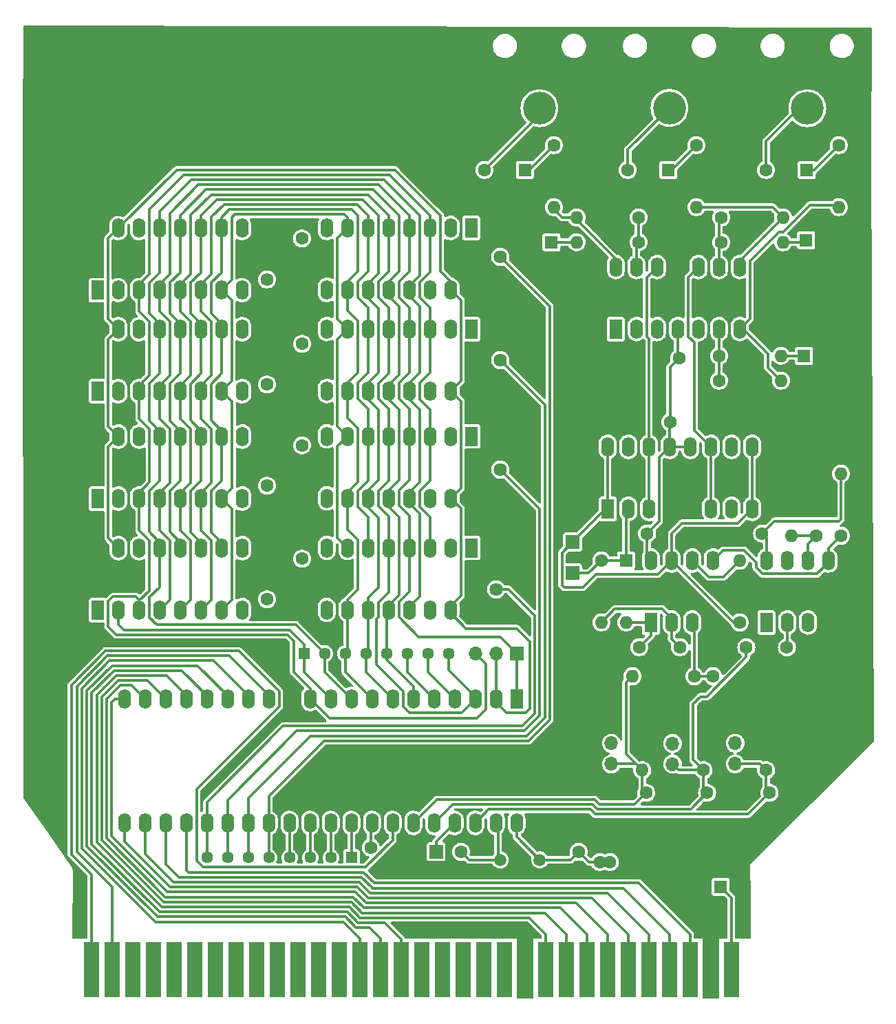
<source format=gbr>
%TF.GenerationSoftware,KiCad,Pcbnew,7.0.7-7.0.7~ubuntu22.04.1*%
%TF.CreationDate,2023-09-01T08:18:42-04:00*%
%TF.ProjectId,PICerino_TMS9928,50494365-7269-46e6-9f5f-544d53393932,rev?*%
%TF.SameCoordinates,Original*%
%TF.FileFunction,Copper,L2,Bot*%
%TF.FilePolarity,Positive*%
%FSLAX46Y46*%
G04 Gerber Fmt 4.6, Leading zero omitted, Abs format (unit mm)*
G04 Created by KiCad (PCBNEW 7.0.7-7.0.7~ubuntu22.04.1) date 2023-09-01 08:18:42*
%MOMM*%
%LPD*%
G01*
G04 APERTURE LIST*
%TA.AperFunction,ConnectorPad*%
%ADD10R,1.905000X6.858000*%
%TD*%
%TA.AperFunction,ComponentPad*%
%ADD11C,4.227000*%
%TD*%
%TA.AperFunction,ComponentPad*%
%ADD12C,4.039000*%
%TD*%
%TA.AperFunction,ComponentPad*%
%ADD13R,1.700000X1.700000*%
%TD*%
%TA.AperFunction,ComponentPad*%
%ADD14O,1.700000X1.700000*%
%TD*%
%TA.AperFunction,ComponentPad*%
%ADD15R,1.600000X2.400000*%
%TD*%
%TA.AperFunction,ComponentPad*%
%ADD16O,1.600000X2.400000*%
%TD*%
%TA.AperFunction,ComponentPad*%
%ADD17C,1.600000*%
%TD*%
%TA.AperFunction,ComponentPad*%
%ADD18O,1.600000X1.600000*%
%TD*%
%TA.AperFunction,ComponentPad*%
%ADD19R,1.600000X1.600000*%
%TD*%
%TA.AperFunction,ComponentPad*%
%ADD20C,1.500000*%
%TD*%
%TA.AperFunction,ComponentPad*%
%ADD21R,1.450000X1.450000*%
%TD*%
%TA.AperFunction,ComponentPad*%
%ADD22C,1.450000*%
%TD*%
%TA.AperFunction,ViaPad*%
%ADD23C,1.625600*%
%TD*%
%TA.AperFunction,Conductor*%
%ADD24C,0.304800*%
%TD*%
G04 APERTURE END LIST*
D10*
%TO.P,CON1,A1,RD1*%
%TO.N,/nRESET*%
X114554000Y-149860000D03*
%TO.P,CON1,A2,RD0*%
%TO.N,/MODE*%
X117094000Y-149860000D03*
%TO.P,CON1,A3,RC2*%
%TO.N,unconnected-(CON1-RC2-PadA3)*%
X119634000Y-149860000D03*
%TO.P,CON1,A4,RC1*%
%TO.N,unconnected-(CON1-RC1-PadA4)*%
X122174000Y-149860000D03*
%TO.P,CON1,A5,RC0*%
%TO.N,unconnected-(CON1-RC0-PadA5)*%
X124714000Y-149860000D03*
%TO.P,CON1,A6,RA6*%
%TO.N,unconnected-(CON1-RA6-PadA6)*%
X127254000Y-149860000D03*
%TO.P,CON1,A7,RA7*%
%TO.N,unconnected-(CON1-RA7-PadA7)*%
X129794000Y-149860000D03*
%TO.P,CON1,A8,RA5*%
%TO.N,unconnected-(CON1-RA5-PadA8)*%
X132334000Y-149860000D03*
%TO.P,CON1,A9,RA4*%
%TO.N,unconnected-(CON1-RA4-PadA9)*%
X134874000Y-149860000D03*
%TO.P,CON1,A10,RA3*%
%TO.N,unconnected-(CON1-RA3-PadA10)*%
X137414000Y-149860000D03*
%TO.P,CON1,A11,RA2*%
%TO.N,unconnected-(CON1-RA2-PadA11)*%
X139954000Y-149860000D03*
%TO.P,CON1,A12,RA1*%
%TO.N,unconnected-(CON1-RA1-PadA12)*%
X142494000Y-149860000D03*
%TO.P,CON1,A13,RA0*%
%TO.N,unconnected-(CON1-RA0-PadA13)*%
X145034000Y-149860000D03*
%TO.P,CON1,A14,RD2*%
%TO.N,/nCSW*%
X147574000Y-149860000D03*
%TO.P,CON1,A15,RD3*%
%TO.N,/nCSR*%
X150114000Y-149860000D03*
%TO.P,CON1,A16,RC6*%
%TO.N,/nINT*%
X152654000Y-149860000D03*
%TO.P,CON1,A17,RC7*%
%TO.N,unconnected-(CON1-RC7-PadA17)*%
X155194000Y-149860000D03*
%TO.P,CON1,A18,RD4*%
%TO.N,unconnected-(CON1-RD4-PadA18)*%
X157734000Y-149860000D03*
%TO.P,CON1,A19,RD5*%
%TO.N,unconnected-(CON1-RD5-PadA19)*%
X160274000Y-149860000D03*
%TO.P,CON1,A20,RD6*%
%TO.N,unconnected-(CON1-RD6-PadA20)*%
X162814000Y-149860000D03*
%TO.P,CON1,A21,RD7*%
%TO.N,unconnected-(CON1-RD7-PadA21)*%
X165354000Y-149860000D03*
%TO.P,CON1,A22,GND*%
%TO.N,VSS*%
X167894000Y-149860000D03*
%TO.P,CON1,A23,RB0*%
%TO.N,/D7*%
X170434000Y-149860000D03*
%TO.P,CON1,A24,RB1*%
%TO.N,/D6*%
X172974000Y-149860000D03*
%TO.P,CON1,A25,RB2*%
%TO.N,/D5*%
X175514000Y-149860000D03*
%TO.P,CON1,A26,RB3*%
%TO.N,/D4*%
X178054000Y-149860000D03*
%TO.P,CON1,A27,RB4*%
%TO.N,/D3*%
X180594000Y-149860000D03*
%TO.P,CON1,A28,RB5*%
%TO.N,/D2*%
X183134000Y-149860000D03*
%TO.P,CON1,A29,RB6*%
%TO.N,/D1*%
X185674000Y-149860000D03*
%TO.P,CON1,A30,RB7*%
%TO.N,/D0*%
X188214000Y-149860000D03*
%TO.P,CON1,A31,GND*%
%TO.N,VSS*%
X190754000Y-149860000D03*
%TO.P,CON1,A32,+5V*%
%TO.N,VCC*%
X193294000Y-149860000D03*
%TD*%
D11*
%TO.P,J5,S*%
%TO.N,VSS*%
X202624000Y-39472000D03*
D12*
%TO.P,J5,T*%
%TO.N,Net-(C22-Pad2)*%
X202624000Y-43972000D03*
%TD*%
D13*
%TO.P,J3,1,Pin_1*%
%TO.N,VSS*%
X193755000Y-119507000D03*
D14*
%TO.P,J3,2,Pin_2*%
%TO.N,Net-(J3-Pin_2)*%
X193755000Y-122047000D03*
%TO.P,J3,3,Pin_3*%
%TO.N,/Yr*%
X193755000Y-124587000D03*
%TD*%
D15*
%TO.P,U10,1,~{RFSH}*%
%TO.N,unconnected-(U10-~{RFSH}-Pad1)*%
X115331000Y-78770000D03*
D16*
%TO.P,U10,2,Din*%
%TO.N,/AD2*%
X117871000Y-78770000D03*
%TO.P,U10,3,~{WRITE}*%
%TO.N,/RnW*%
X120411000Y-78770000D03*
%TO.P,U10,4,~{RAS}*%
%TO.N,/nRAS*%
X122951000Y-78770000D03*
%TO.P,U10,5,A0*%
%TO.N,/AD7*%
X125491000Y-78770000D03*
%TO.P,U10,6,A2*%
%TO.N,/AD5*%
X128031000Y-78770000D03*
%TO.P,U10,7,A1*%
%TO.N,/AD6*%
X130571000Y-78770000D03*
%TO.P,U10,8,VCC*%
%TO.N,VCC*%
X133111000Y-78770000D03*
%TO.P,U10,9,NC*%
%TO.N,unconnected-(U10-NC-Pad9)*%
X133111000Y-71150000D03*
%TO.P,U10,10,A5*%
%TO.N,/AD2*%
X130571000Y-71150000D03*
%TO.P,U10,11,A4*%
%TO.N,/AD3*%
X128031000Y-71150000D03*
%TO.P,U10,12,A3*%
%TO.N,/AD4*%
X125491000Y-71150000D03*
%TO.P,U10,13,A6*%
%TO.N,/AD1*%
X122951000Y-71150000D03*
%TO.P,U10,14,Dout*%
%TO.N,/R2*%
X120411000Y-71150000D03*
%TO.P,U10,15,~{CAS}*%
%TO.N,/nCAS*%
X117871000Y-71150000D03*
%TO.P,U10,16,VSS*%
%TO.N,VSS*%
X115331000Y-71150000D03*
%TD*%
D17*
%TO.P,R4,1*%
%TO.N,Net-(U2A--)*%
X191775000Y-74407000D03*
D18*
%TO.P,R4,2*%
%TO.N,Net-(C14-Pad1)*%
X199395000Y-74407000D03*
%TD*%
D19*
%TO.P,C30,1*%
%TO.N,Net-(C30-Pad1)*%
X185536651Y-51562000D03*
D17*
%TO.P,C30,2*%
%TO.N,Net-(C30-Pad2)*%
X180536651Y-51562000D03*
%TD*%
%TO.P,C10,1*%
%TO.N,Net-(U3-XTAL1)*%
X177098000Y-136652000D03*
X178348000Y-136652000D03*
%TO.P,C10,2*%
%TO.N,VSS*%
X183348000Y-136652000D03*
X184598000Y-136652000D03*
%TD*%
D15*
%TO.P,U1,1,CSYNC*%
%TO.N,unconnected-(U1-CSYNC-Pad1)*%
X197622000Y-107188000D03*
D16*
%TO.P,U1,2,VIDEO*%
%TO.N,Net-(U1-VIDEO)*%
X200162000Y-107188000D03*
%TO.P,U1,3,FRAME*%
%TO.N,unconnected-(U1-FRAME-Pad3)*%
X202702000Y-107188000D03*
%TO.P,U1,4,GND*%
%TO.N,VSS*%
X205242000Y-107188000D03*
%TO.P,U1,5,BURST*%
%TO.N,Net-(U1-BURST)*%
X205242000Y-99568000D03*
%TO.P,U1,6,INT*%
%TO.N,Net-(U1-INT)*%
X202702000Y-99568000D03*
%TO.P,U1,7,O/E*%
%TO.N,unconnected-(U1-O{slash}E-Pad7)*%
X200162000Y-99568000D03*
%TO.P,U1,8,VCC*%
%TO.N,VCC*%
X197622000Y-99568000D03*
%TD*%
D17*
%TO.P,R6,1*%
%TO.N,Net-(U2A--)*%
X191770000Y-77470000D03*
D18*
%TO.P,R6,2*%
%TO.N,Net-(R6-Pad2)*%
X199390000Y-77470000D03*
%TD*%
D19*
%TO.P,C22,1*%
%TO.N,Net-(C22-Pad1)*%
X202554651Y-51562000D03*
D17*
%TO.P,C22,2*%
%TO.N,Net-(C22-Pad2)*%
X197554651Y-51562000D03*
%TD*%
D15*
%TO.P,U3,1,~{RAS}*%
%TO.N,/nRAS*%
X166873000Y-116606000D03*
D16*
%TO.P,U3,2,~{CAS}*%
%TO.N,/nCAS*%
X164333000Y-116606000D03*
%TO.P,U3,3,AD7*%
%TO.N,/AD7*%
X161793000Y-116606000D03*
%TO.P,U3,4,AD6*%
%TO.N,/AD6*%
X159253000Y-116606000D03*
%TO.P,U3,5,AD5*%
%TO.N,/AD5*%
X156713000Y-116606000D03*
%TO.P,U3,6,AD4*%
%TO.N,/AD4*%
X154173000Y-116606000D03*
%TO.P,U3,7,AD3*%
%TO.N,/AD3*%
X151633000Y-116606000D03*
%TO.P,U3,8,AD2*%
%TO.N,/AD2*%
X149093000Y-116606000D03*
%TO.P,U3,9,AD1*%
%TO.N,/AD1*%
X146553000Y-116606000D03*
%TO.P,U3,10,AD0*%
%TO.N,/AD0*%
X144013000Y-116606000D03*
%TO.P,U3,11,R/~{W}*%
%TO.N,/RnW*%
X141473000Y-116606000D03*
%TO.P,U3,12,VSS*%
%TO.N,VSS*%
X138933000Y-116606000D03*
%TO.P,U3,13,MODE*%
%TO.N,/MODE*%
X136393000Y-116606000D03*
%TO.P,U3,14,~{CSW}*%
%TO.N,/nCSW*%
X133853000Y-116606000D03*
%TO.P,U3,15,~{CSR}*%
%TO.N,/nCSR*%
X131313000Y-116606000D03*
%TO.P,U3,16,~{INT}*%
%TO.N,/nINT*%
X128773000Y-116606000D03*
%TO.P,U3,17,CD7*%
%TO.N,/D7*%
X126233000Y-116606000D03*
%TO.P,U3,18,CD6*%
%TO.N,/D6*%
X123693000Y-116606000D03*
%TO.P,U3,19,CD5*%
%TO.N,/D5*%
X121153000Y-116606000D03*
%TO.P,U3,20,CD4*%
%TO.N,/D4*%
X118613000Y-116606000D03*
%TO.P,U3,21,CD3*%
%TO.N,/D3*%
X118613000Y-131846000D03*
%TO.P,U3,22,CD2*%
%TO.N,/D2*%
X121153000Y-131846000D03*
%TO.P,U3,23,CD1*%
%TO.N,/D1*%
X123693000Y-131846000D03*
%TO.P,U3,24,CD0*%
%TO.N,/D0*%
X126233000Y-131846000D03*
%TO.P,U3,25,RD7*%
%TO.N,/R7*%
X128773000Y-131846000D03*
%TO.P,U3,26,RD6*%
%TO.N,/R6*%
X131313000Y-131846000D03*
%TO.P,U3,27,RD5*%
%TO.N,/R5*%
X133853000Y-131846000D03*
%TO.P,U3,28,RD4*%
%TO.N,/R4*%
X136393000Y-131846000D03*
%TO.P,U3,29,RD3*%
%TO.N,/R3*%
X138933000Y-131846000D03*
%TO.P,U3,30,RD2*%
%TO.N,/R2*%
X141473000Y-131846000D03*
%TO.P,U3,31,RD1*%
%TO.N,/R1*%
X144013000Y-131846000D03*
%TO.P,U3,32,RD0*%
%TO.N,/R0*%
X146553000Y-131846000D03*
%TO.P,U3,33,VCC*%
%TO.N,VCC*%
X149093000Y-131846000D03*
%TO.P,U3,34,~{RESET}*%
%TO.N,/nRESET*%
X151633000Y-131846000D03*
%TO.P,U3,35,B-Y*%
%TO.N,/Yb*%
X154173000Y-131846000D03*
%TO.P,U3,36,Y*%
%TO.N,/Y*%
X156713000Y-131846000D03*
%TO.P,U3,37,GROMCLK*%
%TO.N,/GCLK*%
X159253000Y-131846000D03*
%TO.P,U3,38,R-Y*%
%TO.N,/Yr*%
X161793000Y-131846000D03*
%TO.P,U3,39,XTAL2*%
%TO.N,Net-(U3-XTAL2)*%
X164333000Y-131846000D03*
%TO.P,U3,40,XTAL1*%
%TO.N,Net-(U3-XTAL1)*%
X166873000Y-131846000D03*
%TD*%
D17*
%TO.P,C20,1*%
%TO.N,VCC*%
X140462000Y-72938000D03*
%TO.P,C20,2*%
%TO.N,VSS*%
X140462000Y-77938000D03*
%TD*%
%TO.P,C8,1*%
%TO.N,VCC*%
X136144000Y-104354000D03*
%TO.P,C8,2*%
%TO.N,VSS*%
X136144000Y-99354000D03*
%TD*%
%TO.P,R9,1*%
%TO.N,/Yr*%
X197565000Y-125349000D03*
D18*
%TO.P,R9,2*%
%TO.N,VSS*%
X197565000Y-117729000D03*
%TD*%
D13*
%TO.P,TP2,1,1*%
%TO.N,Net-(D1-K)*%
X173756000Y-101122000D03*
%TD*%
D17*
%TO.P,C11,1*%
%TO.N,VSS*%
X174498000Y-137902000D03*
%TO.P,C11,2*%
%TO.N,Net-(U3-XTAL1)*%
X174498000Y-135402000D03*
%TD*%
%TO.P,C13,1*%
%TO.N,VCC*%
X136144000Y-90384000D03*
%TO.P,C13,2*%
%TO.N,VSS*%
X136144000Y-85384000D03*
%TD*%
D15*
%TO.P,U6,1,~{RFSH}*%
%TO.N,unconnected-(U6-~{RFSH}-Pad1)*%
X161290000Y-58689000D03*
D16*
%TO.P,U6,2,Din*%
%TO.N,/AD4*%
X158750000Y-58689000D03*
%TO.P,U6,3,~{WRITE}*%
%TO.N,/RnW*%
X156210000Y-58689000D03*
%TO.P,U6,4,~{RAS}*%
%TO.N,/nRAS*%
X153670000Y-58689000D03*
%TO.P,U6,5,A0*%
%TO.N,/AD7*%
X151130000Y-58689000D03*
%TO.P,U6,6,A2*%
%TO.N,/AD5*%
X148590000Y-58689000D03*
%TO.P,U6,7,A1*%
%TO.N,/AD6*%
X146050000Y-58689000D03*
%TO.P,U6,8,VCC*%
%TO.N,VCC*%
X143510000Y-58689000D03*
%TO.P,U6,9,NC*%
%TO.N,unconnected-(U6-NC-Pad9)*%
X143510000Y-66309000D03*
%TO.P,U6,10,A5*%
%TO.N,/AD2*%
X146050000Y-66309000D03*
%TO.P,U6,11,A4*%
%TO.N,/AD3*%
X148590000Y-66309000D03*
%TO.P,U6,12,A3*%
%TO.N,/AD4*%
X151130000Y-66309000D03*
%TO.P,U6,13,A6*%
%TO.N,/AD1*%
X153670000Y-66309000D03*
%TO.P,U6,14,Dout*%
%TO.N,/R4*%
X156210000Y-66309000D03*
%TO.P,U6,15,~{CAS}*%
%TO.N,/nCAS*%
X158750000Y-66309000D03*
%TO.P,U6,16,VSS*%
%TO.N,VSS*%
X161290000Y-66309000D03*
%TD*%
D15*
%TO.P,U8,1,~{RFSH}*%
%TO.N,unconnected-(U8-~{RFSH}-Pad1)*%
X115331000Y-91963000D03*
D16*
%TO.P,U8,2,Din*%
%TO.N,/AD1*%
X117871000Y-91963000D03*
%TO.P,U8,3,~{WRITE}*%
%TO.N,/RnW*%
X120411000Y-91963000D03*
%TO.P,U8,4,~{RAS}*%
%TO.N,/nRAS*%
X122951000Y-91963000D03*
%TO.P,U8,5,A0*%
%TO.N,/AD7*%
X125491000Y-91963000D03*
%TO.P,U8,6,A2*%
%TO.N,/AD5*%
X128031000Y-91963000D03*
%TO.P,U8,7,A1*%
%TO.N,/AD6*%
X130571000Y-91963000D03*
%TO.P,U8,8,VCC*%
%TO.N,VCC*%
X133111000Y-91963000D03*
%TO.P,U8,9,NC*%
%TO.N,unconnected-(U8-NC-Pad9)*%
X133111000Y-84343000D03*
%TO.P,U8,10,A5*%
%TO.N,/AD2*%
X130571000Y-84343000D03*
%TO.P,U8,11,A4*%
%TO.N,/AD3*%
X128031000Y-84343000D03*
%TO.P,U8,12,A3*%
%TO.N,/AD4*%
X125491000Y-84343000D03*
%TO.P,U8,13,A6*%
%TO.N,/AD1*%
X122951000Y-84343000D03*
%TO.P,U8,14,Dout*%
%TO.N,/R1*%
X120411000Y-84343000D03*
%TO.P,U8,15,~{CAS}*%
%TO.N,/nCAS*%
X117871000Y-84343000D03*
%TO.P,U8,16,VSS*%
%TO.N,VSS*%
X115331000Y-84343000D03*
%TD*%
D17*
%TO.P,R15,1*%
%TO.N,Net-(U2B--)*%
X181864000Y-57404000D03*
D18*
%TO.P,R15,2*%
%TO.N,Net-(R15-Pad2)*%
X174244000Y-57404000D03*
%TD*%
D15*
%TO.P,U7,1,IN1*%
%TO.N,Net-(U7-IN1)*%
X178069000Y-93233000D03*
D16*
%TO.P,U7,2,D1*%
%TO.N,Net-(D1-K)*%
X180609000Y-93233000D03*
%TO.P,U7,3,S1*%
%TO.N,Net-(U2B-+)*%
X183149000Y-93233000D03*
%TO.P,U7,4,VSS*%
%TO.N,VSS*%
X185689000Y-93233000D03*
%TO.P,U7,5,GND*%
X188229000Y-93233000D03*
%TO.P,U7,6,S4*%
%TO.N,Net-(U2C-+)*%
X190769000Y-93233000D03*
%TO.P,U7,7,D4*%
%TO.N,Net-(D1-K)*%
X193309000Y-93233000D03*
%TO.P,U7,8,IN4*%
%TO.N,Net-(U7-IN1)*%
X195849000Y-93233000D03*
%TO.P,U7,9,IN3*%
X195849000Y-85613000D03*
%TO.P,U7,10,D3*%
%TO.N,Net-(J4-Pin_2)*%
X193309000Y-85613000D03*
%TO.P,U7,11,S3*%
%TO.N,Net-(U2C-+)*%
X190769000Y-85613000D03*
%TO.P,U7,12,VL*%
%TO.N,VCC*%
X188229000Y-85613000D03*
%TO.P,U7,13,VDD*%
X185689000Y-85613000D03*
%TO.P,U7,14,S2*%
%TO.N,Net-(U2B-+)*%
X183149000Y-85613000D03*
%TO.P,U7,15,D2*%
%TO.N,Net-(J3-Pin_2)*%
X180609000Y-85613000D03*
%TO.P,U7,16,IN2*%
%TO.N,Net-(U7-IN1)*%
X178069000Y-85613000D03*
%TD*%
D20*
%TO.P,Y1,1,1*%
%TO.N,Net-(U3-XTAL1)*%
X169726000Y-136398000D03*
%TO.P,Y1,2,2*%
%TO.N,Net-(U3-XTAL2)*%
X164846000Y-136398000D03*
%TD*%
D19*
%TO.P,D1,1,K*%
%TO.N,Net-(D1-K)*%
X180340000Y-99568000D03*
D18*
%TO.P,D1,2,A*%
%TO.N,Net-(D1-A)*%
X180340000Y-107188000D03*
%TD*%
D17*
%TO.P,C9,1*%
%TO.N,VCC*%
X136144000Y-77938000D03*
%TO.P,C9,2*%
%TO.N,VSS*%
X136144000Y-72938000D03*
%TD*%
%TO.P,C17,1*%
%TO.N,/Y*%
X190293000Y-128143000D03*
%TO.P,C17,2*%
%TO.N,VSS*%
X185293000Y-128143000D03*
%TD*%
D13*
%TO.P,J2,1,Pin_1*%
%TO.N,VSS*%
X186055000Y-119537000D03*
D14*
%TO.P,J2,2,Pin_2*%
%TO.N,Net-(J2-Pin_2)*%
X186055000Y-122077000D03*
%TO.P,J2,3,Pin_3*%
%TO.N,/Y*%
X186055000Y-124617000D03*
%TD*%
D17*
%TO.P,R2,1*%
%TO.N,Net-(U7-IN1)*%
X194320000Y-107203000D03*
D18*
%TO.P,R2,2*%
%TO.N,Net-(U4B--)*%
X194320000Y-99583000D03*
%TD*%
D17*
%TO.P,R8,1*%
%TO.N,Net-(C22-Pad1)*%
X206502000Y-48514000D03*
D18*
%TO.P,R8,2*%
%TO.N,Net-(R6-Pad2)*%
X206502000Y-56134000D03*
%TD*%
D15*
%TO.P,U11,1,~{RFSH}*%
%TO.N,unconnected-(U11-~{RFSH}-Pad1)*%
X161290000Y-84313000D03*
D16*
%TO.P,U11,2,Din*%
%TO.N,/AD6*%
X158750000Y-84313000D03*
%TO.P,U11,3,~{WRITE}*%
%TO.N,/RnW*%
X156210000Y-84313000D03*
%TO.P,U11,4,~{RAS}*%
%TO.N,/nRAS*%
X153670000Y-84313000D03*
%TO.P,U11,5,A0*%
%TO.N,/AD7*%
X151130000Y-84313000D03*
%TO.P,U11,6,A2*%
%TO.N,/AD5*%
X148590000Y-84313000D03*
%TO.P,U11,7,A1*%
%TO.N,/AD6*%
X146050000Y-84313000D03*
%TO.P,U11,8,VCC*%
%TO.N,VCC*%
X143510000Y-84313000D03*
%TO.P,U11,9,NC*%
%TO.N,unconnected-(U11-NC-Pad9)*%
X143510000Y-91933000D03*
%TO.P,U11,10,A5*%
%TO.N,/AD2*%
X146050000Y-91933000D03*
%TO.P,U11,11,A4*%
%TO.N,/AD3*%
X148590000Y-91933000D03*
%TO.P,U11,12,A3*%
%TO.N,/AD4*%
X151130000Y-91933000D03*
%TO.P,U11,13,A6*%
%TO.N,/AD1*%
X153670000Y-91933000D03*
%TO.P,U11,14,Dout*%
%TO.N,/R6*%
X156210000Y-91933000D03*
%TO.P,U11,15,~{CAS}*%
%TO.N,/nCAS*%
X158750000Y-91933000D03*
%TO.P,U11,16,VSS*%
%TO.N,VSS*%
X161290000Y-91933000D03*
%TD*%
D17*
%TO.P,C5,1*%
%TO.N,VCC*%
X197074000Y-96266000D03*
%TO.P,C5,2*%
%TO.N,VSS*%
X192074000Y-96266000D03*
%TD*%
D19*
%TO.P,C28,1*%
%TO.N,Net-(C28-Pad1)*%
X202478000Y-60198000D03*
D17*
%TO.P,C28,2*%
%TO.N,VSS*%
X204978000Y-60198000D03*
%TD*%
%TO.P,R7,1*%
%TO.N,/Y*%
X189865000Y-125349000D03*
D18*
%TO.P,R7,2*%
%TO.N,VSS*%
X189865000Y-117729000D03*
%TD*%
D13*
%TO.P,J10,1,Pin_1*%
%TO.N,/nRAS*%
X166863000Y-110998000D03*
D14*
%TO.P,J10,2,Pin_2*%
%TO.N,/nCAS*%
X164323000Y-110998000D03*
%TO.P,J10,3,Pin_3*%
%TO.N,/RnW*%
X161783000Y-110998000D03*
%TD*%
D17*
%TO.P,C15,1*%
%TO.N,Net-(U1-INT)*%
X203718000Y-96535000D03*
%TO.P,C15,2*%
%TO.N,VSS*%
X203718000Y-91535000D03*
%TD*%
%TO.P,R17,1*%
%TO.N,Net-(C29-Pad1)*%
X171450000Y-48514000D03*
D18*
%TO.P,R17,2*%
%TO.N,Net-(R15-Pad2)*%
X171450000Y-56134000D03*
%TD*%
D15*
%TO.P,U9,1,~{RFSH}*%
%TO.N,unconnected-(U9-~{RFSH}-Pad1)*%
X161290000Y-71120000D03*
D16*
%TO.P,U9,2,Din*%
%TO.N,/AD5*%
X158750000Y-71120000D03*
%TO.P,U9,3,~{WRITE}*%
%TO.N,/RnW*%
X156210000Y-71120000D03*
%TO.P,U9,4,~{RAS}*%
%TO.N,/nRAS*%
X153670000Y-71120000D03*
%TO.P,U9,5,A0*%
%TO.N,/AD7*%
X151130000Y-71120000D03*
%TO.P,U9,6,A2*%
%TO.N,/AD5*%
X148590000Y-71120000D03*
%TO.P,U9,7,A1*%
%TO.N,/AD6*%
X146050000Y-71120000D03*
%TO.P,U9,8,VCC*%
%TO.N,VCC*%
X143510000Y-71120000D03*
%TO.P,U9,9,NC*%
%TO.N,unconnected-(U9-NC-Pad9)*%
X143510000Y-78740000D03*
%TO.P,U9,10,A5*%
%TO.N,/AD2*%
X146050000Y-78740000D03*
%TO.P,U9,11,A4*%
%TO.N,/AD3*%
X148590000Y-78740000D03*
%TO.P,U9,12,A3*%
%TO.N,/AD4*%
X151130000Y-78740000D03*
%TO.P,U9,13,A6*%
%TO.N,/AD1*%
X153670000Y-78740000D03*
%TO.P,U9,14,Dout*%
%TO.N,/R5*%
X156210000Y-78740000D03*
%TO.P,U9,15,~{CAS}*%
%TO.N,/nCAS*%
X158750000Y-78740000D03*
%TO.P,U9,16,VSS*%
%TO.N,VSS*%
X161290000Y-78740000D03*
%TD*%
D17*
%TO.P,R18,1*%
%TO.N,Net-(C30-Pad1)*%
X188976000Y-48514000D03*
D18*
%TO.P,R18,2*%
%TO.N,Net-(R16-Pad2)*%
X188976000Y-56134000D03*
%TD*%
D17*
%TO.P,C24,1*%
%TO.N,VSS*%
X177793000Y-128143000D03*
%TO.P,C24,2*%
%TO.N,/Yb*%
X182793000Y-128143000D03*
%TD*%
%TO.P,R16,1*%
%TO.N,Net-(U2C--)*%
X192024000Y-57404000D03*
D18*
%TO.P,R16,2*%
%TO.N,Net-(R16-Pad2)*%
X199644000Y-57404000D03*
%TD*%
D17*
%TO.P,R13,1*%
%TO.N,Net-(U2B--)*%
X181864000Y-60437000D03*
D18*
%TO.P,R13,2*%
%TO.N,Net-(C27-Pad1)*%
X174244000Y-60437000D03*
%TD*%
D17*
%TO.P,C25,1*%
%TO.N,Net-(U4A-+)*%
X191018000Y-113807000D03*
%TO.P,C25,2*%
%TO.N,VSS*%
X196018000Y-113807000D03*
%TD*%
%TO.P,C3,1*%
%TO.N,VCC*%
X185754000Y-82550000D03*
%TO.P,C3,2*%
%TO.N,VSS*%
X190754000Y-82550000D03*
%TD*%
%TO.P,C12,1*%
%TO.N,Net-(U3-XTAL2)*%
X160020000Y-135402000D03*
%TO.P,C12,2*%
%TO.N,VSS*%
X160020000Y-137902000D03*
%TD*%
D21*
%TO.P,J8,1,Pin_1*%
%TO.N,/AD0*%
X140716000Y-111028000D03*
D22*
%TO.P,J8,2,Pin_2*%
%TO.N,/AD1*%
X143256000Y-111028000D03*
%TO.P,J8,3,Pin_3*%
%TO.N,/AD2*%
X145796000Y-111028000D03*
%TO.P,J8,4,Pin_4*%
%TO.N,/AD3*%
X148336000Y-111028000D03*
%TO.P,J8,5,Pin_5*%
%TO.N,/AD4*%
X150876000Y-111028000D03*
%TO.P,J8,6,Pin_6*%
%TO.N,/AD5*%
X153416000Y-111028000D03*
%TO.P,J8,7,Pin_7*%
%TO.N,/AD6*%
X155956000Y-111028000D03*
%TO.P,J8,8,Pin_8*%
%TO.N,/AD7*%
X158496000Y-111028000D03*
%TD*%
D19*
%TO.P,C29,1*%
%TO.N,Net-(C29-Pad1)*%
X167894000Y-51562000D03*
D17*
%TO.P,C29,2*%
%TO.N,Net-(C29-Pad2)*%
X162894000Y-51562000D03*
%TD*%
D15*
%TO.P,U12,1,~{RFSH}*%
%TO.N,unconnected-(U12-~{RFSH}-Pad1)*%
X115331000Y-66339000D03*
D16*
%TO.P,U12,2,Din*%
%TO.N,/AD3*%
X117871000Y-66339000D03*
%TO.P,U12,3,~{WRITE}*%
%TO.N,/RnW*%
X120411000Y-66339000D03*
%TO.P,U12,4,~{RAS}*%
%TO.N,/nRAS*%
X122951000Y-66339000D03*
%TO.P,U12,5,A0*%
%TO.N,/AD7*%
X125491000Y-66339000D03*
%TO.P,U12,6,A2*%
%TO.N,/AD5*%
X128031000Y-66339000D03*
%TO.P,U12,7,A1*%
%TO.N,/AD6*%
X130571000Y-66339000D03*
%TO.P,U12,8,VCC*%
%TO.N,VCC*%
X133111000Y-66339000D03*
%TO.P,U12,9,NC*%
%TO.N,unconnected-(U12-NC-Pad9)*%
X133111000Y-58719000D03*
%TO.P,U12,10,A5*%
%TO.N,/AD2*%
X130571000Y-58719000D03*
%TO.P,U12,11,A4*%
%TO.N,/AD3*%
X128031000Y-58719000D03*
%TO.P,U12,12,A3*%
%TO.N,/AD4*%
X125491000Y-58719000D03*
%TO.P,U12,13,A6*%
%TO.N,/AD1*%
X122951000Y-58719000D03*
%TO.P,U12,14,Dout*%
%TO.N,/R3*%
X120411000Y-58719000D03*
%TO.P,U12,15,~{CAS}*%
%TO.N,/nCAS*%
X117871000Y-58719000D03*
%TO.P,U12,16,VSS*%
%TO.N,VSS*%
X115331000Y-58719000D03*
%TD*%
D17*
%TO.P,R5,1*%
%TO.N,VSS*%
X200670000Y-88915000D03*
D18*
%TO.P,R5,2*%
%TO.N,Net-(U1-INT)*%
X200670000Y-96535000D03*
%TD*%
D13*
%TO.P,J4,1,Pin_1*%
%TO.N,VSS*%
X178515000Y-119522000D03*
D14*
%TO.P,J4,2,Pin_2*%
%TO.N,Net-(J4-Pin_2)*%
X178515000Y-122062000D03*
%TO.P,J4,3,Pin_3*%
%TO.N,/Yb*%
X178515000Y-124602000D03*
%TD*%
D11*
%TO.P,J6,S*%
%TO.N,VSS*%
X169672000Y-39472000D03*
D12*
%TO.P,J6,T*%
%TO.N,Net-(C29-Pad2)*%
X169672000Y-43972000D03*
%TD*%
D17*
%TO.P,C4,1*%
%TO.N,VCC*%
X182920000Y-96266000D03*
%TO.P,C4,2*%
%TO.N,VSS*%
X187920000Y-96266000D03*
%TD*%
D19*
%TO.P,C27,1*%
%TO.N,Net-(C27-Pad1)*%
X171156000Y-60452000D03*
D17*
%TO.P,C27,2*%
%TO.N,VSS*%
X168656000Y-60452000D03*
%TD*%
%TO.P,R12,1*%
%TO.N,Net-(D1-K)*%
X177292000Y-99568000D03*
D18*
%TO.P,R12,2*%
%TO.N,Net-(U4A--)*%
X177292000Y-107188000D03*
%TD*%
D15*
%TO.P,U4,1*%
%TO.N,Net-(D1-A)*%
X183398000Y-107203000D03*
D16*
%TO.P,U4,2,-*%
%TO.N,Net-(U4A--)*%
X185938000Y-107203000D03*
%TO.P,U4,3,+*%
%TO.N,Net-(U4A-+)*%
X188478000Y-107203000D03*
%TO.P,U4,4,V-*%
%TO.N,VSS*%
X191018000Y-107203000D03*
%TO.P,U4,5,+*%
%TO.N,Net-(U1-BURST)*%
X191018000Y-99583000D03*
%TO.P,U4,6,-*%
%TO.N,Net-(U4B--)*%
X188478000Y-99583000D03*
%TO.P,U4,7*%
%TO.N,Net-(U7-IN1)*%
X185938000Y-99583000D03*
%TO.P,U4,8,V+*%
%TO.N,VCC*%
X183398000Y-99583000D03*
%TD*%
D17*
%TO.P,R10,1*%
%TO.N,VSS*%
X182325000Y-117729000D03*
D18*
%TO.P,R10,2*%
%TO.N,/Yb*%
X182325000Y-125349000D03*
%TD*%
D11*
%TO.P,J7,S*%
%TO.N,VSS*%
X185674000Y-39442000D03*
D12*
%TO.P,J7,T*%
%TO.N,Net-(C30-Pad2)*%
X185674000Y-43942000D03*
%TD*%
D13*
%TO.P,TP1,1,1*%
%TO.N,Net-(U7-IN1)*%
X173756000Y-97312000D03*
%TD*%
D15*
%TO.P,U2,1,~{DISABLE}*%
%TO.N,unconnected-(U2A-~{DISABLE}-Pad1)*%
X179070000Y-71120000D03*
D16*
%TO.P,U2,2,~{DISABLE}*%
%TO.N,unconnected-(U2B-~{DISABLE}-Pad2)*%
X181610000Y-71120000D03*
%TO.P,U2,3,~{DISABLE}*%
%TO.N,unconnected-(U2C-~{DISABLE}-Pad3)*%
X184150000Y-71120000D03*
%TO.P,U2,4,V+*%
%TO.N,VCC*%
X186690000Y-71120000D03*
%TO.P,U2,5,+*%
%TO.N,Net-(J2-Pin_2)*%
X189230000Y-71120000D03*
%TO.P,U2,6,-*%
%TO.N,Net-(U2A--)*%
X191770000Y-71120000D03*
%TO.P,U2,7*%
%TO.N,Net-(R6-Pad2)*%
X194310000Y-71120000D03*
%TO.P,U2,8*%
%TO.N,Net-(R16-Pad2)*%
X194310000Y-63500000D03*
%TO.P,U2,9,-*%
%TO.N,Net-(U2C--)*%
X191770000Y-63500000D03*
%TO.P,U2,10,+*%
%TO.N,Net-(U2C-+)*%
X189230000Y-63500000D03*
%TO.P,U2,11,V-*%
%TO.N,VSS*%
X186690000Y-63500000D03*
%TO.P,U2,12,+*%
%TO.N,Net-(U2B-+)*%
X184150000Y-63500000D03*
%TO.P,U2,13,-*%
%TO.N,Net-(U2B--)*%
X181610000Y-63500000D03*
%TO.P,U2,14*%
%TO.N,Net-(R15-Pad2)*%
X179070000Y-63500000D03*
%TD*%
D17*
%TO.P,R14,1*%
%TO.N,Net-(U2C--)*%
X192024000Y-60452000D03*
D18*
%TO.P,R14,2*%
%TO.N,Net-(C28-Pad1)*%
X199644000Y-60452000D03*
%TD*%
D17*
%TO.P,C23,1*%
%TO.N,VCC*%
X140447000Y-59984000D03*
%TO.P,C23,2*%
%TO.N,VSS*%
X140447000Y-64984000D03*
%TD*%
D15*
%TO.P,U13,1,~{RFSH}*%
%TO.N,unconnected-(U13-~{RFSH}-Pad1)*%
X161290000Y-98029000D03*
D16*
%TO.P,U13,2,Din*%
%TO.N,/AD7*%
X158750000Y-98029000D03*
%TO.P,U13,3,~{WRITE}*%
%TO.N,/RnW*%
X156210000Y-98029000D03*
%TO.P,U13,4,~{RAS}*%
%TO.N,/nRAS*%
X153670000Y-98029000D03*
%TO.P,U13,5,A0*%
%TO.N,/AD7*%
X151130000Y-98029000D03*
%TO.P,U13,6,A2*%
%TO.N,/AD5*%
X148590000Y-98029000D03*
%TO.P,U13,7,A1*%
%TO.N,/AD6*%
X146050000Y-98029000D03*
%TO.P,U13,8,VCC*%
%TO.N,VCC*%
X143510000Y-98029000D03*
%TO.P,U13,9,NC*%
%TO.N,unconnected-(U13-NC-Pad9)*%
X143510000Y-105649000D03*
%TO.P,U13,10,A5*%
%TO.N,/AD2*%
X146050000Y-105649000D03*
%TO.P,U13,11,A4*%
%TO.N,/AD3*%
X148590000Y-105649000D03*
%TO.P,U13,12,A3*%
%TO.N,/AD4*%
X151130000Y-105649000D03*
%TO.P,U13,13,A6*%
%TO.N,/AD1*%
X153670000Y-105649000D03*
%TO.P,U13,14,Dout*%
%TO.N,/R7*%
X156210000Y-105649000D03*
%TO.P,U13,15,~{CAS}*%
%TO.N,/nCAS*%
X158750000Y-105649000D03*
%TO.P,U13,16,VSS*%
%TO.N,VSS*%
X161290000Y-105649000D03*
%TD*%
D17*
%TO.P,C19,1*%
%TO.N,VCC*%
X140462000Y-85424000D03*
%TO.P,C19,2*%
%TO.N,VSS*%
X140462000Y-90424000D03*
%TD*%
D19*
%TO.P,C1,1*%
%TO.N,VCC*%
X191959112Y-139700000D03*
D17*
%TO.P,C1,2*%
%TO.N,VSS*%
X189459112Y-139700000D03*
%TD*%
%TO.P,R11,1*%
%TO.N,Net-(U4A-+)*%
X188732000Y-113807000D03*
D18*
%TO.P,R11,2*%
%TO.N,/Yb*%
X181112000Y-113807000D03*
%TD*%
D17*
%TO.P,C18,1*%
%TO.N,/Y*%
X195122000Y-110251000D03*
%TO.P,C18,2*%
%TO.N,Net-(U1-VIDEO)*%
X200122000Y-110251000D03*
%TD*%
%TO.P,C16,1*%
%TO.N,VCC*%
X140462000Y-99354000D03*
%TO.P,C16,2*%
%TO.N,VSS*%
X140462000Y-104354000D03*
%TD*%
%TO.P,C6,1*%
%TO.N,VCC*%
X148924000Y-134874000D03*
%TO.P,C6,2*%
%TO.N,VSS*%
X153924000Y-134874000D03*
%TD*%
%TO.P,C2,1*%
%TO.N,VCC*%
X186869000Y-74661000D03*
%TO.P,C2,2*%
%TO.N,VSS*%
X181869000Y-74661000D03*
%TD*%
%TO.P,R1,1*%
%TO.N,Net-(U1-BURST)*%
X206766000Y-96535000D03*
D18*
%TO.P,R1,2*%
%TO.N,VCC*%
X206766000Y-88915000D03*
%TD*%
D19*
%TO.P,C14,1*%
%TO.N,Net-(C14-Pad1)*%
X202224000Y-74422000D03*
D17*
%TO.P,C14,2*%
%TO.N,VSS*%
X204724000Y-74422000D03*
%TD*%
%TO.P,C21,1*%
%TO.N,/Yr*%
X197993000Y-128143000D03*
%TO.P,C21,2*%
%TO.N,VSS*%
X192993000Y-128143000D03*
%TD*%
D21*
%TO.P,J9,1,Pin_1*%
%TO.N,/R0*%
X146558000Y-136114000D03*
D22*
%TO.P,J9,2,Pin_2*%
%TO.N,/R1*%
X144018000Y-136114000D03*
%TO.P,J9,3,Pin_3*%
%TO.N,/R2*%
X141478000Y-136114000D03*
%TO.P,J9,4,Pin_4*%
%TO.N,/R3*%
X138938000Y-136114000D03*
%TO.P,J9,5,Pin_5*%
%TO.N,/R4*%
X136398000Y-136114000D03*
%TO.P,J9,6,Pin_6*%
%TO.N,/R5*%
X133858000Y-136114000D03*
%TO.P,J9,7,Pin_7*%
%TO.N,/R6*%
X131318000Y-136114000D03*
%TO.P,J9,8,Pin_8*%
%TO.N,/R7*%
X128778000Y-136114000D03*
%TD*%
D13*
%TO.P,J1,1,Pin_1*%
%TO.N,/GCLK*%
X156972000Y-135377000D03*
D14*
%TO.P,J1,2,Pin_2*%
%TO.N,VSS*%
X156972000Y-137917000D03*
%TD*%
D15*
%TO.P,U5,1,~{RFSH}*%
%TO.N,unconnected-(U5-~{RFSH}-Pad1)*%
X115331000Y-105679000D03*
D16*
%TO.P,U5,2,Din*%
%TO.N,/AD0*%
X117871000Y-105679000D03*
%TO.P,U5,3,~{WRITE}*%
%TO.N,/RnW*%
X120411000Y-105679000D03*
%TO.P,U5,4,~{RAS}*%
%TO.N,/nRAS*%
X122951000Y-105679000D03*
%TO.P,U5,5,A0*%
%TO.N,/AD7*%
X125491000Y-105679000D03*
%TO.P,U5,6,A2*%
%TO.N,/AD5*%
X128031000Y-105679000D03*
%TO.P,U5,7,A1*%
%TO.N,/AD6*%
X130571000Y-105679000D03*
%TO.P,U5,8,VCC*%
%TO.N,VCC*%
X133111000Y-105679000D03*
%TO.P,U5,9,NC*%
%TO.N,unconnected-(U5-NC-Pad9)*%
X133111000Y-98059000D03*
%TO.P,U5,10,A5*%
%TO.N,/AD2*%
X130571000Y-98059000D03*
%TO.P,U5,11,A4*%
%TO.N,/AD3*%
X128031000Y-98059000D03*
%TO.P,U5,12,A3*%
%TO.N,/AD4*%
X125491000Y-98059000D03*
%TO.P,U5,13,A6*%
%TO.N,/AD1*%
X122951000Y-98059000D03*
%TO.P,U5,14,Dout*%
%TO.N,/R0*%
X120411000Y-98059000D03*
%TO.P,U5,15,~{CAS}*%
%TO.N,/nCAS*%
X117871000Y-98059000D03*
%TO.P,U5,16,VSS*%
%TO.N,VSS*%
X115331000Y-98059000D03*
%TD*%
D17*
%TO.P,C26,1*%
%TO.N,Net-(D1-A)*%
X181954000Y-110236000D03*
%TO.P,C26,2*%
%TO.N,Net-(U4A--)*%
X186954000Y-110236000D03*
%TD*%
%TO.P,C7,1*%
%TO.N,VCC*%
X136144000Y-65024000D03*
%TO.P,C7,2*%
%TO.N,VSS*%
X136144000Y-60024000D03*
%TD*%
D23*
%TO.N,VSS*%
X161798000Y-145034000D03*
%TO.N,/R4*%
X164846000Y-62230000D03*
%TO.N,/R5*%
X164846000Y-74930000D03*
%TO.N,/R6*%
X164846000Y-88392000D03*
%TO.N,/R7*%
X164338000Y-103124000D03*
%TD*%
D24*
%TO.N,VSS*%
X167894000Y-149860000D02*
X167894000Y-146126200D01*
X167894000Y-146126200D02*
X166801800Y-145034000D01*
X166801800Y-145034000D02*
X161798000Y-145034000D01*
%TO.N,Net-(U3-XTAL1)*%
X166873000Y-133545000D02*
X169726000Y-136398000D01*
X173502000Y-136398000D02*
X174498000Y-135402000D01*
X175748000Y-136652000D02*
X174498000Y-135402000D01*
X166873000Y-131846000D02*
X166873000Y-133545000D01*
X169726000Y-136398000D02*
X173502000Y-136398000D01*
X177098000Y-136652000D02*
X175748000Y-136652000D01*
%TO.N,VCC*%
X193294000Y-149860000D02*
X193294000Y-141034888D01*
X185754000Y-82550000D02*
X185754000Y-75776000D01*
X185689000Y-82615000D02*
X185754000Y-82550000D01*
X184406200Y-86895800D02*
X185689000Y-85613000D01*
X186690000Y-74482000D02*
X186869000Y-74661000D01*
X186690000Y-71120000D02*
X186690000Y-74482000D01*
X185689000Y-85613000D02*
X185689000Y-82615000D01*
X193294000Y-141034888D02*
X191959112Y-139700000D01*
X206502000Y-94742000D02*
X206766000Y-94478000D01*
X184406200Y-94779800D02*
X184406200Y-86895800D01*
X197074000Y-96266000D02*
X197622000Y-96814000D01*
X148924000Y-134874000D02*
X148924000Y-132015000D01*
X183398000Y-99583000D02*
X182920000Y-99105000D01*
X182920000Y-96266000D02*
X184406200Y-94779800D01*
X198598000Y-94742000D02*
X206502000Y-94742000D01*
X206766000Y-94478000D02*
X206766000Y-88915000D01*
X148924000Y-132015000D02*
X149093000Y-131846000D01*
X182920000Y-99105000D02*
X182920000Y-96266000D01*
X197074000Y-96266000D02*
X198598000Y-94742000D01*
X188229000Y-85613000D02*
X185689000Y-85613000D01*
X185754000Y-75776000D02*
X186869000Y-74661000D01*
X197622000Y-96814000D02*
X197622000Y-99329000D01*
%TO.N,Net-(U3-XTAL2)*%
X164592000Y-132105000D02*
X164592000Y-136144000D01*
X160020000Y-135402000D02*
X161016000Y-136398000D01*
X164592000Y-136144000D02*
X164846000Y-136398000D01*
X161016000Y-136398000D02*
X164846000Y-136398000D01*
X164333000Y-131846000D02*
X164592000Y-132105000D01*
%TO.N,Net-(U1-INT)*%
X202702000Y-99568000D02*
X202702000Y-97551000D01*
X202702000Y-97551000D02*
X203718000Y-96535000D01*
X203718000Y-96535000D02*
X200670000Y-96535000D01*
%TO.N,Net-(U1-VIDEO)*%
X200162000Y-110211000D02*
X200122000Y-110251000D01*
X200162000Y-107188000D02*
X200162000Y-110211000D01*
%TO.N,Net-(U4A-+)*%
X188732000Y-113807000D02*
X188732000Y-107457000D01*
X188732000Y-113807000D02*
X191018000Y-113807000D01*
X188732000Y-107457000D02*
X188478000Y-107203000D01*
%TO.N,Net-(D1-A)*%
X183398000Y-107203000D02*
X183398000Y-108792000D01*
X183398000Y-107203000D02*
X180355000Y-107203000D01*
X183398000Y-108792000D02*
X181954000Y-110236000D01*
X180355000Y-107203000D02*
X180340000Y-107188000D01*
%TO.N,Net-(U4A--)*%
X184793800Y-105545800D02*
X185938000Y-106690000D01*
X186954000Y-110236000D02*
X185928000Y-109210000D01*
X185938000Y-106690000D02*
X185938000Y-107203000D01*
X185928000Y-108966000D02*
X185938000Y-108956000D01*
X177292000Y-107188000D02*
X178934200Y-105545800D01*
X185928000Y-109210000D02*
X185928000Y-108966000D01*
X185938000Y-108956000D02*
X185938000Y-107203000D01*
X178934200Y-105545800D02*
X184793800Y-105545800D01*
%TO.N,/R0*%
X146553000Y-136109000D02*
X146558000Y-136114000D01*
X146553000Y-131846000D02*
X146553000Y-136109000D01*
%TO.N,/R1*%
X144013000Y-136109000D02*
X144018000Y-136114000D01*
X144013000Y-131846000D02*
X144013000Y-136109000D01*
%TO.N,/R2*%
X141473000Y-136109000D02*
X141478000Y-136114000D01*
X141473000Y-131846000D02*
X141473000Y-136109000D01*
%TO.N,/R3*%
X138933000Y-131846000D02*
X138933000Y-136109000D01*
X138933000Y-136109000D02*
X138938000Y-136114000D01*
%TO.N,/R4*%
X136393000Y-131846000D02*
X136393000Y-128529000D01*
X168309112Y-121758888D02*
X170942000Y-119126000D01*
X136393000Y-136109000D02*
X136398000Y-136114000D01*
X170942000Y-68326000D02*
X164846000Y-62230000D01*
X143163112Y-121758888D02*
X168309112Y-121758888D01*
X136393000Y-131846000D02*
X136393000Y-136109000D01*
X136393000Y-128529000D02*
X143163112Y-121758888D01*
X170942000Y-119126000D02*
X170942000Y-68326000D01*
%TO.N,/R5*%
X133853000Y-136109000D02*
X133858000Y-136114000D01*
X141486213Y-121149787D02*
X168056815Y-121149787D01*
X170332899Y-80416899D02*
X164846000Y-74930000D01*
X133853000Y-131846000D02*
X133853000Y-136109000D01*
X133853000Y-128783000D02*
X141486213Y-121149787D01*
X168056815Y-121149787D02*
X170332899Y-118873703D01*
X170332899Y-118873703D02*
X170332899Y-80416899D01*
X133853000Y-131846000D02*
X133853000Y-128783000D01*
%TO.N,/R6*%
X169723798Y-93269798D02*
X164846000Y-88392000D01*
X131318000Y-131851000D02*
X131313000Y-131846000D01*
X131313000Y-129037000D02*
X139809314Y-120540686D01*
X131313000Y-131846000D02*
X131313000Y-129037000D01*
X139809314Y-120540686D02*
X167804518Y-120540686D01*
X169723798Y-118621406D02*
X169723798Y-93269798D01*
X167804518Y-120540686D02*
X169723798Y-118621406D01*
X131318000Y-136114000D02*
X131318000Y-131851000D01*
%TO.N,/R7*%
X128778000Y-131851000D02*
X128773000Y-131846000D01*
X165862000Y-103124000D02*
X164338000Y-103124000D01*
X167552221Y-119931585D02*
X169114697Y-118369109D01*
X138132415Y-119931585D02*
X167552221Y-119931585D01*
X169114697Y-106376697D02*
X165862000Y-103124000D01*
X128773000Y-129291000D02*
X138132415Y-119931585D01*
X128778000Y-136114000D02*
X128778000Y-131851000D01*
X169114697Y-118369109D02*
X169114697Y-106376697D01*
X128773000Y-131846000D02*
X128773000Y-129291000D01*
%TO.N,/nINT*%
X147365899Y-144119103D02*
X150646903Y-144119103D01*
X114603303Y-134470507D02*
X122910905Y-142778109D01*
X122910905Y-142778109D02*
X146024906Y-142778109D01*
X146024906Y-142778109D02*
X147365899Y-144119103D01*
X150646903Y-144119103D02*
X152654000Y-146126200D01*
X125688497Y-113121497D02*
X117335359Y-113121496D01*
X152654000Y-146126200D02*
X152654000Y-149860000D01*
X114603303Y-115853553D02*
X114603303Y-134470507D01*
X128773000Y-116606000D02*
X128773000Y-116206000D01*
X128773000Y-116206000D02*
X125688497Y-113121497D01*
X117335359Y-113121496D02*
X114603303Y-115853553D01*
%TO.N,/nRESET*%
X137668000Y-117508949D02*
X137668000Y-115703051D01*
X116296960Y-110678935D02*
X112076826Y-114899069D01*
X127508000Y-136515884D02*
X127508000Y-127668949D01*
X112076826Y-135698826D02*
X114554000Y-138176000D01*
X132643884Y-110678935D02*
X116296960Y-110678935D01*
X127508000Y-127668949D02*
X137668000Y-117508949D01*
X112076826Y-114899069D02*
X112076826Y-135698826D01*
X114554000Y-138176000D02*
X114554000Y-149860000D01*
X148279750Y-137296200D02*
X128288316Y-137296200D01*
X151633000Y-131846000D02*
X151633000Y-133942950D01*
X137668000Y-115703051D02*
X132643884Y-110678935D01*
X151633000Y-133942950D02*
X148279750Y-137296200D01*
X128288316Y-137296200D02*
X127508000Y-136515884D01*
%TO.N,/nCSR*%
X117083062Y-112512394D02*
X127619396Y-112512396D01*
X145772608Y-143387210D02*
X122658608Y-143387210D01*
X147113602Y-144728204D02*
X145772608Y-143387210D01*
X131313000Y-116206000D02*
X131313000Y-116606000D01*
X150114000Y-146050000D02*
X148792204Y-144728204D01*
X113994202Y-134722804D02*
X113994202Y-115601253D01*
X150114000Y-149860000D02*
X150114000Y-146050000D01*
X148792204Y-144728204D02*
X147113602Y-144728204D01*
X127619396Y-112512396D02*
X131313000Y-116206000D01*
X113994202Y-115601253D02*
X117083062Y-112512394D01*
X122658608Y-143387210D02*
X113994202Y-134722804D01*
%TO.N,/MODE*%
X117094000Y-149860000D02*
X117094000Y-139700000D01*
X136393000Y-116206000D02*
X136393000Y-116606000D01*
X131475036Y-111288036D02*
X136393000Y-116206000D01*
X112776000Y-115061999D02*
X116549964Y-111288036D01*
X116549964Y-111288036D02*
X131475036Y-111288036D01*
X112776000Y-135382000D02*
X112776000Y-115061999D01*
X117094000Y-139700000D02*
X112776000Y-135382000D01*
%TO.N,/nCSW*%
X133853000Y-116606000D02*
X133853000Y-116206000D01*
X116796105Y-111903293D02*
X113385101Y-115314297D01*
X145520311Y-143996311D02*
X147574000Y-146050000D01*
X113385101Y-134975101D02*
X122406311Y-143996311D01*
X133853000Y-116206000D02*
X129550295Y-111903295D01*
X113385101Y-115314297D02*
X113385101Y-134975101D01*
X147574000Y-146050000D02*
X147574000Y-149860000D01*
X129550295Y-111903295D02*
X116796105Y-111903293D01*
X122406311Y-143996311D02*
X145520311Y-143996311D01*
%TO.N,/D5*%
X175514000Y-145542000D02*
X172263798Y-142291798D01*
X148122798Y-142291798D02*
X148021697Y-142190697D01*
X148021689Y-142190696D02*
X146781800Y-140950806D01*
X123667796Y-140950806D02*
X116430606Y-133713616D01*
X118092251Y-114948800D02*
X119495800Y-114948800D01*
X119495800Y-114948800D02*
X121153000Y-116606000D01*
X146781800Y-140950806D02*
X123667796Y-140950806D01*
X148021697Y-142190697D02*
X148021689Y-142190696D01*
X175514000Y-149860000D02*
X175514000Y-145542000D01*
X116430606Y-116610445D02*
X118092251Y-114948800D01*
X172263798Y-142291798D02*
X148122798Y-142291798D01*
X116430606Y-133713616D02*
X116430606Y-116610445D01*
%TO.N,/D6*%
X117839954Y-114339699D02*
X121426699Y-114339699D01*
X115821505Y-133965913D02*
X115821505Y-116358148D01*
X123415499Y-141559907D02*
X115821505Y-133965913D01*
X121426699Y-114339699D02*
X123693000Y-116606000D01*
X172974000Y-145542000D02*
X170332899Y-142900899D01*
X172974000Y-149860000D02*
X172974000Y-145542000D01*
X147870493Y-142900899D02*
X146529502Y-141559907D01*
X146529502Y-141559907D02*
X123415499Y-141559907D01*
X115821505Y-116358148D02*
X117839954Y-114339699D01*
X170332899Y-142900899D02*
X147870493Y-142900899D01*
%TO.N,/D7*%
X115212404Y-134218210D02*
X123163202Y-142169008D01*
X115212404Y-116105851D02*
X115212404Y-134218210D01*
X123757598Y-113730598D02*
X117587657Y-113730597D01*
X126233000Y-116206000D02*
X123757598Y-113730598D01*
X123163202Y-142169008D02*
X146277204Y-142169008D01*
X170434000Y-145542000D02*
X170434000Y-149860000D01*
X126233000Y-116606000D02*
X126233000Y-116206000D01*
X146277204Y-142169008D02*
X147618197Y-143510002D01*
X117587657Y-113730597D02*
X115212404Y-116105851D01*
X168402000Y-143510000D02*
X170434000Y-145542000D01*
X147618197Y-143510002D02*
X168402000Y-143510000D01*
%TO.N,/D0*%
X181918293Y-139246293D02*
X188214000Y-145542000D01*
X149384285Y-139246293D02*
X181918293Y-139246293D01*
X126233000Y-137663000D02*
X126475301Y-137905301D01*
X148043293Y-137905301D02*
X149384285Y-139246293D01*
X126233000Y-131846000D02*
X126233000Y-137663000D01*
X188214000Y-145542000D02*
X188214000Y-149860000D01*
X126475301Y-137905301D02*
X148043293Y-137905301D01*
%TO.N,/D1*%
X185674000Y-145542000D02*
X185674000Y-149860000D01*
X149030881Y-139754287D02*
X149131988Y-139855394D01*
X149131988Y-139855394D02*
X179987394Y-139855394D01*
X123693000Y-131846000D02*
X123693000Y-136901000D01*
X149030877Y-139754287D02*
X149030881Y-139754287D01*
X125306402Y-138514402D02*
X147790992Y-138514402D01*
X147790992Y-138514402D02*
X149030877Y-139754287D01*
X179987394Y-139855394D02*
X185674000Y-145542000D01*
X123693000Y-136901000D02*
X125306402Y-138514402D01*
%TO.N,/D2*%
X148778615Y-140363405D02*
X148879702Y-140464495D01*
X121153000Y-135631000D02*
X124645503Y-139123503D01*
X124645503Y-139123503D02*
X147538694Y-139123503D01*
X148879702Y-140464495D02*
X178056495Y-140464495D01*
X183134000Y-145542000D02*
X183134000Y-149860000D01*
X148778596Y-140363405D02*
X148778615Y-140363405D01*
X147538694Y-139123503D02*
X148778596Y-140363405D01*
X121153000Y-131846000D02*
X121153000Y-135631000D01*
X178056495Y-140464495D02*
X183134000Y-145542000D01*
%TO.N,/D3*%
X148627399Y-141073596D02*
X176125596Y-141073596D01*
X148526278Y-140972481D02*
X148526303Y-140972502D01*
X180594000Y-145542000D02*
X180594000Y-149860000D01*
X148526308Y-140972502D02*
X148627399Y-141073596D01*
X148526303Y-140972502D02*
X148526308Y-140972502D01*
X124238604Y-139732604D02*
X147286396Y-139732604D01*
X147286396Y-139732604D02*
X148526272Y-140972481D01*
X148526272Y-140972481D02*
X148526278Y-140972481D01*
X118613000Y-131846000D02*
X118613000Y-134107000D01*
X176125596Y-141073596D02*
X180594000Y-145542000D01*
X118613000Y-134107000D02*
X124238604Y-139732604D01*
%TO.N,/D4*%
X148274001Y-141581599D02*
X148273994Y-141581596D01*
X117039707Y-117028793D02*
X117462500Y-116606000D01*
X117462500Y-116606000D02*
X118613000Y-116606000D01*
X147034098Y-140341705D02*
X123920093Y-140341705D01*
X178054000Y-145542000D02*
X174194697Y-141682697D01*
X148273994Y-141581596D02*
X148273980Y-141581582D01*
X123920093Y-140341705D02*
X117039707Y-133461319D01*
X117039707Y-133461319D02*
X117039707Y-117028793D01*
X148273980Y-141581582D02*
X148273974Y-141581582D01*
X178054000Y-149860000D02*
X178054000Y-145542000D01*
X174194697Y-141682697D02*
X148375096Y-141682697D01*
X148375096Y-141682697D02*
X148274001Y-141581599D01*
X148273974Y-141581582D02*
X147034098Y-140341705D01*
%TO.N,/RnW*%
X154952800Y-79768800D02*
X154952800Y-77711200D01*
X139446000Y-113284000D02*
X139446000Y-109474000D01*
X154952800Y-92976800D02*
X154952800Y-91012251D01*
X143840101Y-118973101D02*
X141473000Y-116606000D01*
X116613800Y-104620200D02*
X117212200Y-104021800D01*
X121668200Y-70229251D02*
X121668200Y-76808000D01*
X120411000Y-68972051D02*
X121668200Y-70229251D01*
X120411000Y-82139451D02*
X121693800Y-83422251D01*
X117212200Y-104021800D02*
X120023800Y-104021800D01*
X139446000Y-109474000D02*
X138684000Y-108712000D01*
X121668200Y-56385800D02*
X121668200Y-64377000D01*
X156210000Y-94234000D02*
X154952800Y-92976800D01*
X154952800Y-65388251D02*
X156210000Y-64131051D01*
X120411000Y-91258200D02*
X120411000Y-91963000D01*
X116586000Y-107696000D02*
X116613800Y-107668200D01*
X121668200Y-64377000D02*
X120411000Y-65634200D01*
X156210000Y-98029000D02*
X156210000Y-94234000D01*
X120411000Y-78770000D02*
X120411000Y-82139451D01*
X163050200Y-112265200D02*
X163050200Y-117873800D01*
X161783000Y-110998000D02*
X163050200Y-112265200D01*
X120411000Y-78065200D02*
X120411000Y-78770000D01*
X156210000Y-71120000D02*
X156210000Y-68486949D01*
X121693800Y-89975400D02*
X120411000Y-91258200D01*
X156210000Y-81026000D02*
X154952800Y-79768800D01*
X125895008Y-52158992D02*
X121668200Y-56385800D01*
X120411000Y-66339000D02*
X120411000Y-68972051D01*
X120411000Y-91963000D02*
X120411000Y-95881051D01*
X156210000Y-68486949D02*
X154952800Y-67229749D01*
X151218992Y-52158992D02*
X125895008Y-52158992D01*
X121668200Y-97138251D02*
X121668200Y-103276402D01*
X156210000Y-89755051D02*
X156210000Y-84313000D01*
X138684000Y-108712000D02*
X117602000Y-108712000D01*
X161950899Y-118973101D02*
X143840101Y-118973101D01*
X120411000Y-95881051D02*
X121668200Y-97138251D01*
X154952800Y-77711200D02*
X156210000Y-76454000D01*
X156210000Y-64131051D02*
X156210000Y-58689000D01*
X120023800Y-104021800D02*
X120411000Y-104409000D01*
X156210000Y-58689000D02*
X156210000Y-57150000D01*
X141473000Y-115311000D02*
X139446000Y-113284000D01*
X117602000Y-108712000D02*
X116586000Y-107696000D01*
X120411000Y-104533602D02*
X120411000Y-105679000D01*
X121668200Y-76808000D02*
X120411000Y-78065200D01*
X156210000Y-76454000D02*
X156210000Y-71120000D01*
X121668200Y-103276402D02*
X120411000Y-104533602D01*
X163050200Y-117873800D02*
X161950899Y-118973101D01*
X116613800Y-107668200D02*
X116613800Y-104620200D01*
X141473000Y-116606000D02*
X141473000Y-115311000D01*
X154952800Y-67229749D02*
X154952800Y-65388251D01*
X156210000Y-57150000D02*
X151218992Y-52158992D01*
X121693800Y-83422251D02*
X121693800Y-89975400D01*
X154952800Y-91012251D02*
X156210000Y-89755051D01*
X156210000Y-84313000D02*
X156210000Y-81026000D01*
X120411000Y-65634200D02*
X120411000Y-66339000D01*
X120411000Y-104409000D02*
X120411000Y-105679000D01*
%TO.N,/nCAS*%
X116613800Y-85600200D02*
X116613800Y-96801800D01*
X157492800Y-57162800D02*
X151873260Y-51543260D01*
X166878000Y-107950000D02*
X160651000Y-107950000D01*
X164333000Y-116606000D02*
X164333000Y-111008000D01*
X165590200Y-118263200D02*
X167994800Y-118263200D01*
X160007200Y-79997200D02*
X158750000Y-78740000D01*
X158750000Y-105156000D02*
X160020000Y-103886000D01*
X158750000Y-106049000D02*
X158750000Y-105649000D01*
X117871000Y-58719000D02*
X116588200Y-60001800D01*
X116613800Y-96801800D02*
X117871000Y-98059000D01*
X167994800Y-118263200D02*
X168505596Y-117752404D01*
X168505596Y-117752404D02*
X168505596Y-109577596D01*
X168505596Y-109577596D02*
X166878000Y-107950000D01*
X158750000Y-78740000D02*
X160007200Y-77482800D01*
X116613800Y-72407200D02*
X116613800Y-83085800D01*
X151873260Y-51543260D02*
X125046740Y-51543260D01*
X160020000Y-103886000D02*
X160007200Y-103873200D01*
X125046740Y-51543260D02*
X117871000Y-58719000D01*
X164333000Y-111008000D02*
X164323000Y-110998000D01*
X160651000Y-107950000D02*
X158750000Y-106049000D01*
X164333000Y-116606000D02*
X164333000Y-117006000D01*
X160007200Y-67566200D02*
X158750000Y-66309000D01*
X157492800Y-64020800D02*
X157492800Y-57162800D01*
X164333000Y-117006000D02*
X165590200Y-118263200D01*
X160007200Y-93190200D02*
X158750000Y-91933000D01*
X158750000Y-91933000D02*
X160007200Y-90675800D01*
X117871000Y-71150000D02*
X116613800Y-72407200D01*
X160007200Y-90675800D02*
X160007200Y-79997200D01*
X158750000Y-66309000D02*
X158750000Y-65278000D01*
X160007200Y-103873200D02*
X160007200Y-93190200D01*
X116588200Y-60001800D02*
X116588200Y-69867200D01*
X117871000Y-84343000D02*
X116613800Y-85600200D01*
X158750000Y-65278000D02*
X157492800Y-64020800D01*
X116613800Y-83085800D02*
X117871000Y-84343000D01*
X160007200Y-77482800D02*
X160007200Y-67566200D01*
X116588200Y-69867200D02*
X117871000Y-71150000D01*
%TO.N,/nRAS*%
X153670000Y-94110949D02*
X152412800Y-92853749D01*
X122951000Y-65634200D02*
X122951000Y-66339000D01*
X124208200Y-56893800D02*
X124208200Y-64377000D01*
X152412800Y-92853749D02*
X152412800Y-90919200D01*
X152412800Y-106569749D02*
X152412800Y-104635200D01*
X124208200Y-104421800D02*
X122951000Y-105679000D01*
X149897194Y-53377194D02*
X127724806Y-53377194D01*
X153670000Y-98029000D02*
X153670000Y-94110949D01*
X153670000Y-103378000D02*
X153670000Y-98029000D01*
X153670000Y-84313000D02*
X153670000Y-80917949D01*
X153670000Y-58689000D02*
X153670000Y-57150000D01*
X154809051Y-108966000D02*
X152412800Y-106569749D01*
X164831000Y-108966000D02*
X154809051Y-108966000D01*
X124208200Y-97138251D02*
X124208200Y-104421800D01*
X153670000Y-64008000D02*
X153670000Y-58689000D01*
X122951000Y-78065200D02*
X122951000Y-78770000D01*
X124208200Y-64377000D02*
X122951000Y-65634200D01*
X124233800Y-76782400D02*
X122951000Y-78065200D01*
X122951000Y-95881051D02*
X124208200Y-97138251D01*
X127724806Y-53377194D02*
X124208200Y-56893800D01*
X153670000Y-76454000D02*
X153670000Y-71120000D01*
X166863000Y-116596000D02*
X166873000Y-116606000D01*
X153670000Y-68486949D02*
X152400000Y-67216949D01*
X124208200Y-90001000D02*
X122951000Y-91258200D01*
X122951000Y-91963000D02*
X122951000Y-95881051D01*
X166863000Y-110998000D02*
X166863000Y-116596000D01*
X152412800Y-104635200D02*
X153670000Y-103378000D01*
X153670000Y-71120000D02*
X153670000Y-68486949D01*
X152400000Y-67216949D02*
X152400000Y-65278000D01*
X122951000Y-78770000D02*
X122951000Y-82165051D01*
X124208200Y-83422251D02*
X124208200Y-90001000D01*
X122951000Y-66339000D02*
X122951000Y-68946451D01*
X153670000Y-57150000D02*
X149897194Y-53377194D01*
X152412800Y-77711200D02*
X153670000Y-76454000D01*
X124233800Y-70229251D02*
X124233800Y-76782400D01*
X122951000Y-82165051D02*
X124208200Y-83422251D01*
X152400000Y-65278000D02*
X153670000Y-64008000D01*
X153670000Y-89662000D02*
X153670000Y-84313000D01*
X166863000Y-110998000D02*
X164831000Y-108966000D01*
X152412800Y-79660749D02*
X152412800Y-77711200D01*
X122951000Y-91258200D02*
X122951000Y-91963000D01*
X152412800Y-90919200D02*
X153670000Y-89662000D01*
X153670000Y-80917949D02*
X152412800Y-79660749D01*
X122951000Y-68946451D02*
X124233800Y-70229251D01*
%TO.N,/Yr*%
X163450200Y-130188800D02*
X175964004Y-130188800D01*
X197565000Y-125349000D02*
X197565000Y-127715000D01*
X175964004Y-130188800D02*
X176533406Y-130758202D01*
X195377798Y-130758202D02*
X197993000Y-128143000D01*
X176533406Y-130758202D02*
X195377798Y-130758202D01*
X196803000Y-124587000D02*
X197565000Y-125349000D01*
X161793000Y-131846000D02*
X163450200Y-130188800D01*
X193755000Y-124587000D02*
X196803000Y-124587000D01*
X197565000Y-127715000D02*
X197993000Y-128143000D01*
%TO.N,/Y*%
X189865000Y-125349000D02*
X186817000Y-125349000D01*
X190270950Y-116332000D02*
X189484050Y-116332000D01*
X188607800Y-124091800D02*
X189865000Y-125349000D01*
X158979301Y-129579699D02*
X176216301Y-129579699D01*
X189865000Y-125349000D02*
X189865000Y-127715000D01*
X186817000Y-125349000D02*
X186055000Y-124587000D01*
X189484050Y-116332000D02*
X188607800Y-117208250D01*
X176785703Y-130149101D02*
X188286899Y-130149101D01*
X189865000Y-127715000D02*
X190293000Y-128143000D01*
X176216301Y-129579699D02*
X176785703Y-130149101D01*
X156713000Y-131846000D02*
X158979301Y-129579699D01*
X188286899Y-130149101D02*
X190293000Y-128143000D01*
X188607800Y-117208250D02*
X188607800Y-124091800D01*
X195122000Y-110251000D02*
X195122000Y-111480950D01*
X195122000Y-111480950D02*
X190270950Y-116332000D01*
%TO.N,/Yb*%
X177038000Y-129540000D02*
X176468598Y-128970598D01*
X157048402Y-128970598D02*
X154173000Y-131846000D01*
X181396000Y-129540000D02*
X177038000Y-129540000D01*
X182325000Y-127675000D02*
X182793000Y-128143000D01*
X180312001Y-123336001D02*
X182325000Y-125349000D01*
X182325000Y-125349000D02*
X182325000Y-127675000D01*
X180312001Y-114606999D02*
X180312001Y-123336001D01*
X182793000Y-128143000D02*
X181396000Y-129540000D01*
X181578000Y-124602000D02*
X182325000Y-125349000D01*
X178515000Y-124602000D02*
X181578000Y-124602000D01*
X176468598Y-128970598D02*
X157048402Y-128970598D01*
X181112000Y-113807000D02*
X180312001Y-114606999D01*
%TO.N,/GCLK*%
X156972000Y-135377000D02*
X156972000Y-134127000D01*
X156972000Y-134127000D02*
X159253000Y-131846000D01*
%TO.N,Net-(C22-Pad1)*%
X203454000Y-51562000D02*
X202554651Y-51562000D01*
X206502000Y-48514000D02*
X203454000Y-51562000D01*
%TO.N,Net-(C28-Pad1)*%
X199644000Y-60452000D02*
X202224000Y-60452000D01*
X202224000Y-60452000D02*
X202478000Y-60198000D01*
%TO.N,Net-(C22-Pad2)*%
X197554651Y-51562000D02*
X197554651Y-48063349D01*
X201646000Y-43972000D02*
X202624000Y-43972000D01*
X197554651Y-48063349D02*
X201646000Y-43972000D01*
%TO.N,Net-(D1-K)*%
X175738000Y-101122000D02*
X177292000Y-99568000D01*
X177292000Y-99568000D02*
X180340000Y-99568000D01*
X173756000Y-101122000D02*
X175738000Y-101122000D01*
X180340000Y-93502000D02*
X180609000Y-93233000D01*
X180340000Y-99568000D02*
X180340000Y-93502000D01*
%TO.N,Net-(C29-Pad1)*%
X171450000Y-48514000D02*
X168402000Y-51562000D01*
X168402000Y-51562000D02*
X167894000Y-51562000D01*
%TO.N,Net-(C14-Pad1)*%
X199395000Y-74407000D02*
X202209000Y-74407000D01*
X202209000Y-74407000D02*
X202224000Y-74422000D01*
%TO.N,Net-(C30-Pad1)*%
X188976000Y-48514000D02*
X185928000Y-51562000D01*
X185928000Y-51562000D02*
X185536651Y-51562000D01*
%TO.N,Net-(C27-Pad1)*%
X171171000Y-60437000D02*
X171156000Y-60452000D01*
X173990000Y-60437000D02*
X171171000Y-60437000D01*
%TO.N,Net-(C30-Pad2)*%
X180536651Y-51562000D02*
X180536651Y-49079349D01*
X180536651Y-49079349D02*
X185674000Y-43942000D01*
%TO.N,Net-(U1-BURST)*%
X196342000Y-100465949D02*
X197101251Y-101225200D01*
X191018000Y-99583000D02*
X192275200Y-98325800D01*
X192275200Y-98325800D02*
X194868600Y-98325800D01*
X197101251Y-101225200D02*
X203828800Y-101225200D01*
X203828800Y-101225200D02*
X205242000Y-99812000D01*
X205242000Y-98059000D02*
X206766000Y-96535000D01*
X194868600Y-98325800D02*
X196342000Y-99799200D01*
X196342000Y-99799200D02*
X196342000Y-100465949D01*
X205242000Y-99812000D02*
X205242000Y-98059000D01*
%TO.N,Net-(U7-IN1)*%
X178069000Y-93233000D02*
X178069000Y-88138000D01*
X194086000Y-94996000D02*
X195849000Y-93233000D01*
X185938000Y-99583000D02*
X185938000Y-96256000D01*
X195849000Y-88138000D02*
X195849000Y-93233000D01*
X177835000Y-93233000D02*
X173756000Y-97312000D01*
X185938000Y-99583000D02*
X184280800Y-101240200D01*
X194320000Y-107203000D02*
X193558000Y-107203000D01*
X187198000Y-94996000D02*
X194086000Y-94996000D01*
X195849000Y-85613000D02*
X195849000Y-88138000D01*
X172448800Y-98619200D02*
X173756000Y-97312000D01*
X175006000Y-102870000D02*
X172720000Y-102870000D01*
X185938000Y-96256000D02*
X187198000Y-94996000D01*
X184280800Y-101240200D02*
X176635800Y-101240200D01*
X176635800Y-101240200D02*
X175006000Y-102870000D01*
X193558000Y-107203000D02*
X185938000Y-99583000D01*
X178069000Y-88138000D02*
X178069000Y-85613000D01*
X178069000Y-93233000D02*
X177835000Y-93233000D01*
X172720000Y-102870000D02*
X172448800Y-102598800D01*
X172448800Y-102598800D02*
X172448800Y-98619200D01*
%TO.N,Net-(U4B--)*%
X192303000Y-101600000D02*
X194320000Y-99583000D01*
X188478000Y-99583000D02*
X190495000Y-101600000D01*
X190495000Y-101600000D02*
X192303000Y-101600000D01*
%TO.N,Net-(U2A--)*%
X191770000Y-71120000D02*
X191770000Y-77470000D01*
%TO.N,Net-(U2B--)*%
X181610000Y-63500000D02*
X181610000Y-60691000D01*
X181864000Y-57404000D02*
X181864000Y-60437000D01*
X181610000Y-60691000D02*
X181864000Y-60437000D01*
%TO.N,Net-(U2C--)*%
X191770000Y-57658000D02*
X192024000Y-57404000D01*
X191770000Y-63500000D02*
X191770000Y-57658000D01*
%TO.N,Net-(R6-Pad2)*%
X199123200Y-59194800D02*
X199631200Y-59194800D01*
X197758000Y-74168000D02*
X197758000Y-75838000D01*
X195567200Y-69862800D02*
X195567200Y-62750800D01*
X194710000Y-71120000D02*
X197758000Y-74168000D01*
X197758000Y-75838000D02*
X199390000Y-77470000D01*
X194310000Y-71120000D02*
X194710000Y-71120000D01*
X202946000Y-55880000D02*
X206502000Y-55880000D01*
X199631200Y-59194800D02*
X202946000Y-55880000D01*
X194310000Y-71120000D02*
X195567200Y-69862800D01*
X195567200Y-62750800D02*
X199123200Y-59194800D01*
%TO.N,Net-(R15-Pad2)*%
X172466000Y-57404000D02*
X171450000Y-56388000D01*
X179070000Y-62484000D02*
X173990000Y-57404000D01*
X173990000Y-57404000D02*
X172466000Y-57404000D01*
X179070000Y-63500000D02*
X179070000Y-62484000D01*
%TO.N,Net-(R16-Pad2)*%
X199644000Y-57404000D02*
X194310000Y-62738000D01*
X188976000Y-56134000D02*
X198374000Y-56134000D01*
X198374000Y-56134000D02*
X199644000Y-57404000D01*
X194310000Y-62738000D02*
X194310000Y-63500000D01*
%TO.N,Net-(C29-Pad2)*%
X169672000Y-44784000D02*
X169672000Y-43972000D01*
X162894000Y-51562000D02*
X169672000Y-44784000D01*
%TO.N,Net-(U2C-+)*%
X187972800Y-64757200D02*
X189230000Y-63500000D01*
X188709251Y-83553251D02*
X188709251Y-72777200D01*
X187972800Y-72040749D02*
X187972800Y-64757200D01*
X188709251Y-72777200D02*
X187972800Y-72040749D01*
X190769000Y-93233000D02*
X190769000Y-85613000D01*
X190769000Y-85613000D02*
X188709251Y-83553251D01*
%TO.N,Net-(U2B-+)*%
X183149000Y-85613000D02*
X183149000Y-72322549D01*
X182880000Y-72053549D02*
X182880000Y-64770000D01*
X183149000Y-93233000D02*
X183149000Y-85613000D01*
X183149000Y-72322549D02*
X182880000Y-72053549D01*
X182880000Y-64770000D02*
X184150000Y-63500000D01*
%TO.N,/AD0*%
X140716000Y-111028000D02*
X140716000Y-113309000D01*
X140716000Y-113309000D02*
X144013000Y-116606000D01*
X140716000Y-109882602D02*
X138936297Y-108102899D01*
X138936297Y-108102899D02*
X118516899Y-108102899D01*
X117871000Y-107457000D02*
X117871000Y-105679000D01*
X140716000Y-111028000D02*
X140716000Y-109882602D01*
X118516899Y-108102899D02*
X117871000Y-107457000D01*
%TO.N,/AD7*%
X149606000Y-106810949D02*
X149860000Y-106556949D01*
X149860000Y-65278000D02*
X151130000Y-64008000D01*
X149606000Y-112401051D02*
X149606000Y-106810949D01*
X149872800Y-79660749D02*
X149872800Y-77819251D01*
X149860000Y-67216949D02*
X149860000Y-65278000D01*
X126748200Y-90001000D02*
X125491000Y-91258200D01*
X125491000Y-91258200D02*
X125491000Y-91963000D01*
X151130000Y-98029000D02*
X151130000Y-94136549D01*
X125491000Y-95881051D02*
X126748200Y-97138251D01*
X126773800Y-57122200D02*
X126773800Y-64351400D01*
X126748200Y-76808000D02*
X125491000Y-78065200D01*
X149872800Y-77819251D02*
X151130000Y-76562051D01*
X161793000Y-116606000D02*
X160135800Y-118263200D01*
X125491000Y-68972051D02*
X126748200Y-70229251D01*
X151130000Y-103471051D02*
X151130000Y-98029000D01*
X158496000Y-113030000D02*
X158496000Y-111028000D01*
X160135800Y-118263200D02*
X153652251Y-118263200D01*
X152890200Y-115685251D02*
X149606000Y-112401051D01*
X161793000Y-116327000D02*
X158496000Y-113030000D01*
X125491000Y-82165051D02*
X126748200Y-83422251D01*
X151130000Y-68486949D02*
X149860000Y-67216949D01*
X126748200Y-70229251D02*
X126748200Y-76808000D01*
X125491000Y-78065200D02*
X125491000Y-78770000D01*
X151130000Y-94136549D02*
X149860000Y-92866549D01*
X125491000Y-66339000D02*
X125491000Y-68972051D01*
X151130000Y-57150000D02*
X148575396Y-54595396D01*
X149860000Y-106556949D02*
X149860000Y-104741051D01*
X149860000Y-92866549D02*
X149860000Y-91025051D01*
X151130000Y-64008000D02*
X151130000Y-58689000D01*
X161793000Y-116606000D02*
X161793000Y-116327000D01*
X151130000Y-76562051D02*
X151130000Y-71120000D01*
X151130000Y-84313000D02*
X151130000Y-80917949D01*
X149860000Y-91025051D02*
X151130000Y-89755051D01*
X151130000Y-89755051D02*
X151130000Y-84313000D01*
X152890200Y-117501149D02*
X152890200Y-115685251D01*
X125491000Y-91963000D02*
X125491000Y-95881051D01*
X148575396Y-54595396D02*
X129300604Y-54595396D01*
X126748200Y-97138251D02*
X126748200Y-104421800D01*
X125491000Y-78770000D02*
X125491000Y-82165051D01*
X149860000Y-104741051D02*
X151130000Y-103471051D01*
X151130000Y-71120000D02*
X151130000Y-68486949D01*
X129300604Y-54595396D02*
X126773800Y-57122200D01*
X151130000Y-58689000D02*
X151130000Y-57150000D01*
X126748200Y-104421800D02*
X125491000Y-105679000D01*
X126748200Y-83422251D02*
X126748200Y-90001000D01*
X125491000Y-65634200D02*
X125491000Y-66339000D01*
X126773800Y-64351400D02*
X125491000Y-65634200D01*
X151130000Y-80917949D02*
X149872800Y-79660749D01*
X153652251Y-118263200D02*
X152890200Y-117501149D01*
%TO.N,/AD5*%
X147332800Y-79660749D02*
X147332800Y-77711200D01*
X147320000Y-92964000D02*
X147320000Y-91025051D01*
X129313800Y-64351400D02*
X128031000Y-65634200D01*
X148590000Y-71120000D02*
X148590000Y-68486949D01*
X148590000Y-76454000D02*
X148590000Y-71120000D01*
X128031000Y-91963000D02*
X128031000Y-95855451D01*
X129313800Y-57376200D02*
X129313800Y-64351400D01*
X148590000Y-89755051D02*
X148590000Y-84313000D01*
X129288200Y-70229251D02*
X129288200Y-76808000D01*
X148590000Y-64008000D02*
X148590000Y-58689000D01*
X128031000Y-65634200D02*
X128031000Y-66339000D01*
X129313800Y-104396200D02*
X128031000Y-105679000D01*
X128031000Y-82165051D02*
X129288200Y-83422251D01*
X148590000Y-68486949D02*
X147332800Y-67229749D01*
X147253598Y-55813598D02*
X130876402Y-55813598D01*
X129288200Y-76808000D02*
X128031000Y-78065200D01*
X148590000Y-58689000D02*
X148590000Y-57150000D01*
X147332800Y-67229749D02*
X147332800Y-65265200D01*
X153416000Y-113309000D02*
X156713000Y-116606000D01*
X147320000Y-91025051D02*
X148590000Y-89755051D01*
X147332800Y-65265200D02*
X148590000Y-64008000D01*
X128031000Y-66339000D02*
X128031000Y-68972051D01*
X129288200Y-90001000D02*
X128031000Y-91258200D01*
X128031000Y-91258200D02*
X128031000Y-91963000D01*
X128031000Y-78770000D02*
X128031000Y-82165051D01*
X128031000Y-78065200D02*
X128031000Y-78770000D01*
X148590000Y-80917949D02*
X147332800Y-79660749D01*
X147332800Y-77711200D02*
X148590000Y-76454000D01*
X148590000Y-98029000D02*
X148590000Y-94234000D01*
X148590000Y-94234000D02*
X147320000Y-92964000D01*
X148590000Y-84313000D02*
X148590000Y-80917949D01*
X128031000Y-68972051D02*
X129288200Y-70229251D01*
X153416000Y-111028000D02*
X153416000Y-113309000D01*
X128031000Y-95855451D02*
X129313800Y-97138251D01*
X148590000Y-57150000D02*
X147253598Y-55813598D01*
X129288200Y-83422251D02*
X129288200Y-90001000D01*
X129313800Y-97138251D02*
X129313800Y-104396200D01*
X130876402Y-55813598D02*
X129313800Y-57376200D01*
%TO.N,/AD6*%
X146050000Y-71120000D02*
X144792800Y-69862800D01*
X131853800Y-80052800D02*
X131853800Y-90680200D01*
X131828200Y-93220200D02*
X131828200Y-104421800D01*
X131828200Y-67596200D02*
X131828200Y-77512800D01*
X144792800Y-85570200D02*
X146050000Y-84313000D01*
X146050000Y-57404000D02*
X145677800Y-57031800D01*
X130571000Y-91963000D02*
X131828200Y-93220200D01*
X131828200Y-65081800D02*
X130571000Y-66339000D01*
X144792800Y-69862800D02*
X144792800Y-59946200D01*
X144792800Y-96771800D02*
X144792800Y-85570200D01*
X144792800Y-59946200D02*
X146050000Y-58689000D01*
X130571000Y-78770000D02*
X131853800Y-80052800D01*
X130571000Y-66339000D02*
X131828200Y-67596200D01*
X144792800Y-83055800D02*
X144792800Y-72377200D01*
X146050000Y-58689000D02*
X146050000Y-57404000D01*
X131853800Y-90680200D02*
X130571000Y-91963000D01*
X131828200Y-104421800D02*
X130571000Y-105679000D01*
X155956000Y-113309000D02*
X159253000Y-116606000D01*
X131828200Y-57401800D02*
X131828200Y-65081800D01*
X146050000Y-98029000D02*
X144792800Y-96771800D01*
X131828200Y-77512800D02*
X130571000Y-78770000D01*
X146050000Y-84313000D02*
X144792800Y-83055800D01*
X132198200Y-57031800D02*
X131828200Y-57401800D01*
X155956000Y-111028000D02*
X155956000Y-113309000D01*
X144792800Y-72377200D02*
X146050000Y-71120000D01*
X145677800Y-57031800D02*
X132198200Y-57031800D01*
%TO.N,/AD2*%
X145796000Y-111028000D02*
X146050000Y-110774000D01*
X130571000Y-64161051D02*
X129313800Y-65418251D01*
X147332800Y-83324800D02*
X146050000Y-82042000D01*
X130571000Y-70445200D02*
X130571000Y-71150000D01*
X129288200Y-77874851D02*
X129288200Y-82355400D01*
X129313800Y-69188000D02*
X130571000Y-70445200D01*
X146050000Y-78740000D02*
X146050000Y-77724000D01*
X146050000Y-110774000D02*
X146050000Y-105649000D01*
X130571000Y-83638200D02*
X130571000Y-84343000D01*
X146050000Y-68834000D02*
X146050000Y-66309000D01*
X129288200Y-82355400D02*
X130571000Y-83638200D01*
X130571000Y-89785051D02*
X129313800Y-91042251D01*
X147307200Y-76466800D02*
X147307200Y-70091200D01*
X146050000Y-95758000D02*
X146050000Y-91933000D01*
X146050000Y-66309000D02*
X146050000Y-65278000D01*
X130571000Y-97354200D02*
X130571000Y-98059000D01*
X147307200Y-57137200D02*
X146592699Y-56422699D01*
X129313800Y-65418251D02*
X129313800Y-69188000D01*
X129313800Y-91042251D02*
X129313800Y-96097000D01*
X147307200Y-64020800D02*
X147307200Y-57137200D01*
X146050000Y-104394000D02*
X147307200Y-103136800D01*
X130571000Y-84343000D02*
X130571000Y-89785051D01*
X146050000Y-91186000D02*
X147332800Y-89903200D01*
X130571000Y-58719000D02*
X130571000Y-64161051D01*
X146050000Y-65278000D02*
X147307200Y-64020800D01*
X130571000Y-76592051D02*
X129288200Y-77874851D01*
X147307200Y-97015200D02*
X146050000Y-95758000D01*
X129313800Y-96097000D02*
X130571000Y-97354200D01*
X145796000Y-113309000D02*
X149093000Y-116606000D01*
X147307200Y-103136800D02*
X147307200Y-97015200D01*
X147307200Y-70091200D02*
X146050000Y-68834000D01*
X146050000Y-82042000D02*
X146050000Y-78740000D01*
X147332800Y-89903200D02*
X147332800Y-83324800D01*
X146050000Y-91933000D02*
X146050000Y-91186000D01*
X131537301Y-56422699D02*
X130571000Y-57389000D01*
X146050000Y-105649000D02*
X146050000Y-104394000D01*
X130571000Y-71150000D02*
X130571000Y-76592051D01*
X146592699Y-56422699D02*
X131537301Y-56422699D01*
X145796000Y-111028000D02*
X145796000Y-113309000D01*
X146050000Y-77724000D02*
X147307200Y-76466800D01*
X130571000Y-57389000D02*
X130571000Y-58719000D01*
%TO.N,/AD3*%
X148336000Y-111028000D02*
X148336000Y-113309000D01*
X149860000Y-81026000D02*
X148590000Y-79756000D01*
X148590000Y-77724000D02*
X149847200Y-76466800D01*
X148590000Y-91933000D02*
X148590000Y-90932000D01*
X126748200Y-82355400D02*
X128031000Y-83638200D01*
X148590000Y-90932000D02*
X149860000Y-89662000D01*
X149847200Y-76466800D02*
X149847200Y-68567200D01*
X128031000Y-84343000D02*
X128031000Y-89785051D01*
X149847200Y-64274800D02*
X149847200Y-57137200D01*
X128031000Y-70445200D02*
X128031000Y-71150000D01*
X128031000Y-97354200D02*
X128031000Y-98059000D01*
X128031000Y-76592051D02*
X126748200Y-77874851D01*
X126773800Y-91042251D02*
X126773800Y-96097000D01*
X128031000Y-64161051D02*
X126773800Y-65418251D01*
X148336000Y-111028000D02*
X148590000Y-110774000D01*
X148590000Y-65532000D02*
X149847200Y-64274800D01*
X148590000Y-105649000D02*
X148590000Y-104144200D01*
X149847200Y-57137200D02*
X147914497Y-55204497D01*
X126773800Y-69188000D02*
X128031000Y-70445200D01*
X129961503Y-55204497D02*
X128031000Y-57135000D01*
X128031000Y-57135000D02*
X128031000Y-58719000D01*
X148590000Y-67310000D02*
X148590000Y-66309000D01*
X149860000Y-89662000D02*
X149860000Y-81026000D01*
X149872800Y-94365250D02*
X148590000Y-93082450D01*
X147914497Y-55204497D02*
X129961503Y-55204497D01*
X128031000Y-83638200D02*
X128031000Y-84343000D01*
X149872800Y-102861400D02*
X149872800Y-94365250D01*
X149847200Y-68567200D02*
X148590000Y-67310000D01*
X148590000Y-93082450D02*
X148590000Y-91933000D01*
X126773800Y-96097000D02*
X128031000Y-97354200D01*
X148336000Y-113309000D02*
X151633000Y-116606000D01*
X128031000Y-89785051D02*
X126773800Y-91042251D01*
X128031000Y-71150000D02*
X128031000Y-76592051D01*
X148590000Y-110774000D02*
X148590000Y-105649000D01*
X126773800Y-65418251D02*
X126773800Y-69188000D01*
X148590000Y-104144200D02*
X149872800Y-102861400D01*
X148590000Y-66309000D02*
X148590000Y-65532000D01*
X148590000Y-78740000D02*
X148590000Y-77724000D01*
X128031000Y-58719000D02*
X128031000Y-64161051D01*
X148590000Y-79756000D02*
X148590000Y-78740000D01*
X126748200Y-77874851D02*
X126748200Y-82355400D01*
%TO.N,/AD4*%
X150876000Y-111804200D02*
X154173000Y-115101200D01*
X149236295Y-53986295D02*
X128639705Y-53986295D01*
X124233800Y-69188000D02*
X125491000Y-70445200D01*
X124208200Y-96071400D02*
X125491000Y-97354200D01*
X125491000Y-71150000D02*
X125491000Y-76592051D01*
X151130000Y-77978000D02*
X152400000Y-76708000D01*
X125491000Y-76592051D02*
X124233800Y-77849251D01*
X151130000Y-67056000D02*
X151130000Y-66309000D01*
X151130000Y-91933000D02*
X151130000Y-90932000D01*
X125491000Y-64161051D02*
X124233800Y-65418251D01*
X152400000Y-89662000D02*
X152400000Y-81026000D01*
X125491000Y-57135000D02*
X125491000Y-58719000D01*
X151130000Y-105649000D02*
X151130000Y-105056602D01*
X125491000Y-58719000D02*
X125491000Y-64161051D01*
X150876000Y-111028000D02*
X150876000Y-105903000D01*
X125491000Y-89785051D02*
X124208200Y-91067851D01*
X124233800Y-77849251D02*
X124233800Y-82381000D01*
X125491000Y-84343000D02*
X125491000Y-89785051D01*
X128639705Y-53986295D02*
X125491000Y-57135000D01*
X125491000Y-97354200D02*
X125491000Y-98059000D01*
X152387200Y-57137200D02*
X149236295Y-53986295D01*
X151130000Y-105056602D02*
X152387200Y-103799402D01*
X152387200Y-103799402D02*
X152387200Y-94221200D01*
X124233800Y-65418251D02*
X124233800Y-69188000D01*
X151130000Y-78740000D02*
X151130000Y-77978000D01*
X152400000Y-68326000D02*
X151130000Y-67056000D01*
X124233800Y-82381000D02*
X125491000Y-83638200D01*
X151130000Y-92964000D02*
X151130000Y-91933000D01*
X152400000Y-76708000D02*
X152400000Y-68326000D01*
X151130000Y-65278000D02*
X152387200Y-64020800D01*
X125491000Y-70445200D02*
X125491000Y-71150000D01*
X152400000Y-81026000D02*
X151130000Y-79756000D01*
X151130000Y-79756000D02*
X151130000Y-78740000D01*
X125491000Y-83638200D02*
X125491000Y-84343000D01*
X151130000Y-66309000D02*
X151130000Y-65278000D01*
X150876000Y-105903000D02*
X151130000Y-105649000D01*
X151130000Y-90932000D02*
X152400000Y-89662000D01*
X154173000Y-115101200D02*
X154173000Y-116606000D01*
X150876000Y-111028000D02*
X150876000Y-111804200D01*
X124208200Y-91067851D02*
X124208200Y-96071400D01*
X152387200Y-94221200D02*
X151130000Y-92964000D01*
X152387200Y-64020800D02*
X152387200Y-57137200D01*
%TO.N,/AD1*%
X121693800Y-104112200D02*
X122951000Y-102855000D01*
X143256000Y-113309000D02*
X146553000Y-116606000D01*
X122951000Y-71150000D02*
X122951000Y-76592051D01*
X153670000Y-78740000D02*
X153670000Y-77724000D01*
X150558093Y-52768093D02*
X126809907Y-52768093D01*
X122951000Y-70445200D02*
X122951000Y-71150000D01*
X153670000Y-105249000D02*
X154927200Y-103991800D01*
X153670000Y-65809653D02*
X154927200Y-64552453D01*
X122951000Y-58719000D02*
X122951000Y-64161051D01*
X153670000Y-91933000D02*
X153670000Y-91186000D01*
X122951000Y-97354200D02*
X122951000Y-98059000D01*
X122951000Y-84343000D02*
X122951000Y-89785051D01*
X154927200Y-93812599D02*
X153670000Y-92555399D01*
X121693800Y-77849251D02*
X121693800Y-82381000D01*
X126809907Y-52768093D02*
X122951000Y-56627000D01*
X154927200Y-57137200D02*
X150558093Y-52768093D01*
X122951000Y-64161051D02*
X121668200Y-65443851D01*
X139721798Y-107493798D02*
X122587849Y-107493798D01*
X122951000Y-56627000D02*
X122951000Y-58719000D01*
X153670000Y-105649000D02*
X153670000Y-105249000D01*
X153670000Y-91186000D02*
X154927200Y-89928800D01*
X154927200Y-103991800D02*
X154927200Y-93812599D01*
X143256000Y-111028000D02*
X139721798Y-107493798D01*
X121693800Y-82381000D02*
X122951000Y-83638200D01*
X153670000Y-66309000D02*
X153670000Y-65809653D01*
X122951000Y-102855000D02*
X122951000Y-98059000D01*
X122951000Y-89785051D02*
X121668200Y-91067851D01*
X154927200Y-89928800D02*
X154927200Y-81013200D01*
X122951000Y-76592051D02*
X121693800Y-77849251D01*
X153670000Y-92555399D02*
X153670000Y-91933000D01*
X154952800Y-68338800D02*
X153670000Y-67056000D01*
X121668200Y-69162400D02*
X122951000Y-70445200D01*
X154927200Y-64552453D02*
X154927200Y-57137200D01*
X122951000Y-83638200D02*
X122951000Y-84343000D01*
X121668200Y-91067851D02*
X121668200Y-96071400D01*
X153670000Y-67056000D02*
X153670000Y-66309000D01*
X153670000Y-77724000D02*
X154952800Y-76441200D01*
X154927200Y-81013200D02*
X153670000Y-79756000D01*
X143256000Y-111028000D02*
X143256000Y-113309000D01*
X122587849Y-107493798D02*
X121693800Y-106599749D01*
X153670000Y-79756000D02*
X153670000Y-78740000D01*
X154952800Y-76441200D02*
X154952800Y-68338800D01*
X121668200Y-96071400D02*
X122951000Y-97354200D01*
X121668200Y-65443851D02*
X121668200Y-69162400D01*
X121693800Y-106599749D02*
X121693800Y-104112200D01*
%TD*%
%TA.AperFunction,Conductor*%
%TO.N,VSS*%
G36*
X189561400Y-85059981D02*
G01*
X189592756Y-85084041D01*
X189619356Y-85110641D01*
X189658541Y-85178512D01*
X189663700Y-85217697D01*
X189663700Y-86065656D01*
X189664041Y-86069230D01*
X189664042Y-86069245D01*
X189678736Y-86223130D01*
X189738205Y-86425663D01*
X189738206Y-86425666D01*
X189738207Y-86425667D01*
X189834933Y-86613289D01*
X189965418Y-86779214D01*
X190049568Y-86852130D01*
X190124949Y-86917448D01*
X190235600Y-86981332D01*
X190291016Y-87036748D01*
X190311300Y-87112448D01*
X190311300Y-91729618D01*
X190291016Y-91805318D01*
X190235600Y-91860734D01*
X190222800Y-91867334D01*
X190213834Y-91871428D01*
X190041889Y-91993869D01*
X189896223Y-92146639D01*
X189782101Y-92324217D01*
X189703647Y-92520185D01*
X189663700Y-92727456D01*
X189663700Y-92727457D01*
X189663700Y-93685656D01*
X189664041Y-93689230D01*
X189664042Y-93689245D01*
X189678736Y-93843130D01*
X189738205Y-94045663D01*
X189738206Y-94045666D01*
X189738207Y-94045667D01*
X189834933Y-94233289D01*
X189882135Y-94293311D01*
X189912985Y-94365354D01*
X189903681Y-94443170D01*
X189856715Y-94505909D01*
X189784672Y-94536759D01*
X189763126Y-94538300D01*
X187232212Y-94538300D01*
X187215260Y-94537348D01*
X187180691Y-94533452D01*
X187124093Y-94544161D01*
X187118518Y-94545108D01*
X187052947Y-94554992D01*
X187052832Y-94555030D01*
X186994191Y-94586021D01*
X186989145Y-94588569D01*
X186929410Y-94617337D01*
X186929293Y-94617420D01*
X186882399Y-94664313D01*
X186878326Y-94668236D01*
X186829719Y-94713338D01*
X186817659Y-94729053D01*
X185638545Y-95908168D01*
X185625887Y-95919480D01*
X185598689Y-95941169D01*
X185566232Y-95988775D01*
X185562958Y-95993390D01*
X185523600Y-96046719D01*
X185523535Y-96046847D01*
X185503987Y-96110218D01*
X185502219Y-96115590D01*
X185480322Y-96178171D01*
X185480300Y-96178302D01*
X185480300Y-96244605D01*
X185480194Y-96250268D01*
X185477713Y-96316547D01*
X185480300Y-96336193D01*
X185480299Y-98079618D01*
X185460015Y-98155318D01*
X185404599Y-98210734D01*
X185391801Y-98217332D01*
X185382840Y-98221424D01*
X185210889Y-98343869D01*
X185065223Y-98496639D01*
X184951101Y-98674217D01*
X184872647Y-98870185D01*
X184832700Y-99077456D01*
X184832700Y-99978302D01*
X184812416Y-100054002D01*
X184788356Y-100085358D01*
X184761756Y-100111958D01*
X184693885Y-100151143D01*
X184615515Y-100151143D01*
X184547644Y-100111958D01*
X184508459Y-100044087D01*
X184503300Y-100004902D01*
X184503300Y-99133944D01*
X184503300Y-99130344D01*
X184488263Y-98972869D01*
X184432659Y-98783500D01*
X184428794Y-98770336D01*
X184428793Y-98770335D01*
X184428793Y-98770333D01*
X184332067Y-98582711D01*
X184201582Y-98416786D01*
X184042053Y-98278554D01*
X184042051Y-98278553D01*
X184042049Y-98278551D01*
X183859247Y-98173009D01*
X183659770Y-98103969D01*
X183507554Y-98082085D01*
X183435511Y-98051235D01*
X183388545Y-97988496D01*
X183377700Y-97932226D01*
X183377700Y-97366954D01*
X183397984Y-97291254D01*
X183449396Y-97238232D01*
X183588946Y-97151827D01*
X183740326Y-97013826D01*
X183863771Y-96850358D01*
X183955077Y-96666991D01*
X184011135Y-96469968D01*
X184030035Y-96266000D01*
X184023987Y-96200724D01*
X184011135Y-96062031D01*
X183982349Y-95960859D01*
X183981142Y-95882498D01*
X184019277Y-95814032D01*
X184020850Y-95812433D01*
X184705658Y-95127625D01*
X184718299Y-95116328D01*
X184745508Y-95094632D01*
X184777961Y-95047031D01*
X184781240Y-95042409D01*
X184815430Y-94996085D01*
X184815431Y-94996081D01*
X184820617Y-94989055D01*
X184820656Y-94988978D01*
X184823229Y-94980633D01*
X184823231Y-94980632D01*
X184840213Y-94925575D01*
X184841967Y-94920242D01*
X184861000Y-94865853D01*
X184861000Y-94865849D01*
X184863886Y-94857602D01*
X184863900Y-94857524D01*
X184863900Y-94791175D01*
X184864006Y-94785514D01*
X184865600Y-94742902D01*
X184866159Y-94727976D01*
X184866158Y-94727974D01*
X184866485Y-94719252D01*
X184863900Y-94699613D01*
X184863900Y-87148097D01*
X184884184Y-87072397D01*
X184908243Y-87041042D01*
X184930203Y-87019082D01*
X184954490Y-86994794D01*
X185022358Y-86955610D01*
X185100729Y-86955609D01*
X185137244Y-86970734D01*
X185220984Y-87019082D01*
X185227755Y-87022991D01*
X185427229Y-87092030D01*
X185469392Y-87098091D01*
X185636168Y-87122070D01*
X185847016Y-87112026D01*
X186052153Y-87062261D01*
X186244164Y-86974572D01*
X186416110Y-86852130D01*
X186561777Y-86699359D01*
X186675899Y-86521782D01*
X186754352Y-86325816D01*
X186779864Y-86193447D01*
X186814108Y-86122954D01*
X186879010Y-86079027D01*
X186928528Y-86070700D01*
X186986550Y-86070700D01*
X187062250Y-86090984D01*
X187117666Y-86146400D01*
X187137264Y-86207708D01*
X187138736Y-86223130D01*
X187198205Y-86425663D01*
X187198206Y-86425666D01*
X187198207Y-86425667D01*
X187294933Y-86613289D01*
X187425418Y-86779214D01*
X187584947Y-86917446D01*
X187584949Y-86917447D01*
X187584950Y-86917448D01*
X187767752Y-87022990D01*
X187967229Y-87092030D01*
X188009392Y-87098091D01*
X188176168Y-87122070D01*
X188387016Y-87112026D01*
X188592153Y-87062261D01*
X188784164Y-86974572D01*
X188956110Y-86852130D01*
X189101777Y-86699359D01*
X189215899Y-86521782D01*
X189294352Y-86325816D01*
X189334300Y-86118543D01*
X189334300Y-85191096D01*
X189354584Y-85115397D01*
X189410000Y-85059981D01*
X189485700Y-85039697D01*
X189561400Y-85059981D01*
G37*
%TD.AperFunction*%
%TA.AperFunction,Conductor*%
G36*
X210414357Y-34035631D02*
G01*
X210490008Y-34056099D01*
X210545289Y-34111650D01*
X210565389Y-34187399D01*
X210565388Y-34187641D01*
X210502500Y-49784000D01*
X210819718Y-121856150D01*
X210799767Y-121931938D01*
X210774472Y-121964768D01*
X195580000Y-136905999D01*
X195580000Y-136906000D01*
X195675065Y-141017582D01*
X195681060Y-141276843D01*
X195681100Y-141280343D01*
X195681100Y-145898600D01*
X195660816Y-145974300D01*
X195605400Y-146029716D01*
X195529700Y-146050000D01*
X193903100Y-146050000D01*
X193827400Y-146029716D01*
X193771984Y-145974300D01*
X193751700Y-145898600D01*
X193751700Y-141069099D01*
X193752652Y-141052147D01*
X193756547Y-141017581D01*
X193745828Y-140960935D01*
X193744895Y-140955443D01*
X193736306Y-140898455D01*
X193736304Y-140898452D01*
X193735002Y-140889810D01*
X193734978Y-140889737D01*
X193703981Y-140831087D01*
X193701430Y-140826034D01*
X193690018Y-140802338D01*
X193676441Y-140774144D01*
X193676439Y-140774142D01*
X193672654Y-140766282D01*
X193672594Y-140766197D01*
X193625702Y-140719305D01*
X193621774Y-140715227D01*
X193576659Y-140666604D01*
X193560938Y-140654541D01*
X193108755Y-140202358D01*
X193069570Y-140134487D01*
X193064411Y-140095302D01*
X193064411Y-138858796D01*
X193064411Y-138854422D01*
X193061450Y-138828891D01*
X193015346Y-138724475D01*
X192934637Y-138643766D01*
X192830221Y-138597662D01*
X192830220Y-138597661D01*
X192830218Y-138597661D01*
X192809034Y-138595203D01*
X192809018Y-138595202D01*
X192804691Y-138594700D01*
X192800325Y-138594700D01*
X191117908Y-138594700D01*
X191117890Y-138594700D01*
X191113534Y-138594701D01*
X191109204Y-138595203D01*
X191109189Y-138595204D01*
X191088004Y-138597661D01*
X190983586Y-138643766D01*
X190902878Y-138724474D01*
X190856773Y-138828893D01*
X190854315Y-138850077D01*
X190854314Y-138850094D01*
X190853812Y-138854421D01*
X190853812Y-138858785D01*
X190853812Y-138858786D01*
X190853812Y-140541203D01*
X190853812Y-140541220D01*
X190853813Y-140545578D01*
X190854315Y-140549908D01*
X190854316Y-140549922D01*
X190856773Y-140571107D01*
X190856774Y-140571109D01*
X190902878Y-140675525D01*
X190983587Y-140756234D01*
X191088003Y-140802338D01*
X191113533Y-140805300D01*
X192354413Y-140805299D01*
X192430113Y-140825583D01*
X192461469Y-140849643D01*
X192791956Y-141180129D01*
X192831141Y-141248000D01*
X192836300Y-141287185D01*
X192836300Y-145898600D01*
X192816016Y-145974300D01*
X192760600Y-146029716D01*
X192684900Y-146050000D01*
X191770000Y-146050000D01*
X191770000Y-153264600D01*
X191749716Y-153340300D01*
X191694300Y-153395716D01*
X191618600Y-153416000D01*
X189889400Y-153416000D01*
X189813700Y-153395716D01*
X189758284Y-153340300D01*
X189738000Y-153264600D01*
X189738000Y-146050000D01*
X188823100Y-146050000D01*
X188747400Y-146029716D01*
X188691984Y-145974300D01*
X188671700Y-145898600D01*
X188671700Y-145576211D01*
X188672652Y-145559259D01*
X188676547Y-145524693D01*
X188665828Y-145468047D01*
X188664895Y-145462555D01*
X188656306Y-145405567D01*
X188656305Y-145405565D01*
X188655003Y-145396925D01*
X188654978Y-145396849D01*
X188623989Y-145338215D01*
X188621438Y-145333162D01*
X188592653Y-145273391D01*
X188592594Y-145273308D01*
X188545689Y-145226403D01*
X188541761Y-145222325D01*
X188496659Y-145173716D01*
X188480941Y-145161655D01*
X182266130Y-138946845D01*
X182254816Y-138934184D01*
X182233125Y-138906984D01*
X182185520Y-138874528D01*
X182180902Y-138871251D01*
X182127569Y-138831889D01*
X182127454Y-138831831D01*
X182110693Y-138826661D01*
X182064054Y-138812274D01*
X182058707Y-138810514D01*
X181996120Y-138788614D01*
X181995995Y-138788593D01*
X181987280Y-138788593D01*
X181929686Y-138788593D01*
X181924024Y-138788487D01*
X181921221Y-138788382D01*
X181857745Y-138786006D01*
X181838100Y-138788593D01*
X149636583Y-138788593D01*
X149560883Y-138768309D01*
X149529527Y-138744249D01*
X149106519Y-138321241D01*
X148611908Y-137826631D01*
X148572724Y-137758761D01*
X148572724Y-137680391D01*
X148611909Y-137612520D01*
X148615950Y-137608627D01*
X148641636Y-137584795D01*
X148641638Y-137584790D01*
X148648039Y-137578852D01*
X148660093Y-137563141D01*
X151932462Y-134290772D01*
X151945104Y-134279475D01*
X151972308Y-134257782D01*
X152004757Y-134210187D01*
X152007993Y-134205624D01*
X152042231Y-134159235D01*
X152042232Y-134159231D01*
X152047419Y-134152204D01*
X152047454Y-134152135D01*
X152067001Y-134088766D01*
X152068771Y-134083387D01*
X152073350Y-134070300D01*
X152087801Y-134029003D01*
X152087801Y-134028999D01*
X152090687Y-134020752D01*
X152090700Y-134020680D01*
X152090700Y-133954352D01*
X152090806Y-133948691D01*
X152091649Y-133926168D01*
X152092960Y-133891125D01*
X152092959Y-133891124D01*
X152093286Y-133882406D01*
X152090700Y-133862759D01*
X152090700Y-133349381D01*
X152110984Y-133273681D01*
X152166400Y-133218265D01*
X152179208Y-133211662D01*
X152188164Y-133207572D01*
X152360110Y-133085130D01*
X152505777Y-132932359D01*
X152619899Y-132754782D01*
X152698352Y-132558816D01*
X152738300Y-132351543D01*
X152738300Y-132298656D01*
X153067700Y-132298656D01*
X153068041Y-132302230D01*
X153068042Y-132302245D01*
X153082736Y-132456130D01*
X153142205Y-132658663D01*
X153142206Y-132658666D01*
X153142207Y-132658667D01*
X153238933Y-132846289D01*
X153369418Y-133012214D01*
X153528947Y-133150446D01*
X153528949Y-133150447D01*
X153528950Y-133150448D01*
X153711752Y-133255990D01*
X153911229Y-133325030D01*
X153953392Y-133331091D01*
X154120168Y-133355070D01*
X154331016Y-133345026D01*
X154536153Y-133295261D01*
X154728164Y-133207572D01*
X154900110Y-133085130D01*
X155045777Y-132932359D01*
X155159899Y-132754782D01*
X155238352Y-132558816D01*
X155278300Y-132351543D01*
X155278300Y-131450696D01*
X155298584Y-131374997D01*
X155322644Y-131343641D01*
X155349244Y-131317041D01*
X155417115Y-131277856D01*
X155495485Y-131277856D01*
X155563356Y-131317041D01*
X155602541Y-131384912D01*
X155607700Y-131424096D01*
X155607700Y-132298656D01*
X155608041Y-132302230D01*
X155608042Y-132302245D01*
X155622736Y-132456130D01*
X155682205Y-132658663D01*
X155682206Y-132658666D01*
X155682207Y-132658667D01*
X155778933Y-132846289D01*
X155909418Y-133012214D01*
X156068947Y-133150446D01*
X156068949Y-133150447D01*
X156068950Y-133150448D01*
X156251752Y-133255990D01*
X156451229Y-133325030D01*
X156474560Y-133328384D01*
X156660168Y-133355070D01*
X156727297Y-133351872D01*
X156803876Y-133368530D01*
X156861866Y-133421246D01*
X156885729Y-133495895D01*
X156869071Y-133572475D01*
X156841557Y-133610156D01*
X156672549Y-133779164D01*
X156659892Y-133790475D01*
X156632690Y-133812168D01*
X156600232Y-133859775D01*
X156596958Y-133864390D01*
X156557600Y-133917719D01*
X156557535Y-133917847D01*
X156537987Y-133981218D01*
X156536219Y-133986590D01*
X156514322Y-134049171D01*
X156514300Y-134049302D01*
X156514300Y-134070300D01*
X156494016Y-134146000D01*
X156438600Y-134201416D01*
X156362901Y-134221700D01*
X156080796Y-134221700D01*
X156080778Y-134221700D01*
X156076422Y-134221701D01*
X156072092Y-134222203D01*
X156072077Y-134222204D01*
X156050892Y-134224661D01*
X155946474Y-134270766D01*
X155865766Y-134351474D01*
X155819661Y-134455893D01*
X155817203Y-134477077D01*
X155817202Y-134477094D01*
X155816700Y-134481421D01*
X155816700Y-134485785D01*
X155816700Y-134485786D01*
X155816700Y-136268203D01*
X155816701Y-136268213D01*
X155816701Y-136272578D01*
X155817203Y-136276908D01*
X155817204Y-136276922D01*
X155819661Y-136298107D01*
X155819662Y-136298109D01*
X155865766Y-136402525D01*
X155946475Y-136483234D01*
X156050891Y-136529338D01*
X156076421Y-136532300D01*
X157867578Y-136532299D01*
X157893109Y-136529338D01*
X157997525Y-136483234D01*
X158078234Y-136402525D01*
X158124338Y-136298109D01*
X158127300Y-136272579D01*
X158127299Y-134481422D01*
X158124338Y-134455891D01*
X158078234Y-134351475D01*
X157997525Y-134270766D01*
X157893109Y-134224662D01*
X157893108Y-134224661D01*
X157893106Y-134224661D01*
X157871219Y-134222122D01*
X157798360Y-134193251D01*
X157749699Y-134131818D01*
X157738274Y-134054285D01*
X157767145Y-133981426D01*
X157781604Y-133964680D01*
X158518490Y-133227793D01*
X158586359Y-133188610D01*
X158664729Y-133188610D01*
X158701244Y-133203735D01*
X158791752Y-133255990D01*
X158991229Y-133325030D01*
X159033392Y-133331091D01*
X159200168Y-133355070D01*
X159411016Y-133345026D01*
X159616153Y-133295261D01*
X159808164Y-133207572D01*
X159980110Y-133085130D01*
X160125777Y-132932359D01*
X160239899Y-132754782D01*
X160318352Y-132558816D01*
X160358300Y-132351543D01*
X160358300Y-131393344D01*
X160343263Y-131235869D01*
X160314188Y-131136850D01*
X160283794Y-131033336D01*
X160283793Y-131033335D01*
X160283793Y-131033333D01*
X160187067Y-130845711D01*
X160056582Y-130679786D01*
X159897053Y-130541554D01*
X159897051Y-130541553D01*
X159897049Y-130541551D01*
X159714247Y-130436009D01*
X159514769Y-130366969D01*
X159328075Y-130340128D01*
X159317849Y-130338657D01*
X159245807Y-130307808D01*
X159198840Y-130245070D01*
X159189536Y-130167254D01*
X159220386Y-130095211D01*
X159283124Y-130048244D01*
X159339395Y-130037399D01*
X161773607Y-130037399D01*
X161820740Y-130050028D01*
X161823124Y-130048244D01*
X161879395Y-130037399D01*
X162588803Y-130037399D01*
X162664503Y-130057683D01*
X162719919Y-130113099D01*
X162740203Y-130188799D01*
X162719919Y-130264499D01*
X162695859Y-130295855D01*
X162527509Y-130464204D01*
X162459638Y-130503389D01*
X162381267Y-130503389D01*
X162344754Y-130488265D01*
X162254247Y-130436010D01*
X162254248Y-130436010D01*
X162254244Y-130436008D01*
X162054769Y-130366969D01*
X161868075Y-130340128D01*
X161857849Y-130338657D01*
X161828409Y-130326051D01*
X161780812Y-130340027D01*
X161670208Y-130345296D01*
X161634980Y-130346974D01*
X161429847Y-130396738D01*
X161237839Y-130484426D01*
X161237836Y-130484427D01*
X161237836Y-130484428D01*
X161172793Y-130530745D01*
X161065887Y-130606872D01*
X160920223Y-130759639D01*
X160806101Y-130937217D01*
X160727647Y-131133185D01*
X160710771Y-131220749D01*
X160687700Y-131340457D01*
X160687700Y-132298656D01*
X160688041Y-132302230D01*
X160688042Y-132302245D01*
X160702736Y-132456130D01*
X160762205Y-132658663D01*
X160762206Y-132658666D01*
X160762207Y-132658667D01*
X160858933Y-132846289D01*
X160989418Y-133012214D01*
X161148947Y-133150446D01*
X161148949Y-133150447D01*
X161148950Y-133150448D01*
X161331752Y-133255990D01*
X161531229Y-133325030D01*
X161573392Y-133331091D01*
X161740168Y-133355070D01*
X161951016Y-133345026D01*
X162156153Y-133295261D01*
X162348164Y-133207572D01*
X162520110Y-133085130D01*
X162665777Y-132932359D01*
X162779899Y-132754782D01*
X162858352Y-132558816D01*
X162898300Y-132351543D01*
X162898300Y-131450695D01*
X162918584Y-131374996D01*
X162942644Y-131343640D01*
X162969244Y-131317040D01*
X163037115Y-131277855D01*
X163115485Y-131277855D01*
X163183356Y-131317040D01*
X163222541Y-131384911D01*
X163227700Y-131424096D01*
X163227700Y-132298656D01*
X163228041Y-132302230D01*
X163228042Y-132302245D01*
X163242736Y-132456130D01*
X163302205Y-132658663D01*
X163302206Y-132658666D01*
X163302207Y-132658667D01*
X163398933Y-132846289D01*
X163529418Y-133012214D01*
X163688947Y-133150446D01*
X163688949Y-133150447D01*
X163688950Y-133150448D01*
X163871752Y-133255990D01*
X164032418Y-133311597D01*
X164097320Y-133355524D01*
X164131564Y-133426017D01*
X164134300Y-133454670D01*
X164134300Y-135547559D01*
X164114016Y-135623259D01*
X164099934Y-135643606D01*
X163964305Y-135808869D01*
X163936831Y-135860270D01*
X163883257Y-135917470D01*
X163808261Y-135940219D01*
X163803308Y-135940300D01*
X161268297Y-135940300D01*
X161192597Y-135920016D01*
X161161241Y-135895956D01*
X161120913Y-135855628D01*
X161081728Y-135787757D01*
X161081728Y-135709387D01*
X161082349Y-135707138D01*
X161086009Y-135694275D01*
X161111135Y-135605968D01*
X161130035Y-135402000D01*
X161116246Y-135253190D01*
X161111135Y-135198031D01*
X161055078Y-135001012D01*
X161055077Y-135001009D01*
X160963771Y-134817642D01*
X160840326Y-134654174D01*
X160688946Y-134516173D01*
X160514785Y-134408337D01*
X160514783Y-134408336D01*
X160323776Y-134334340D01*
X160122421Y-134296700D01*
X159917579Y-134296700D01*
X159716223Y-134334340D01*
X159525216Y-134408336D01*
X159351053Y-134516172D01*
X159351054Y-134516173D01*
X159199674Y-134654174D01*
X159187699Y-134670032D01*
X159076229Y-134817641D01*
X158984921Y-135001012D01*
X158928864Y-135198031D01*
X158909964Y-135402000D01*
X158928864Y-135605968D01*
X158984921Y-135802987D01*
X158984923Y-135802991D01*
X159076229Y-135986358D01*
X159199674Y-136149826D01*
X159351054Y-136287827D01*
X159525215Y-136395663D01*
X159716225Y-136469660D01*
X159917579Y-136507300D01*
X160122421Y-136507300D01*
X160323775Y-136469660D01*
X160323775Y-136469659D01*
X160337565Y-136467082D01*
X160338170Y-136470323D01*
X160393719Y-136464303D01*
X160465416Y-136495948D01*
X160477573Y-136506859D01*
X160668163Y-136697448D01*
X160679476Y-136710107D01*
X160695094Y-136729692D01*
X160701168Y-136737308D01*
X160748789Y-136769775D01*
X160753358Y-136773017D01*
X160799715Y-136807230D01*
X160799717Y-136807230D01*
X160806746Y-136812418D01*
X160806819Y-136812455D01*
X160815166Y-136815029D01*
X160815168Y-136815031D01*
X160868491Y-136831479D01*
X160870193Y-136832004D01*
X160875571Y-136833774D01*
X160889078Y-136838500D01*
X160929947Y-136852801D01*
X160929949Y-136852801D01*
X160938194Y-136855686D01*
X160938272Y-136855700D01*
X160947013Y-136855700D01*
X161004597Y-136855700D01*
X161010257Y-136855806D01*
X161014587Y-136855968D01*
X161067825Y-136857960D01*
X161067825Y-136857959D01*
X161076546Y-136858286D01*
X161096192Y-136855700D01*
X163803308Y-136855700D01*
X163879008Y-136875984D01*
X163934424Y-136931400D01*
X163936831Y-136935730D01*
X163946518Y-136953853D01*
X163964305Y-136987130D01*
X164096180Y-137147820D01*
X164256870Y-137279695D01*
X164440200Y-137377687D01*
X164639125Y-137438031D01*
X164846000Y-137458406D01*
X165052875Y-137438031D01*
X165251800Y-137377687D01*
X165435130Y-137279695D01*
X165595820Y-137147820D01*
X165727695Y-136987130D01*
X165825687Y-136803800D01*
X165886031Y-136604875D01*
X165906406Y-136398000D01*
X165886031Y-136191125D01*
X165825687Y-135992200D01*
X165727695Y-135808870D01*
X165595820Y-135648180D01*
X165435130Y-135516305D01*
X165377981Y-135485758D01*
X165251798Y-135418311D01*
X165157150Y-135389600D01*
X165090598Y-135348215D01*
X165053655Y-135279098D01*
X165049700Y-135244720D01*
X165049700Y-133156659D01*
X165069984Y-133080959D01*
X165091527Y-133052181D01*
X165205776Y-132932360D01*
X165205777Y-132932359D01*
X165319899Y-132754782D01*
X165398352Y-132558816D01*
X165438300Y-132351543D01*
X165438300Y-131393344D01*
X165423263Y-131235869D01*
X165394188Y-131136850D01*
X165363794Y-131033336D01*
X165363793Y-131033335D01*
X165363793Y-131033333D01*
X165278183Y-130867274D01*
X165261525Y-130790696D01*
X165285388Y-130716047D01*
X165343378Y-130663330D01*
X165412754Y-130646500D01*
X165795666Y-130646500D01*
X165871366Y-130666784D01*
X165926782Y-130722200D01*
X165947066Y-130797900D01*
X165926782Y-130873600D01*
X165923031Y-130879754D01*
X165886101Y-130937216D01*
X165807647Y-131133185D01*
X165790771Y-131220749D01*
X165767700Y-131340457D01*
X165767700Y-132298656D01*
X165768041Y-132302230D01*
X165768042Y-132302245D01*
X165782736Y-132456130D01*
X165842205Y-132658663D01*
X165842206Y-132658666D01*
X165842207Y-132658667D01*
X165938933Y-132846289D01*
X166069418Y-133012214D01*
X166153567Y-133085129D01*
X166228949Y-133150448D01*
X166339600Y-133214332D01*
X166395016Y-133269748D01*
X166415300Y-133345448D01*
X166415300Y-133510787D01*
X166414348Y-133527739D01*
X166410452Y-133562308D01*
X166421162Y-133618913D01*
X166422110Y-133624489D01*
X166431994Y-133690063D01*
X166432026Y-133690160D01*
X166463020Y-133748805D01*
X166465568Y-133753852D01*
X166490559Y-133805744D01*
X166490560Y-133805745D01*
X166494345Y-133813604D01*
X166494409Y-133813695D01*
X166541309Y-133860595D01*
X166545237Y-133864673D01*
X166590342Y-133913285D01*
X166606059Y-133925345D01*
X168665062Y-135984348D01*
X168704247Y-136052219D01*
X168704247Y-136130589D01*
X168702887Y-136135351D01*
X168685969Y-136191122D01*
X168665593Y-136398000D01*
X168676643Y-136510186D01*
X168685969Y-136604875D01*
X168715875Y-136703462D01*
X168746313Y-136803801D01*
X168814517Y-136931400D01*
X168844305Y-136987130D01*
X168976180Y-137147820D01*
X169136870Y-137279695D01*
X169320200Y-137377687D01*
X169519125Y-137438031D01*
X169726000Y-137458406D01*
X169932875Y-137438031D01*
X170131800Y-137377687D01*
X170315130Y-137279695D01*
X170475820Y-137147820D01*
X170607695Y-136987130D01*
X170635168Y-136935730D01*
X170688743Y-136878530D01*
X170763739Y-136855781D01*
X170768692Y-136855700D01*
X173467788Y-136855700D01*
X173484739Y-136856651D01*
X173519307Y-136860547D01*
X173575979Y-136849823D01*
X173581391Y-136848903D01*
X173638433Y-136840306D01*
X173638438Y-136840303D01*
X173647087Y-136839000D01*
X173647144Y-136838982D01*
X173705802Y-136807980D01*
X173710859Y-136805427D01*
X173762744Y-136780441D01*
X173762746Y-136780438D01*
X173770618Y-136776648D01*
X173770681Y-136776604D01*
X173776859Y-136770425D01*
X173776862Y-136770424D01*
X173817620Y-136729664D01*
X173821643Y-136725789D01*
X173863886Y-136686595D01*
X173863887Y-136686592D01*
X173870289Y-136680653D01*
X173882343Y-136664941D01*
X174040427Y-136506857D01*
X174108296Y-136467674D01*
X174180324Y-136467674D01*
X174180435Y-136467082D01*
X174183602Y-136467674D01*
X174186666Y-136467674D01*
X174190767Y-136469013D01*
X174194222Y-136469658D01*
X174194225Y-136469660D01*
X174395579Y-136507300D01*
X174600421Y-136507300D01*
X174801775Y-136469660D01*
X174801775Y-136469659D01*
X174815565Y-136467082D01*
X174816170Y-136470323D01*
X174871719Y-136464303D01*
X174943416Y-136495948D01*
X174955573Y-136506859D01*
X175400163Y-136951448D01*
X175411476Y-136964107D01*
X175429834Y-136987128D01*
X175433168Y-136991308D01*
X175480789Y-137023775D01*
X175485358Y-137027017D01*
X175531715Y-137061230D01*
X175531717Y-137061230D01*
X175538746Y-137066418D01*
X175538819Y-137066455D01*
X175547166Y-137069029D01*
X175547168Y-137069031D01*
X175602134Y-137085985D01*
X175602193Y-137086004D01*
X175607571Y-137087774D01*
X175626833Y-137094513D01*
X175661947Y-137106801D01*
X175661949Y-137106801D01*
X175670194Y-137109686D01*
X175670272Y-137109700D01*
X175679013Y-137109700D01*
X175736597Y-137109700D01*
X175742257Y-137109806D01*
X175748779Y-137110050D01*
X175799825Y-137111960D01*
X175799825Y-137111959D01*
X175808546Y-137112286D01*
X175828192Y-137109700D01*
X175997418Y-137109700D01*
X176073118Y-137129984D01*
X176128534Y-137185400D01*
X176132945Y-137193614D01*
X176154229Y-137236358D01*
X176277674Y-137399826D01*
X176429054Y-137537827D01*
X176603215Y-137645663D01*
X176794225Y-137719660D01*
X176995579Y-137757300D01*
X177200421Y-137757300D01*
X177401775Y-137719660D01*
X177592785Y-137645663D01*
X177643299Y-137614385D01*
X177718337Y-137591781D01*
X177794626Y-137609724D01*
X177802688Y-137614378D01*
X177853215Y-137645663D01*
X178044225Y-137719660D01*
X178245579Y-137757300D01*
X178450421Y-137757300D01*
X178651775Y-137719660D01*
X178842785Y-137645663D01*
X179016946Y-137537827D01*
X179168326Y-137399826D01*
X179291771Y-137236358D01*
X179383077Y-137052991D01*
X179439135Y-136855968D01*
X179458035Y-136652000D01*
X179439135Y-136448032D01*
X179424899Y-136397999D01*
X179383078Y-136251012D01*
X179383077Y-136251009D01*
X179291771Y-136067642D01*
X179168326Y-135904174D01*
X179016946Y-135766173D01*
X178842785Y-135658337D01*
X178842783Y-135658336D01*
X178651776Y-135584340D01*
X178450421Y-135546700D01*
X178245579Y-135546700D01*
X178044226Y-135584339D01*
X177853212Y-135658338D01*
X177802701Y-135689613D01*
X177727662Y-135712218D01*
X177651373Y-135694275D01*
X177643299Y-135689613D01*
X177592787Y-135658338D01*
X177592785Y-135658337D01*
X177457599Y-135605966D01*
X177401773Y-135584339D01*
X177200421Y-135546700D01*
X176995579Y-135546700D01*
X176794223Y-135584340D01*
X176603216Y-135658336D01*
X176507156Y-135717814D01*
X176429054Y-135766173D01*
X176277674Y-135904174D01*
X176217130Y-135984348D01*
X176154229Y-136067642D01*
X176133902Y-136108464D01*
X176082001Y-136167186D01*
X176007693Y-136192090D01*
X175930888Y-136176504D01*
X175891319Y-136148033D01*
X175598913Y-135855627D01*
X175559728Y-135787756D01*
X175559728Y-135709386D01*
X175560334Y-135707190D01*
X175589135Y-135605968D01*
X175608035Y-135402000D01*
X175606177Y-135381943D01*
X175589135Y-135198031D01*
X175533078Y-135001012D01*
X175533077Y-135001009D01*
X175441771Y-134817642D01*
X175318326Y-134654174D01*
X175166946Y-134516173D01*
X174992785Y-134408337D01*
X174992783Y-134408336D01*
X174801776Y-134334340D01*
X174600421Y-134296700D01*
X174395579Y-134296700D01*
X174194223Y-134334340D01*
X174003216Y-134408336D01*
X173829053Y-134516173D01*
X173829054Y-134516173D01*
X173677674Y-134654174D01*
X173665699Y-134670032D01*
X173554229Y-134817641D01*
X173462921Y-135001012D01*
X173406864Y-135198031D01*
X173387964Y-135402000D01*
X173406864Y-135605968D01*
X173435650Y-135707139D01*
X173436857Y-135785501D01*
X173398722Y-135853967D01*
X173397087Y-135855627D01*
X173356760Y-135895955D01*
X173288890Y-135935141D01*
X173249703Y-135940300D01*
X170768692Y-135940300D01*
X170692992Y-135920016D01*
X170637576Y-135864600D01*
X170635169Y-135860270D01*
X170621800Y-135835259D01*
X170607695Y-135808870D01*
X170475820Y-135648180D01*
X170315130Y-135516305D01*
X170257981Y-135485758D01*
X170131801Y-135418313D01*
X170032337Y-135388141D01*
X169932875Y-135357969D01*
X169914325Y-135356142D01*
X169726000Y-135337593D01*
X169519122Y-135357969D01*
X169463351Y-135374887D01*
X169385023Y-135377451D01*
X169315907Y-135340506D01*
X169312348Y-135337062D01*
X167411447Y-133436161D01*
X167372262Y-133368290D01*
X167372262Y-133289920D01*
X167411447Y-133222049D01*
X167430683Y-133205778D01*
X167433552Y-133203735D01*
X167600110Y-133085130D01*
X167745777Y-132932359D01*
X167859899Y-132754782D01*
X167938352Y-132558816D01*
X167978300Y-132351543D01*
X167978300Y-131393344D01*
X167963263Y-131235869D01*
X167934188Y-131136850D01*
X167903794Y-131033336D01*
X167903793Y-131033335D01*
X167903793Y-131033333D01*
X167818183Y-130867274D01*
X167801525Y-130790696D01*
X167825388Y-130716047D01*
X167883378Y-130663330D01*
X167952754Y-130646500D01*
X175711706Y-130646500D01*
X175787406Y-130666784D01*
X175818762Y-130690844D01*
X176185569Y-131057650D01*
X176196882Y-131070309D01*
X176218574Y-131097510D01*
X176266164Y-131129956D01*
X176270782Y-131133233D01*
X176324141Y-131172613D01*
X176324237Y-131172662D01*
X176387603Y-131192207D01*
X176392959Y-131193968D01*
X176447353Y-131213002D01*
X176447354Y-131213002D01*
X176455602Y-131215888D01*
X176455683Y-131215902D01*
X176464419Y-131215902D01*
X176522013Y-131215902D01*
X176527674Y-131216007D01*
X176585231Y-131218162D01*
X176585232Y-131218161D01*
X176593953Y-131218488D01*
X176613599Y-131215902D01*
X195343586Y-131215902D01*
X195360537Y-131216853D01*
X195395105Y-131220749D01*
X195451777Y-131210025D01*
X195457189Y-131209105D01*
X195514231Y-131200508D01*
X195514236Y-131200505D01*
X195522885Y-131199202D01*
X195522942Y-131199184D01*
X195581600Y-131168182D01*
X195586657Y-131165629D01*
X195638542Y-131140643D01*
X195638544Y-131140640D01*
X195646416Y-131136850D01*
X195646479Y-131136806D01*
X195652657Y-131130627D01*
X195652660Y-131130626D01*
X195693418Y-131089866D01*
X195697441Y-131085991D01*
X195739684Y-131046797D01*
X195739685Y-131046794D01*
X195746087Y-131040855D01*
X195758141Y-131025143D01*
X197535427Y-129247857D01*
X197603296Y-129208674D01*
X197675324Y-129208674D01*
X197675435Y-129208082D01*
X197678602Y-129208674D01*
X197681666Y-129208674D01*
X197685767Y-129210013D01*
X197689222Y-129210658D01*
X197689225Y-129210660D01*
X197890579Y-129248300D01*
X198095421Y-129248300D01*
X198296775Y-129210660D01*
X198487785Y-129136663D01*
X198661946Y-129028827D01*
X198813326Y-128890826D01*
X198936771Y-128727358D01*
X199028077Y-128543991D01*
X199084135Y-128346968D01*
X199103035Y-128143000D01*
X199084135Y-127939032D01*
X199061231Y-127858534D01*
X199028078Y-127742012D01*
X199021846Y-127729496D01*
X198936771Y-127558642D01*
X198813326Y-127395174D01*
X198661946Y-127257173D01*
X198487785Y-127149337D01*
X198487783Y-127149336D01*
X198296775Y-127075340D01*
X198146280Y-127047207D01*
X198075596Y-127013358D01*
X198031306Y-126948703D01*
X198022700Y-126898385D01*
X198022700Y-126449954D01*
X198042984Y-126374254D01*
X198094396Y-126321232D01*
X198233946Y-126234827D01*
X198385326Y-126096826D01*
X198508771Y-125933358D01*
X198600077Y-125749991D01*
X198656135Y-125552968D01*
X198675035Y-125349000D01*
X198656135Y-125145032D01*
X198653394Y-125135400D01*
X198600078Y-124948012D01*
X198561739Y-124871016D01*
X198508771Y-124764642D01*
X198385326Y-124601174D01*
X198233946Y-124463173D01*
X198059785Y-124355337D01*
X198059783Y-124355336D01*
X197868776Y-124281340D01*
X197667421Y-124243700D01*
X197462579Y-124243700D01*
X197261225Y-124281340D01*
X197261224Y-124281340D01*
X197248874Y-124283649D01*
X197170736Y-124277621D01*
X197135767Y-124259920D01*
X197103566Y-124237966D01*
X197070223Y-124215233D01*
X197065609Y-124211958D01*
X197012276Y-124172596D01*
X197012161Y-124172538D01*
X196995400Y-124167368D01*
X196948761Y-124152981D01*
X196943414Y-124151221D01*
X196880827Y-124129321D01*
X196880702Y-124129300D01*
X196871987Y-124129300D01*
X196814393Y-124129300D01*
X196808731Y-124129194D01*
X196805928Y-124129089D01*
X196742452Y-124126713D01*
X196722807Y-124129300D01*
X194911437Y-124129300D01*
X194835737Y-124109016D01*
X194780321Y-124053600D01*
X194775918Y-124045403D01*
X194741464Y-123976208D01*
X194612434Y-123805345D01*
X194454206Y-123661101D01*
X194454203Y-123661098D01*
X194272167Y-123548388D01*
X194072517Y-123471043D01*
X194072517Y-123471042D01*
X194044586Y-123465821D01*
X193973903Y-123431973D01*
X193929613Y-123367318D01*
X193923585Y-123289180D01*
X193957434Y-123218496D01*
X194022089Y-123174206D01*
X194044585Y-123168178D01*
X194072517Y-123162957D01*
X194272167Y-123085612D01*
X194454206Y-122972899D01*
X194612434Y-122828655D01*
X194741464Y-122657792D01*
X194836900Y-122466130D01*
X194895494Y-122260195D01*
X194915249Y-122047000D01*
X194896884Y-121848804D01*
X194895494Y-121833804D01*
X194836901Y-121627873D01*
X194836900Y-121627870D01*
X194741464Y-121436208D01*
X194612434Y-121265345D01*
X194454206Y-121121101D01*
X194454203Y-121121098D01*
X194272167Y-121008388D01*
X194072517Y-120931043D01*
X193862055Y-120891700D01*
X193862054Y-120891700D01*
X193647946Y-120891700D01*
X193647945Y-120891700D01*
X193437482Y-120931043D01*
X193237832Y-121008388D01*
X193055796Y-121121098D01*
X192897566Y-121265345D01*
X192768536Y-121436207D01*
X192673098Y-121627873D01*
X192614505Y-121833804D01*
X192594750Y-122047000D01*
X192614505Y-122260195D01*
X192673098Y-122466126D01*
X192673100Y-122466130D01*
X192768536Y-122657792D01*
X192897566Y-122828655D01*
X193032028Y-122951234D01*
X193055796Y-122972901D01*
X193177153Y-123048041D01*
X193237833Y-123085612D01*
X193437483Y-123162957D01*
X193465413Y-123168178D01*
X193536097Y-123202027D01*
X193580386Y-123266683D01*
X193586414Y-123344821D01*
X193552565Y-123415505D01*
X193487909Y-123459794D01*
X193465414Y-123465821D01*
X193459166Y-123466989D01*
X193437481Y-123471043D01*
X193237832Y-123548388D01*
X193055796Y-123661098D01*
X192897566Y-123805345D01*
X192768536Y-123976207D01*
X192673098Y-124167873D01*
X192614505Y-124373804D01*
X192594750Y-124586999D01*
X192614505Y-124800195D01*
X192673098Y-125006126D01*
X192702406Y-125064984D01*
X192768536Y-125197792D01*
X192897566Y-125368655D01*
X193032028Y-125491234D01*
X193055796Y-125512901D01*
X193120508Y-125552968D01*
X193237833Y-125625612D01*
X193437483Y-125702957D01*
X193597961Y-125732956D01*
X193647945Y-125742300D01*
X193647946Y-125742300D01*
X193862055Y-125742300D01*
X193911199Y-125733113D01*
X194072517Y-125702957D01*
X194272167Y-125625612D01*
X194454206Y-125512899D01*
X194612434Y-125368655D01*
X194741464Y-125197792D01*
X194775910Y-125128613D01*
X194827809Y-125069893D01*
X194902116Y-125044987D01*
X194911437Y-125044700D01*
X196317084Y-125044700D01*
X196392784Y-125064984D01*
X196448200Y-125120400D01*
X196468484Y-125196100D01*
X196467838Y-125210069D01*
X196454964Y-125348999D01*
X196473864Y-125552968D01*
X196529921Y-125749987D01*
X196529923Y-125749991D01*
X196621229Y-125933358D01*
X196744674Y-126096826D01*
X196896054Y-126234827D01*
X197035603Y-126321232D01*
X197089285Y-126378328D01*
X197107300Y-126449954D01*
X197107300Y-127430999D01*
X197087016Y-127506699D01*
X197076724Y-127522232D01*
X197071962Y-127528539D01*
X197049229Y-127558642D01*
X196957921Y-127742012D01*
X196901864Y-127939031D01*
X196882964Y-128142999D01*
X196901864Y-128346968D01*
X196930650Y-128448138D01*
X196931857Y-128526499D01*
X196893722Y-128594965D01*
X196892086Y-128596627D01*
X195232557Y-130256158D01*
X195164686Y-130295343D01*
X195125501Y-130300502D01*
X189148296Y-130300502D01*
X189072596Y-130280218D01*
X189017180Y-130224802D01*
X188996896Y-130149102D01*
X189017180Y-130073402D01*
X189041240Y-130042046D01*
X189634703Y-129448582D01*
X189835427Y-129247857D01*
X189903296Y-129208674D01*
X189975324Y-129208674D01*
X189975435Y-129208082D01*
X189978602Y-129208674D01*
X189981666Y-129208674D01*
X189985767Y-129210013D01*
X189989222Y-129210658D01*
X189989225Y-129210660D01*
X190190579Y-129248300D01*
X190395421Y-129248300D01*
X190596775Y-129210660D01*
X190787785Y-129136663D01*
X190961946Y-129028827D01*
X191113326Y-128890826D01*
X191236771Y-128727358D01*
X191328077Y-128543991D01*
X191384135Y-128346968D01*
X191403035Y-128143000D01*
X191384135Y-127939032D01*
X191361231Y-127858534D01*
X191328078Y-127742012D01*
X191321846Y-127729496D01*
X191236771Y-127558642D01*
X191113326Y-127395174D01*
X190961946Y-127257173D01*
X190787785Y-127149337D01*
X190787783Y-127149336D01*
X190596775Y-127075340D01*
X190446280Y-127047207D01*
X190375596Y-127013358D01*
X190331306Y-126948703D01*
X190322700Y-126898385D01*
X190322700Y-126449954D01*
X190342984Y-126374254D01*
X190394396Y-126321232D01*
X190533946Y-126234827D01*
X190685326Y-126096826D01*
X190808771Y-125933358D01*
X190900077Y-125749991D01*
X190956135Y-125552968D01*
X190975035Y-125349000D01*
X190956135Y-125145032D01*
X190953394Y-125135400D01*
X190900078Y-124948012D01*
X190861739Y-124871016D01*
X190808771Y-124764642D01*
X190685326Y-124601174D01*
X190533946Y-124463173D01*
X190359785Y-124355337D01*
X190359783Y-124355336D01*
X190168776Y-124281340D01*
X189967421Y-124243700D01*
X189762579Y-124243700D01*
X189561225Y-124281340D01*
X189561223Y-124281340D01*
X189547436Y-124283918D01*
X189546830Y-124280681D01*
X189491235Y-124286689D01*
X189419547Y-124255022D01*
X189407426Y-124244140D01*
X189109844Y-123946558D01*
X189070659Y-123878687D01*
X189065500Y-123839502D01*
X189065500Y-117460547D01*
X189085784Y-117384847D01*
X189109844Y-117353491D01*
X189629292Y-116834044D01*
X189697163Y-116794859D01*
X189736348Y-116789700D01*
X190236738Y-116789700D01*
X190253689Y-116790651D01*
X190288257Y-116794547D01*
X190344929Y-116783823D01*
X190350341Y-116782903D01*
X190407383Y-116774306D01*
X190407388Y-116774303D01*
X190416037Y-116773000D01*
X190416094Y-116772982D01*
X190474752Y-116741980D01*
X190479809Y-116739427D01*
X190531694Y-116714441D01*
X190531696Y-116714438D01*
X190539568Y-116710648D01*
X190539631Y-116710604D01*
X190545809Y-116704425D01*
X190545812Y-116704424D01*
X190586570Y-116663664D01*
X190590593Y-116659789D01*
X190632836Y-116620595D01*
X190632837Y-116620592D01*
X190639239Y-116614653D01*
X190651293Y-116598941D01*
X195421457Y-111828776D01*
X195434099Y-111817479D01*
X195461308Y-111795782D01*
X195493785Y-111748144D01*
X195496992Y-111743624D01*
X195531230Y-111697235D01*
X195531231Y-111697230D01*
X195536424Y-111690195D01*
X195536454Y-111690135D01*
X195556006Y-111626749D01*
X195557769Y-111621391D01*
X195576801Y-111567003D01*
X195576801Y-111567000D01*
X195579687Y-111558753D01*
X195579700Y-111558680D01*
X195579700Y-111492352D01*
X195579806Y-111486691D01*
X195582286Y-111420406D01*
X195579700Y-111400759D01*
X195579700Y-111351954D01*
X195599984Y-111276254D01*
X195651396Y-111223232D01*
X195790946Y-111136827D01*
X195942326Y-110998826D01*
X196065771Y-110835358D01*
X196157077Y-110651991D01*
X196213135Y-110454968D01*
X196232035Y-110251000D01*
X199011964Y-110251000D01*
X199030864Y-110454968D01*
X199086921Y-110651987D01*
X199086923Y-110651991D01*
X199178229Y-110835358D01*
X199301674Y-110998826D01*
X199453054Y-111136827D01*
X199627215Y-111244663D01*
X199818225Y-111318660D01*
X200019579Y-111356300D01*
X200224421Y-111356300D01*
X200425775Y-111318660D01*
X200616785Y-111244663D01*
X200790946Y-111136827D01*
X200942326Y-110998826D01*
X201065771Y-110835358D01*
X201157077Y-110651991D01*
X201213135Y-110454968D01*
X201232035Y-110251000D01*
X201217451Y-110093604D01*
X201213135Y-110047031D01*
X201157078Y-109850012D01*
X201154912Y-109845662D01*
X201065771Y-109666642D01*
X200942326Y-109503174D01*
X200790946Y-109365173D01*
X200773384Y-109354299D01*
X200691397Y-109303534D01*
X200637714Y-109246438D01*
X200619700Y-109174812D01*
X200619700Y-108691381D01*
X200639984Y-108615681D01*
X200695400Y-108560265D01*
X200708208Y-108553662D01*
X200717164Y-108549572D01*
X200889110Y-108427130D01*
X201034777Y-108274359D01*
X201148899Y-108096782D01*
X201227352Y-107900816D01*
X201267300Y-107693543D01*
X201267300Y-107640656D01*
X201596700Y-107640656D01*
X201597041Y-107644230D01*
X201597042Y-107644245D01*
X201611736Y-107798130D01*
X201671205Y-108000663D01*
X201671206Y-108000666D01*
X201671207Y-108000667D01*
X201767933Y-108188289D01*
X201898418Y-108354214D01*
X202057947Y-108492446D01*
X202057949Y-108492447D01*
X202057950Y-108492448D01*
X202240752Y-108597990D01*
X202440229Y-108667030D01*
X202482392Y-108673091D01*
X202649168Y-108697070D01*
X202860016Y-108687026D01*
X203065153Y-108637261D01*
X203257164Y-108549572D01*
X203429110Y-108427130D01*
X203574777Y-108274359D01*
X203688899Y-108096782D01*
X203767352Y-107900816D01*
X203807300Y-107693543D01*
X203807300Y-106735344D01*
X203792263Y-106577869D01*
X203766516Y-106490184D01*
X203732794Y-106375336D01*
X203732793Y-106375335D01*
X203732793Y-106375333D01*
X203636067Y-106187711D01*
X203505582Y-106021786D01*
X203346053Y-105883554D01*
X203346051Y-105883553D01*
X203346049Y-105883551D01*
X203163247Y-105778009D01*
X202963770Y-105708969D01*
X202754834Y-105678930D01*
X202754832Y-105678930D01*
X202684549Y-105682278D01*
X202543980Y-105688974D01*
X202338847Y-105738738D01*
X202146839Y-105826426D01*
X202146836Y-105826427D01*
X202146836Y-105826428D01*
X202070464Y-105880812D01*
X201974887Y-105948872D01*
X201829223Y-106101639D01*
X201715101Y-106279217D01*
X201636647Y-106475185D01*
X201597310Y-106679293D01*
X201596700Y-106682457D01*
X201596700Y-107640656D01*
X201267300Y-107640656D01*
X201267300Y-106735344D01*
X201252263Y-106577869D01*
X201226516Y-106490184D01*
X201192794Y-106375336D01*
X201192793Y-106375335D01*
X201192793Y-106375333D01*
X201096067Y-106187711D01*
X200965582Y-106021786D01*
X200806053Y-105883554D01*
X200806051Y-105883553D01*
X200806049Y-105883551D01*
X200623247Y-105778009D01*
X200423770Y-105708969D01*
X200214834Y-105678930D01*
X200214832Y-105678930D01*
X200144549Y-105682278D01*
X200003980Y-105688974D01*
X199798847Y-105738738D01*
X199606839Y-105826426D01*
X199606836Y-105826427D01*
X199606836Y-105826428D01*
X199530464Y-105880812D01*
X199434887Y-105948872D01*
X199289223Y-106101639D01*
X199175101Y-106279217D01*
X199096647Y-106475185D01*
X199057310Y-106679293D01*
X199056700Y-106682457D01*
X199056700Y-107640656D01*
X199057041Y-107644230D01*
X199057042Y-107644245D01*
X199071736Y-107798130D01*
X199131205Y-108000663D01*
X199131206Y-108000666D01*
X199131207Y-108000667D01*
X199227933Y-108188289D01*
X199358418Y-108354214D01*
X199472334Y-108452922D01*
X199517949Y-108492448D01*
X199628600Y-108556332D01*
X199684016Y-108611748D01*
X199704300Y-108687448D01*
X199704300Y-109125279D01*
X199684016Y-109200979D01*
X199632602Y-109254002D01*
X199627217Y-109257336D01*
X199627215Y-109257337D01*
X199453054Y-109365173D01*
X199301674Y-109503174D01*
X199283233Y-109527594D01*
X199178229Y-109666641D01*
X199086921Y-109850012D01*
X199030864Y-110047031D01*
X199011964Y-110251000D01*
X196232035Y-110251000D01*
X196218268Y-110102422D01*
X196213135Y-110047031D01*
X196157078Y-109850012D01*
X196154912Y-109845662D01*
X196065771Y-109666642D01*
X195942326Y-109503174D01*
X195790946Y-109365173D01*
X195616785Y-109257337D01*
X195616783Y-109257336D01*
X195425776Y-109183340D01*
X195224421Y-109145700D01*
X195019579Y-109145700D01*
X194818223Y-109183340D01*
X194627216Y-109257336D01*
X194456764Y-109362876D01*
X194453054Y-109365173D01*
X194301674Y-109503174D01*
X194283233Y-109527594D01*
X194178229Y-109666641D01*
X194086921Y-109850012D01*
X194030864Y-110047031D01*
X194011964Y-110250999D01*
X194030864Y-110454968D01*
X194086921Y-110651987D01*
X194086923Y-110651991D01*
X194178229Y-110835358D01*
X194301674Y-110998826D01*
X194453054Y-111136827D01*
X194516452Y-111176081D01*
X194570134Y-111233176D01*
X194588077Y-111309465D01*
X194565472Y-111384505D01*
X194543805Y-111411859D01*
X192345242Y-113610421D01*
X192277371Y-113649606D01*
X192199001Y-113649606D01*
X192131130Y-113610421D01*
X192092566Y-113544798D01*
X192053078Y-113406012D01*
X192053077Y-113406009D01*
X191961771Y-113222642D01*
X191838326Y-113059174D01*
X191686946Y-112921173D01*
X191512785Y-112813337D01*
X191512783Y-112813336D01*
X191321776Y-112739340D01*
X191120421Y-112701700D01*
X190915579Y-112701700D01*
X190714223Y-112739340D01*
X190523216Y-112813336D01*
X190488604Y-112834767D01*
X190349054Y-112921173D01*
X190197674Y-113059174D01*
X190074229Y-113222642D01*
X190074228Y-113222643D01*
X190074228Y-113222644D01*
X190052945Y-113265386D01*
X190001045Y-113324108D01*
X189926738Y-113349013D01*
X189917418Y-113349300D01*
X189832582Y-113349300D01*
X189756882Y-113329016D01*
X189701466Y-113273600D01*
X189697055Y-113265386D01*
X189693522Y-113258291D01*
X189675771Y-113222642D01*
X189552326Y-113059174D01*
X189400946Y-112921173D01*
X189400944Y-112921171D01*
X189400941Y-112921169D01*
X189261398Y-112834767D01*
X189207714Y-112777671D01*
X189189700Y-112706045D01*
X189189700Y-108518903D01*
X189209984Y-108443203D01*
X189220464Y-108429203D01*
X196516700Y-108429203D01*
X196516701Y-108429212D01*
X196516701Y-108433578D01*
X196517203Y-108437908D01*
X196517204Y-108437922D01*
X196519661Y-108459107D01*
X196551474Y-108531156D01*
X196565766Y-108563525D01*
X196646475Y-108644234D01*
X196750891Y-108690338D01*
X196776421Y-108693300D01*
X198467578Y-108693299D01*
X198493109Y-108690338D01*
X198597525Y-108644234D01*
X198678234Y-108563525D01*
X198724338Y-108459109D01*
X198727300Y-108433579D01*
X198727299Y-105942422D01*
X198724338Y-105916891D01*
X198678234Y-105812475D01*
X198597525Y-105731766D01*
X198493109Y-105685662D01*
X198493108Y-105685661D01*
X198493106Y-105685661D01*
X198471922Y-105683203D01*
X198471906Y-105683202D01*
X198467579Y-105682700D01*
X198463213Y-105682700D01*
X196780796Y-105682700D01*
X196780778Y-105682700D01*
X196776422Y-105682701D01*
X196772092Y-105683203D01*
X196772077Y-105683204D01*
X196750892Y-105685661D01*
X196646474Y-105731766D01*
X196565766Y-105812474D01*
X196519661Y-105916893D01*
X196517203Y-105938077D01*
X196517202Y-105938094D01*
X196516700Y-105942421D01*
X196516700Y-105946786D01*
X196516700Y-105946787D01*
X196516700Y-108429203D01*
X189220464Y-108429203D01*
X189231527Y-108414425D01*
X189350776Y-108289360D01*
X189350777Y-108289359D01*
X189464899Y-108111782D01*
X189543352Y-107915816D01*
X189583300Y-107708543D01*
X189583300Y-106750344D01*
X189568263Y-106592869D01*
X189514554Y-106409954D01*
X189508794Y-106390336D01*
X189508793Y-106390335D01*
X189508793Y-106390333D01*
X189412067Y-106202711D01*
X189281582Y-106036786D01*
X189122053Y-105898554D01*
X189122051Y-105898553D01*
X189122049Y-105898551D01*
X188939247Y-105793009D01*
X188739770Y-105723969D01*
X188530834Y-105693930D01*
X188530832Y-105693930D01*
X188460549Y-105697278D01*
X188319980Y-105703974D01*
X188114847Y-105753738D01*
X187922839Y-105841426D01*
X187750887Y-105963872D01*
X187605223Y-106116639D01*
X187491101Y-106294217D01*
X187412647Y-106490185D01*
X187376201Y-106679293D01*
X187372700Y-106697457D01*
X187372700Y-107655656D01*
X187373041Y-107659230D01*
X187373042Y-107659245D01*
X187387736Y-107813130D01*
X187447205Y-108015663D01*
X187447206Y-108015666D01*
X187447207Y-108015667D01*
X187543933Y-108203289D01*
X187674418Y-108369214D01*
X187833947Y-108507446D01*
X187833949Y-108507447D01*
X187833950Y-108507448D01*
X188016752Y-108612990D01*
X188084863Y-108636563D01*
X188172419Y-108666866D01*
X188237320Y-108710793D01*
X188271564Y-108781286D01*
X188274300Y-108809939D01*
X188274300Y-109764101D01*
X188254016Y-109839801D01*
X188198600Y-109895217D01*
X188122900Y-109915501D01*
X188047200Y-109895217D01*
X187991784Y-109839801D01*
X187987379Y-109831599D01*
X187897771Y-109651642D01*
X187774326Y-109488174D01*
X187622946Y-109350173D01*
X187448785Y-109242337D01*
X187448783Y-109242336D01*
X187257776Y-109168340D01*
X187056421Y-109130700D01*
X186851579Y-109130700D01*
X186650225Y-109168340D01*
X186650223Y-109168340D01*
X186636436Y-109170918D01*
X186635830Y-109167681D01*
X186580235Y-109173689D01*
X186508547Y-109142022D01*
X186496426Y-109131140D01*
X186440044Y-109074758D01*
X186400859Y-109006887D01*
X186395700Y-108967702D01*
X186395700Y-108967375D01*
X186395806Y-108961714D01*
X186398285Y-108895452D01*
X186395700Y-108875813D01*
X186395700Y-108706381D01*
X186415984Y-108630681D01*
X186471400Y-108575265D01*
X186484208Y-108568662D01*
X186493164Y-108564572D01*
X186665110Y-108442130D01*
X186810777Y-108289359D01*
X186924899Y-108111782D01*
X187003352Y-107915816D01*
X187043300Y-107708543D01*
X187043300Y-106750344D01*
X187028263Y-106592869D01*
X186974554Y-106409954D01*
X186968794Y-106390336D01*
X186968793Y-106390335D01*
X186968793Y-106390333D01*
X186872067Y-106202711D01*
X186741582Y-106036786D01*
X186582053Y-105898554D01*
X186582051Y-105898553D01*
X186582049Y-105898551D01*
X186399247Y-105793009D01*
X186199770Y-105723969D01*
X185990834Y-105693930D01*
X185990832Y-105693930D01*
X185885408Y-105698952D01*
X185779982Y-105703974D01*
X185717168Y-105719212D01*
X185638820Y-105717346D01*
X185574420Y-105679135D01*
X185141632Y-105246347D01*
X185130327Y-105233697D01*
X185108632Y-105206492D01*
X185061012Y-105174025D01*
X185056437Y-105170779D01*
X185010085Y-105136570D01*
X185010084Y-105136569D01*
X185003073Y-105131395D01*
X185002961Y-105131338D01*
X184986200Y-105126168D01*
X184939561Y-105111781D01*
X184934214Y-105110021D01*
X184871627Y-105088121D01*
X184871502Y-105088100D01*
X184862787Y-105088100D01*
X184805193Y-105088100D01*
X184799531Y-105087994D01*
X184796728Y-105087889D01*
X184733252Y-105085513D01*
X184713607Y-105088100D01*
X178968412Y-105088100D01*
X178951460Y-105087148D01*
X178939852Y-105085840D01*
X178916893Y-105083253D01*
X178916892Y-105083253D01*
X178860288Y-105093963D01*
X178854711Y-105094910D01*
X178797767Y-105103494D01*
X178797765Y-105103494D01*
X178789145Y-105104794D01*
X178789032Y-105104831D01*
X178730406Y-105135815D01*
X178725355Y-105138365D01*
X178665612Y-105167135D01*
X178665499Y-105167215D01*
X178618613Y-105214100D01*
X178614541Y-105218023D01*
X178609442Y-105222754D01*
X178572431Y-105257097D01*
X178565917Y-105263141D01*
X178553857Y-105278856D01*
X177749573Y-106083140D01*
X177681702Y-106122325D01*
X177609675Y-106122325D01*
X177609564Y-106122918D01*
X177606392Y-106122325D01*
X177603332Y-106122325D01*
X177599235Y-106120987D01*
X177595776Y-106120340D01*
X177595775Y-106120340D01*
X177394421Y-106082700D01*
X177189579Y-106082700D01*
X176988223Y-106120340D01*
X176797216Y-106194336D01*
X176635903Y-106294217D01*
X176623054Y-106302173D01*
X176471674Y-106440174D01*
X176421306Y-106506872D01*
X176348229Y-106603641D01*
X176256921Y-106787012D01*
X176200864Y-106984031D01*
X176181964Y-107188000D01*
X176200864Y-107391968D01*
X176256921Y-107588987D01*
X176267356Y-107609944D01*
X176348229Y-107772358D01*
X176471674Y-107935826D01*
X176623054Y-108073827D01*
X176797215Y-108181663D01*
X176988225Y-108255660D01*
X177189579Y-108293300D01*
X177394421Y-108293300D01*
X177595775Y-108255660D01*
X177786785Y-108181663D01*
X177960946Y-108073827D01*
X178112326Y-107935826D01*
X178235771Y-107772358D01*
X178327077Y-107588991D01*
X178383135Y-107391968D01*
X178402035Y-107188000D01*
X178401646Y-107183796D01*
X178383135Y-106984031D01*
X178354349Y-106882860D01*
X178353142Y-106804499D01*
X178391277Y-106736033D01*
X178392845Y-106734439D01*
X179079441Y-106047844D01*
X179147313Y-106008659D01*
X179186498Y-106003500D01*
X179621312Y-106003500D01*
X179697012Y-106023784D01*
X179752428Y-106079200D01*
X179772712Y-106154900D01*
X179752428Y-106230600D01*
X179701015Y-106283621D01*
X179671054Y-106302173D01*
X179519674Y-106440174D01*
X179469306Y-106506872D01*
X179396229Y-106603641D01*
X179304921Y-106787012D01*
X179248864Y-106984031D01*
X179229964Y-107187999D01*
X179248864Y-107391968D01*
X179304921Y-107588987D01*
X179315356Y-107609944D01*
X179396229Y-107772358D01*
X179519674Y-107935826D01*
X179671054Y-108073827D01*
X179845215Y-108181663D01*
X180036225Y-108255660D01*
X180237579Y-108293300D01*
X180442421Y-108293300D01*
X180643775Y-108255660D01*
X180834785Y-108181663D01*
X181008946Y-108073827D01*
X181160326Y-107935826D01*
X181283771Y-107772358D01*
X181297585Y-107744614D01*
X181349486Y-107685892D01*
X181423794Y-107660987D01*
X181433113Y-107660700D01*
X182141301Y-107660700D01*
X182217001Y-107680984D01*
X182272417Y-107736400D01*
X182292701Y-107812100D01*
X182292701Y-108448578D01*
X182293203Y-108452908D01*
X182293204Y-108452922D01*
X182295661Y-108474107D01*
X182310759Y-108508300D01*
X182341766Y-108578525D01*
X182422475Y-108659234D01*
X182508166Y-108697070D01*
X182540088Y-108711165D01*
X182601145Y-108760297D01*
X182629456Y-108833376D01*
X182617435Y-108910818D01*
X182585991Y-108956721D01*
X182411572Y-109131140D01*
X182343701Y-109170325D01*
X182271676Y-109170325D01*
X182271565Y-109170918D01*
X182268393Y-109170325D01*
X182265331Y-109170325D01*
X182261233Y-109168986D01*
X182056421Y-109130700D01*
X181851579Y-109130700D01*
X181650223Y-109168340D01*
X181459216Y-109242336D01*
X181302535Y-109339349D01*
X181285054Y-109350173D01*
X181133674Y-109488174D01*
X181075653Y-109565007D01*
X181010229Y-109651641D01*
X180918921Y-109835012D01*
X180862864Y-110032031D01*
X180843964Y-110236000D01*
X180862864Y-110439968D01*
X180918921Y-110636987D01*
X180918923Y-110636991D01*
X181010229Y-110820358D01*
X181133674Y-110983826D01*
X181285054Y-111121827D01*
X181459215Y-111229663D01*
X181650225Y-111303660D01*
X181851579Y-111341300D01*
X182056421Y-111341300D01*
X182257775Y-111303660D01*
X182448785Y-111229663D01*
X182622946Y-111121827D01*
X182774326Y-110983826D01*
X182897771Y-110820358D01*
X182989077Y-110636991D01*
X183045135Y-110439968D01*
X183064035Y-110236000D01*
X183051841Y-110104400D01*
X183045135Y-110032031D01*
X183016349Y-109930860D01*
X183015142Y-109852499D01*
X183053277Y-109784033D01*
X183054850Y-109782434D01*
X183697463Y-109139821D01*
X183710104Y-109128525D01*
X183737308Y-109106832D01*
X183769786Y-109059192D01*
X183772997Y-109054666D01*
X183807230Y-109008285D01*
X183807230Y-109008282D01*
X183812419Y-109001253D01*
X183812455Y-109001180D01*
X183815029Y-108992834D01*
X183815031Y-108992832D01*
X183832013Y-108937775D01*
X183833767Y-108932442D01*
X183852800Y-108878053D01*
X183852800Y-108878049D01*
X183855686Y-108869802D01*
X183855700Y-108869724D01*
X183855700Y-108859699D01*
X183875984Y-108783999D01*
X183931400Y-108728583D01*
X184007100Y-108708299D01*
X184239203Y-108708299D01*
X184243578Y-108708299D01*
X184269109Y-108705338D01*
X184373525Y-108659234D01*
X184454234Y-108578525D01*
X184500338Y-108474109D01*
X184503300Y-108448579D01*
X184503299Y-106268095D01*
X184523583Y-106192396D01*
X184578999Y-106136980D01*
X184654699Y-106116696D01*
X184730399Y-106136980D01*
X184761752Y-106161038D01*
X184785258Y-106184543D01*
X184864428Y-106263713D01*
X184903613Y-106331584D01*
X184903613Y-106409954D01*
X184897927Y-106427037D01*
X184872648Y-106490181D01*
X184836201Y-106679293D01*
X184832700Y-106697457D01*
X184832700Y-107655656D01*
X184833041Y-107659230D01*
X184833042Y-107659245D01*
X184847736Y-107813130D01*
X184907205Y-108015663D01*
X184907206Y-108015666D01*
X184907207Y-108015667D01*
X185003933Y-108203289D01*
X185134418Y-108369214D01*
X185238161Y-108459107D01*
X185293949Y-108507448D01*
X185404600Y-108571332D01*
X185460016Y-108626748D01*
X185480300Y-108702448D01*
X185480300Y-108833932D01*
X185471805Y-108883934D01*
X185470321Y-108888172D01*
X185470300Y-108888301D01*
X185470300Y-108954605D01*
X185470194Y-108960268D01*
X185467713Y-109026547D01*
X185470300Y-109046193D01*
X185470300Y-109175787D01*
X185469348Y-109192739D01*
X185465452Y-109227308D01*
X185476162Y-109283913D01*
X185477110Y-109289489D01*
X185486994Y-109355063D01*
X185487026Y-109355160D01*
X185518020Y-109413805D01*
X185520568Y-109418852D01*
X185545559Y-109470744D01*
X185545560Y-109470745D01*
X185549345Y-109478604D01*
X185549409Y-109478695D01*
X185596309Y-109525595D01*
X185600237Y-109529673D01*
X185645342Y-109578285D01*
X185661059Y-109590345D01*
X185757826Y-109687112D01*
X185853086Y-109782371D01*
X185892271Y-109850241D01*
X185892271Y-109928612D01*
X185891650Y-109930859D01*
X185862864Y-110032029D01*
X185843964Y-110236000D01*
X185862864Y-110439968D01*
X185918921Y-110636987D01*
X185918923Y-110636991D01*
X186010229Y-110820358D01*
X186133674Y-110983826D01*
X186285054Y-111121827D01*
X186459215Y-111229663D01*
X186650225Y-111303660D01*
X186851579Y-111341300D01*
X187056421Y-111341300D01*
X187257775Y-111303660D01*
X187448785Y-111229663D01*
X187622946Y-111121827D01*
X187774326Y-110983826D01*
X187897771Y-110820358D01*
X187987374Y-110640410D01*
X188039272Y-110581691D01*
X188113580Y-110556785D01*
X188190385Y-110572370D01*
X188249107Y-110624270D01*
X188274013Y-110698578D01*
X188274300Y-110707898D01*
X188274300Y-112706045D01*
X188254016Y-112781745D01*
X188202602Y-112834767D01*
X188063058Y-112921169D01*
X188063052Y-112921173D01*
X188063054Y-112921173D01*
X187911674Y-113059174D01*
X187885062Y-113094414D01*
X187788229Y-113222641D01*
X187696921Y-113406012D01*
X187640864Y-113603031D01*
X187621964Y-113806999D01*
X187640864Y-114010968D01*
X187696921Y-114207987D01*
X187696923Y-114207991D01*
X187788229Y-114391358D01*
X187911674Y-114554826D01*
X188063054Y-114692827D01*
X188237215Y-114800663D01*
X188428225Y-114874660D01*
X188629579Y-114912300D01*
X188834421Y-114912300D01*
X189035775Y-114874660D01*
X189226785Y-114800663D01*
X189400946Y-114692827D01*
X189552326Y-114554826D01*
X189675771Y-114391358D01*
X189697054Y-114348614D01*
X189748955Y-114289892D01*
X189823262Y-114264987D01*
X189832582Y-114264700D01*
X189917418Y-114264700D01*
X189993118Y-114284984D01*
X190048534Y-114340400D01*
X190052945Y-114348614D01*
X190074229Y-114391358D01*
X190197674Y-114554826D01*
X190349054Y-114692827D01*
X190523215Y-114800663D01*
X190714225Y-114874660D01*
X190740903Y-114879647D01*
X190811587Y-114913496D01*
X190855877Y-114978151D01*
X190861905Y-115056289D01*
X190828056Y-115126973D01*
X190820139Y-115135525D01*
X190125709Y-115829956D01*
X190057838Y-115869141D01*
X190018653Y-115874300D01*
X189518262Y-115874300D01*
X189501310Y-115873348D01*
X189466741Y-115869452D01*
X189410143Y-115880161D01*
X189404568Y-115881108D01*
X189339001Y-115890992D01*
X189338879Y-115891032D01*
X189280256Y-115922014D01*
X189275210Y-115924562D01*
X189239140Y-115941933D01*
X189223306Y-115949559D01*
X189223305Y-115949559D01*
X189215462Y-115953337D01*
X189215344Y-115953421D01*
X189168463Y-116000300D01*
X189164391Y-116004223D01*
X189115767Y-116049341D01*
X189103707Y-116065056D01*
X188308349Y-116860414D01*
X188295692Y-116871725D01*
X188268490Y-116893418D01*
X188236032Y-116941025D01*
X188232758Y-116945640D01*
X188193400Y-116998969D01*
X188193335Y-116999097D01*
X188173787Y-117062468D01*
X188172019Y-117067840D01*
X188150122Y-117130421D01*
X188150100Y-117130552D01*
X188150100Y-117196855D01*
X188149994Y-117202518D01*
X188147513Y-117268795D01*
X188150099Y-117288443D01*
X188150100Y-124057587D01*
X188149148Y-124074539D01*
X188145252Y-124109108D01*
X188155962Y-124165713D01*
X188156910Y-124171289D01*
X188166794Y-124236863D01*
X188166826Y-124236960D01*
X188197820Y-124295605D01*
X188200368Y-124300652D01*
X188225359Y-124352544D01*
X188225360Y-124352545D01*
X188229145Y-124360404D01*
X188229209Y-124360495D01*
X188276109Y-124407395D01*
X188280037Y-124411473D01*
X188325142Y-124460085D01*
X188340859Y-124472145D01*
X188501558Y-124632844D01*
X188540743Y-124700715D01*
X188540743Y-124779085D01*
X188501558Y-124846956D01*
X188433687Y-124886141D01*
X188394502Y-124891300D01*
X187355910Y-124891300D01*
X187280210Y-124871016D01*
X187224794Y-124815600D01*
X187204510Y-124739900D01*
X187205156Y-124725931D01*
X187215249Y-124617000D01*
X187195494Y-124403804D01*
X187136901Y-124197873D01*
X187129432Y-124182873D01*
X187041464Y-124006208D01*
X186912434Y-123835345D01*
X186754206Y-123691101D01*
X186754203Y-123691098D01*
X186572167Y-123578388D01*
X186372517Y-123501043D01*
X186372516Y-123501042D01*
X186344586Y-123495821D01*
X186273903Y-123461973D01*
X186229613Y-123397318D01*
X186223585Y-123319180D01*
X186257434Y-123248496D01*
X186322089Y-123204206D01*
X186344585Y-123198178D01*
X186372517Y-123192957D01*
X186572167Y-123115612D01*
X186754206Y-123002899D01*
X186912434Y-122858655D01*
X187041464Y-122687792D01*
X187136900Y-122496130D01*
X187195494Y-122290195D01*
X187215249Y-122077000D01*
X187195494Y-121863805D01*
X187144103Y-121683187D01*
X187136901Y-121657873D01*
X187136900Y-121657870D01*
X187041464Y-121466208D01*
X186912434Y-121295345D01*
X186754206Y-121151101D01*
X186754203Y-121151098D01*
X186572167Y-121038388D01*
X186372517Y-120961043D01*
X186162055Y-120921700D01*
X186162054Y-120921700D01*
X185947946Y-120921700D01*
X185947945Y-120921700D01*
X185737482Y-120961043D01*
X185537832Y-121038388D01*
X185355796Y-121151098D01*
X185197566Y-121295345D01*
X185068536Y-121466207D01*
X184973098Y-121657873D01*
X184914505Y-121863804D01*
X184894750Y-122076999D01*
X184914505Y-122290195D01*
X184973098Y-122496126D01*
X184973100Y-122496130D01*
X185068536Y-122687792D01*
X185197566Y-122858655D01*
X185322886Y-122972899D01*
X185355796Y-123002901D01*
X185477153Y-123078040D01*
X185537833Y-123115612D01*
X185737483Y-123192957D01*
X185765413Y-123198178D01*
X185836097Y-123232027D01*
X185880386Y-123296683D01*
X185886414Y-123374821D01*
X185852565Y-123445505D01*
X185787909Y-123489794D01*
X185765414Y-123495821D01*
X185759166Y-123496989D01*
X185737481Y-123501043D01*
X185537832Y-123578388D01*
X185355796Y-123691098D01*
X185197566Y-123835345D01*
X185068536Y-124006207D01*
X184973098Y-124197873D01*
X184914505Y-124403804D01*
X184894750Y-124617000D01*
X184914505Y-124830195D01*
X184973098Y-125036126D01*
X184973100Y-125036130D01*
X185068536Y-125227792D01*
X185197566Y-125398655D01*
X185322886Y-125512899D01*
X185355796Y-125542901D01*
X185477153Y-125618040D01*
X185537833Y-125655612D01*
X185737483Y-125732957D01*
X185888102Y-125761113D01*
X185947945Y-125772300D01*
X185947946Y-125772300D01*
X186162055Y-125772300D01*
X186221898Y-125761113D01*
X186372517Y-125732957D01*
X186422085Y-125713753D01*
X186499999Y-125705320D01*
X186566682Y-125733113D01*
X186607742Y-125763416D01*
X186607819Y-125763455D01*
X186616166Y-125766029D01*
X186616168Y-125766031D01*
X186671134Y-125782985D01*
X186671193Y-125783004D01*
X186676571Y-125784774D01*
X186695833Y-125791513D01*
X186730947Y-125803801D01*
X186730949Y-125803801D01*
X186739194Y-125806686D01*
X186739272Y-125806700D01*
X186748013Y-125806700D01*
X186805597Y-125806700D01*
X186811257Y-125806806D01*
X186817779Y-125807050D01*
X186868825Y-125808960D01*
X186868825Y-125808959D01*
X186877546Y-125809286D01*
X186897192Y-125806700D01*
X188764418Y-125806700D01*
X188840118Y-125826984D01*
X188895534Y-125882400D01*
X188899945Y-125890614D01*
X188921229Y-125933358D01*
X189044674Y-126096826D01*
X189196054Y-126234827D01*
X189335603Y-126321232D01*
X189389285Y-126378328D01*
X189407300Y-126449954D01*
X189407300Y-127430999D01*
X189387016Y-127506699D01*
X189376724Y-127522232D01*
X189371962Y-127528539D01*
X189349229Y-127558642D01*
X189257921Y-127742012D01*
X189201864Y-127939031D01*
X189182964Y-128143000D01*
X189201864Y-128346968D01*
X189230650Y-128448138D01*
X189231857Y-128526499D01*
X189193722Y-128594965D01*
X189192086Y-128596627D01*
X188141658Y-129647057D01*
X188073787Y-129686242D01*
X188034602Y-129691401D01*
X182257396Y-129691401D01*
X182181696Y-129671117D01*
X182126280Y-129615701D01*
X182105996Y-129540001D01*
X182126280Y-129464301D01*
X182150340Y-129432945D01*
X182240460Y-129342825D01*
X182335427Y-129247857D01*
X182403295Y-129208674D01*
X182475324Y-129208674D01*
X182475435Y-129208082D01*
X182478602Y-129208674D01*
X182481666Y-129208674D01*
X182485767Y-129210013D01*
X182489222Y-129210658D01*
X182489225Y-129210660D01*
X182690579Y-129248300D01*
X182895421Y-129248300D01*
X183096775Y-129210660D01*
X183287785Y-129136663D01*
X183461946Y-129028827D01*
X183613326Y-128890826D01*
X183736771Y-128727358D01*
X183828077Y-128543991D01*
X183884135Y-128346968D01*
X183903035Y-128143000D01*
X183884135Y-127939032D01*
X183861231Y-127858534D01*
X183828078Y-127742012D01*
X183821846Y-127729496D01*
X183736771Y-127558642D01*
X183613326Y-127395174D01*
X183461946Y-127257173D01*
X183287785Y-127149337D01*
X183287783Y-127149336D01*
X183096776Y-127075340D01*
X182906279Y-127039729D01*
X182835596Y-127005880D01*
X182791306Y-126941224D01*
X182782700Y-126890907D01*
X182782700Y-126449954D01*
X182802984Y-126374254D01*
X182854396Y-126321232D01*
X182993946Y-126234827D01*
X183145326Y-126096826D01*
X183268771Y-125933358D01*
X183360077Y-125749991D01*
X183416135Y-125552968D01*
X183435035Y-125349000D01*
X183422162Y-125210069D01*
X183416135Y-125145031D01*
X183360078Y-124948012D01*
X183321739Y-124871016D01*
X183268771Y-124764642D01*
X183145326Y-124601174D01*
X182993946Y-124463173D01*
X182819785Y-124355337D01*
X182819783Y-124355336D01*
X182628776Y-124281340D01*
X182427421Y-124243700D01*
X182222579Y-124243700D01*
X182021225Y-124281340D01*
X182021223Y-124281340D01*
X182007436Y-124283918D01*
X182006737Y-124280180D01*
X181953046Y-124285972D01*
X181891030Y-124261463D01*
X181883019Y-124256001D01*
X181861252Y-124237966D01*
X180814045Y-123190758D01*
X180774860Y-123122887D01*
X180769701Y-123083702D01*
X180769701Y-115049782D01*
X180789985Y-114974082D01*
X180845401Y-114918666D01*
X180921101Y-114898382D01*
X180948909Y-114900958D01*
X181009579Y-114912300D01*
X181009582Y-114912300D01*
X181214421Y-114912300D01*
X181415775Y-114874660D01*
X181606785Y-114800663D01*
X181780946Y-114692827D01*
X181932326Y-114554826D01*
X182055771Y-114391358D01*
X182147077Y-114207991D01*
X182203135Y-114010968D01*
X182222035Y-113807000D01*
X182209423Y-113670886D01*
X182203135Y-113603031D01*
X182147078Y-113406012D01*
X182147077Y-113406009D01*
X182055771Y-113222642D01*
X181932326Y-113059174D01*
X181780946Y-112921173D01*
X181606785Y-112813337D01*
X181606783Y-112813336D01*
X181415776Y-112739340D01*
X181214421Y-112701700D01*
X181009579Y-112701700D01*
X180808223Y-112739340D01*
X180617216Y-112813336D01*
X180582604Y-112834767D01*
X180443054Y-112921173D01*
X180291674Y-113059174D01*
X180265062Y-113094414D01*
X180168229Y-113222641D01*
X180076921Y-113406012D01*
X180020864Y-113603031D01*
X180001964Y-113806999D01*
X180020864Y-114010970D01*
X180049581Y-114111898D01*
X180050788Y-114190259D01*
X180012653Y-114258725D01*
X179998359Y-114271698D01*
X179972691Y-114292168D01*
X179940233Y-114339774D01*
X179936959Y-114344389D01*
X179897601Y-114397718D01*
X179897536Y-114397846D01*
X179877988Y-114461217D01*
X179876220Y-114466589D01*
X179854323Y-114529170D01*
X179854301Y-114529301D01*
X179854301Y-114595604D01*
X179854195Y-114601267D01*
X179851714Y-114667546D01*
X179854301Y-114687192D01*
X179854301Y-121516087D01*
X179834017Y-121591787D01*
X179778601Y-121647203D01*
X179702901Y-121667487D01*
X179627201Y-121647203D01*
X179571785Y-121591787D01*
X179567373Y-121583572D01*
X179501464Y-121451208D01*
X179372434Y-121280345D01*
X179214206Y-121136101D01*
X179214203Y-121136098D01*
X179032167Y-121023388D01*
X178832517Y-120946043D01*
X178622055Y-120906700D01*
X178622054Y-120906700D01*
X178407946Y-120906700D01*
X178407945Y-120906700D01*
X178197482Y-120946043D01*
X177997832Y-121023388D01*
X177815796Y-121136098D01*
X177657566Y-121280345D01*
X177528536Y-121451207D01*
X177433098Y-121642873D01*
X177374505Y-121848804D01*
X177354750Y-122061999D01*
X177374505Y-122275195D01*
X177433098Y-122481126D01*
X177433100Y-122481130D01*
X177528536Y-122672792D01*
X177657566Y-122843655D01*
X177792028Y-122966234D01*
X177815796Y-122987901D01*
X177937153Y-123063040D01*
X177997833Y-123100612D01*
X178197483Y-123177957D01*
X178225413Y-123183178D01*
X178296097Y-123217027D01*
X178340386Y-123281683D01*
X178346414Y-123359821D01*
X178312565Y-123430505D01*
X178247909Y-123474794D01*
X178225414Y-123480821D01*
X178224118Y-123481064D01*
X178197481Y-123486043D01*
X177997832Y-123563388D01*
X177815796Y-123676098D01*
X177657566Y-123820345D01*
X177528536Y-123991207D01*
X177433098Y-124182873D01*
X177374505Y-124388804D01*
X177354750Y-124601999D01*
X177374505Y-124815195D01*
X177433098Y-125021126D01*
X177433100Y-125021130D01*
X177528536Y-125212792D01*
X177657566Y-125383655D01*
X177792028Y-125506234D01*
X177815796Y-125527901D01*
X177937153Y-125603041D01*
X177997833Y-125640612D01*
X178197483Y-125717957D01*
X178368601Y-125749945D01*
X178407945Y-125757300D01*
X178407946Y-125757300D01*
X178622055Y-125757300D01*
X178661174Y-125749987D01*
X178832517Y-125717957D01*
X179032167Y-125640612D01*
X179214206Y-125527899D01*
X179372434Y-125383655D01*
X179501464Y-125212792D01*
X179535910Y-125143613D01*
X179587809Y-125084893D01*
X179662116Y-125059987D01*
X179671437Y-125059700D01*
X181075694Y-125059700D01*
X181151394Y-125079984D01*
X181206810Y-125135400D01*
X181227094Y-125211100D01*
X181226448Y-125225069D01*
X181214964Y-125348999D01*
X181233864Y-125552968D01*
X181289921Y-125749987D01*
X181289923Y-125749991D01*
X181381229Y-125933358D01*
X181504674Y-126096826D01*
X181656054Y-126234827D01*
X181795603Y-126321232D01*
X181849285Y-126378328D01*
X181867300Y-126449954D01*
X181867300Y-127486742D01*
X181851428Y-127554227D01*
X181849230Y-127558639D01*
X181849229Y-127558642D01*
X181837152Y-127582896D01*
X181757921Y-127742012D01*
X181701864Y-127939031D01*
X181682964Y-128143000D01*
X181701864Y-128346968D01*
X181730650Y-128448138D01*
X181731857Y-128526499D01*
X181693722Y-128594965D01*
X181692086Y-128596627D01*
X181250759Y-129037956D01*
X181182889Y-129077141D01*
X181143703Y-129082300D01*
X177290298Y-129082300D01*
X177214598Y-129062016D01*
X177183242Y-129037956D01*
X176816430Y-128671145D01*
X176805125Y-128658495D01*
X176783430Y-128631290D01*
X176735810Y-128598823D01*
X176731235Y-128595577D01*
X176684883Y-128561368D01*
X176684882Y-128561367D01*
X176677871Y-128556193D01*
X176677759Y-128556136D01*
X176660998Y-128550966D01*
X176614359Y-128536579D01*
X176609012Y-128534819D01*
X176546425Y-128512919D01*
X176546300Y-128512898D01*
X176537585Y-128512898D01*
X176479991Y-128512898D01*
X176474329Y-128512792D01*
X176471526Y-128512687D01*
X176408050Y-128510311D01*
X176388405Y-128512898D01*
X157082614Y-128512898D01*
X157065662Y-128511946D01*
X157054054Y-128510638D01*
X157031095Y-128508051D01*
X157031094Y-128508051D01*
X156974490Y-128518761D01*
X156968913Y-128519708D01*
X156911969Y-128528292D01*
X156911967Y-128528292D01*
X156903347Y-128529592D01*
X156903234Y-128529629D01*
X156844608Y-128560613D01*
X156839557Y-128563163D01*
X156779814Y-128591933D01*
X156779701Y-128592013D01*
X156732815Y-128638898D01*
X156728743Y-128642821D01*
X156680119Y-128687939D01*
X156668059Y-128703654D01*
X154907509Y-130464204D01*
X154839638Y-130503389D01*
X154761268Y-130503389D01*
X154724754Y-130488265D01*
X154634247Y-130436010D01*
X154634248Y-130436010D01*
X154634244Y-130436008D01*
X154434770Y-130366969D01*
X154225834Y-130336930D01*
X154225832Y-130336930D01*
X154158698Y-130340128D01*
X154014980Y-130346974D01*
X153809847Y-130396738D01*
X153617839Y-130484426D01*
X153617836Y-130484427D01*
X153617836Y-130484428D01*
X153552793Y-130530745D01*
X153445887Y-130606872D01*
X153300223Y-130759639D01*
X153186101Y-130937217D01*
X153107647Y-131133185D01*
X153090771Y-131220749D01*
X153067700Y-131340457D01*
X153067700Y-132298656D01*
X152738300Y-132298656D01*
X152738300Y-131393344D01*
X152723263Y-131235869D01*
X152694188Y-131136850D01*
X152663794Y-131033336D01*
X152663793Y-131033335D01*
X152663793Y-131033333D01*
X152567067Y-130845711D01*
X152436582Y-130679786D01*
X152277053Y-130541554D01*
X152277051Y-130541553D01*
X152277049Y-130541551D01*
X152094247Y-130436009D01*
X151894770Y-130366969D01*
X151685834Y-130336930D01*
X151685832Y-130336930D01*
X151618698Y-130340128D01*
X151474980Y-130346974D01*
X151269847Y-130396738D01*
X151077839Y-130484426D01*
X151077836Y-130484427D01*
X151077836Y-130484428D01*
X151012793Y-130530745D01*
X150905887Y-130606872D01*
X150760223Y-130759639D01*
X150646101Y-130937217D01*
X150567647Y-131133185D01*
X150550771Y-131220749D01*
X150527700Y-131340457D01*
X150527700Y-132298656D01*
X150528041Y-132302230D01*
X150528042Y-132302245D01*
X150542736Y-132456130D01*
X150602205Y-132658663D01*
X150602206Y-132658666D01*
X150602207Y-132658667D01*
X150698933Y-132846289D01*
X150829418Y-133012214D01*
X150913567Y-133085129D01*
X150988949Y-133150448D01*
X151099600Y-133214332D01*
X151155016Y-133269748D01*
X151175300Y-133345448D01*
X151175300Y-133690652D01*
X151155016Y-133766352D01*
X151130956Y-133797708D01*
X150251242Y-134677421D01*
X150183371Y-134716606D01*
X150105001Y-134716606D01*
X150037130Y-134677421D01*
X149998566Y-134611798D01*
X149959078Y-134473012D01*
X149950554Y-134455893D01*
X149867771Y-134289642D01*
X149744326Y-134126174D01*
X149592946Y-133988173D01*
X149592944Y-133988171D01*
X149592941Y-133988169D01*
X149453398Y-133901767D01*
X149399714Y-133844671D01*
X149381700Y-133773045D01*
X149381700Y-133426561D01*
X149401984Y-133350861D01*
X149457400Y-133295445D01*
X149470206Y-133288843D01*
X149503406Y-133273681D01*
X149648164Y-133207572D01*
X149820110Y-133085130D01*
X149965777Y-132932359D01*
X150079899Y-132754782D01*
X150158352Y-132558816D01*
X150198300Y-132351543D01*
X150198300Y-131393344D01*
X150183263Y-131235869D01*
X150154188Y-131136850D01*
X150123794Y-131033336D01*
X150123793Y-131033335D01*
X150123793Y-131033333D01*
X150027067Y-130845711D01*
X149896582Y-130679786D01*
X149737053Y-130541554D01*
X149737051Y-130541553D01*
X149737049Y-130541551D01*
X149554247Y-130436009D01*
X149354770Y-130366969D01*
X149145834Y-130336930D01*
X149145832Y-130336930D01*
X149078698Y-130340128D01*
X148934980Y-130346974D01*
X148729847Y-130396738D01*
X148537839Y-130484426D01*
X148537836Y-130484427D01*
X148537836Y-130484428D01*
X148472793Y-130530745D01*
X148365887Y-130606872D01*
X148220223Y-130759639D01*
X148106101Y-130937217D01*
X148027647Y-131133185D01*
X148010771Y-131220749D01*
X147987700Y-131340457D01*
X147987700Y-132298656D01*
X147988041Y-132302230D01*
X147988042Y-132302245D01*
X148002736Y-132456130D01*
X148062205Y-132658663D01*
X148062206Y-132658666D01*
X148062207Y-132658667D01*
X148158933Y-132846289D01*
X148289418Y-133012214D01*
X148382122Y-133092542D01*
X148414046Y-133120204D01*
X148457973Y-133185107D01*
X148466300Y-133234625D01*
X148466300Y-133773045D01*
X148446016Y-133848745D01*
X148394602Y-133901767D01*
X148255058Y-133988169D01*
X148215518Y-134024214D01*
X148103674Y-134126174D01*
X148078708Y-134159235D01*
X147980229Y-134289641D01*
X147888921Y-134473012D01*
X147832864Y-134670031D01*
X147813964Y-134874000D01*
X147832864Y-135077968D01*
X147876439Y-135231115D01*
X147876505Y-135235454D01*
X147879266Y-135241052D01*
X147888922Y-135274988D01*
X147888923Y-135274991D01*
X147980229Y-135458358D01*
X148103674Y-135621826D01*
X148255054Y-135759827D01*
X148429215Y-135867663D01*
X148620225Y-135941660D01*
X148646903Y-135946647D01*
X148717587Y-135980496D01*
X148761877Y-136045151D01*
X148767905Y-136123289D01*
X148734056Y-136193973D01*
X148726139Y-136202525D01*
X148134509Y-136794156D01*
X148066638Y-136833341D01*
X148027453Y-136838500D01*
X147739700Y-136838500D01*
X147664000Y-136818216D01*
X147608584Y-136762800D01*
X147588300Y-136687100D01*
X147588299Y-135347796D01*
X147588299Y-135343422D01*
X147585338Y-135317891D01*
X147539234Y-135213475D01*
X147458525Y-135132766D01*
X147354109Y-135086662D01*
X147354108Y-135086661D01*
X147354106Y-135086661D01*
X147332922Y-135084203D01*
X147332906Y-135084202D01*
X147328579Y-135083700D01*
X147324213Y-135083700D01*
X147162100Y-135083700D01*
X147086400Y-135063416D01*
X147030984Y-135008000D01*
X147010700Y-134932300D01*
X147010700Y-133349381D01*
X147030984Y-133273681D01*
X147086400Y-133218265D01*
X147099208Y-133211662D01*
X147108164Y-133207572D01*
X147280110Y-133085130D01*
X147425777Y-132932359D01*
X147539899Y-132754782D01*
X147618352Y-132558816D01*
X147658300Y-132351543D01*
X147658300Y-131393344D01*
X147643263Y-131235869D01*
X147614188Y-131136850D01*
X147583794Y-131033336D01*
X147583793Y-131033335D01*
X147583793Y-131033333D01*
X147487067Y-130845711D01*
X147356582Y-130679786D01*
X147197053Y-130541554D01*
X147197051Y-130541553D01*
X147197049Y-130541551D01*
X147014247Y-130436009D01*
X146814770Y-130366969D01*
X146605834Y-130336930D01*
X146605832Y-130336930D01*
X146538698Y-130340128D01*
X146394980Y-130346974D01*
X146189847Y-130396738D01*
X145997839Y-130484426D01*
X145997836Y-130484427D01*
X145997836Y-130484428D01*
X145932793Y-130530745D01*
X145825887Y-130606872D01*
X145680223Y-130759639D01*
X145566101Y-130937217D01*
X145487647Y-131133185D01*
X145470771Y-131220749D01*
X145447700Y-131340457D01*
X145447700Y-132298656D01*
X145448041Y-132302230D01*
X145448042Y-132302245D01*
X145462736Y-132456130D01*
X145522205Y-132658663D01*
X145522206Y-132658666D01*
X145522207Y-132658667D01*
X145618933Y-132846289D01*
X145749418Y-133012214D01*
X145833567Y-133085129D01*
X145908949Y-133150448D01*
X146019600Y-133214332D01*
X146075016Y-133269748D01*
X146095300Y-133345448D01*
X146095300Y-134932300D01*
X146075016Y-135008000D01*
X146019600Y-135063416D01*
X145943901Y-135083700D01*
X145791796Y-135083700D01*
X145791778Y-135083700D01*
X145787422Y-135083701D01*
X145783092Y-135084203D01*
X145783077Y-135084204D01*
X145761892Y-135086661D01*
X145657474Y-135132766D01*
X145576766Y-135213474D01*
X145530661Y-135317893D01*
X145528203Y-135339077D01*
X145528203Y-135339084D01*
X145527700Y-135343421D01*
X145527700Y-136079171D01*
X145527701Y-136687100D01*
X145507417Y-136762800D01*
X145452001Y-136818216D01*
X145376301Y-136838500D01*
X145051587Y-136838500D01*
X144975887Y-136818216D01*
X144920471Y-136762800D01*
X144900187Y-136687100D01*
X144918064Y-136615731D01*
X144923867Y-136604874D01*
X144974479Y-136510186D01*
X145033392Y-136315974D01*
X145053285Y-136114000D01*
X145033392Y-135912026D01*
X144974479Y-135717814D01*
X144973580Y-135716133D01*
X144959405Y-135689613D01*
X144878808Y-135538826D01*
X144750057Y-135381943D01*
X144720463Y-135357656D01*
X144593173Y-135253191D01*
X144550729Y-135230504D01*
X144493530Y-135176930D01*
X144470781Y-135101934D01*
X144470700Y-135096982D01*
X144470700Y-133349381D01*
X144490984Y-133273681D01*
X144546400Y-133218265D01*
X144559208Y-133211662D01*
X144568164Y-133207572D01*
X144740110Y-133085130D01*
X144885777Y-132932359D01*
X144999899Y-132754782D01*
X145078352Y-132558816D01*
X145118300Y-132351543D01*
X145118300Y-131393344D01*
X145103263Y-131235869D01*
X145074188Y-131136850D01*
X145043794Y-131033336D01*
X145043793Y-131033335D01*
X145043793Y-131033333D01*
X144947067Y-130845711D01*
X144816582Y-130679786D01*
X144657053Y-130541554D01*
X144657051Y-130541553D01*
X144657049Y-130541551D01*
X144474247Y-130436009D01*
X144274770Y-130366969D01*
X144065834Y-130336930D01*
X144065832Y-130336930D01*
X143998698Y-130340128D01*
X143854980Y-130346974D01*
X143649847Y-130396738D01*
X143457839Y-130484426D01*
X143457836Y-130484427D01*
X143457836Y-130484428D01*
X143392793Y-130530745D01*
X143285887Y-130606872D01*
X143140223Y-130759639D01*
X143026101Y-130937217D01*
X142947647Y-131133185D01*
X142930771Y-131220749D01*
X142907700Y-131340457D01*
X142907700Y-132298656D01*
X142908041Y-132302230D01*
X142908042Y-132302245D01*
X142922736Y-132456130D01*
X142982205Y-132658663D01*
X142982206Y-132658666D01*
X142982207Y-132658667D01*
X143078933Y-132846289D01*
X143209418Y-133012214D01*
X143293567Y-133085129D01*
X143368949Y-133150448D01*
X143479600Y-133214332D01*
X143535016Y-133269748D01*
X143555300Y-133345448D01*
X143555300Y-135102327D01*
X143535016Y-135178027D01*
X143479600Y-135233443D01*
X143475272Y-135235849D01*
X143442825Y-135253192D01*
X143285942Y-135381943D01*
X143157191Y-135538827D01*
X143061521Y-135717812D01*
X143002608Y-135912026D01*
X142982714Y-136113999D01*
X143002608Y-136315973D01*
X143061521Y-136510187D01*
X143117936Y-136615731D01*
X143135732Y-136692054D01*
X143112982Y-136767050D01*
X143055782Y-136820623D01*
X142984413Y-136838500D01*
X142511587Y-136838500D01*
X142435887Y-136818216D01*
X142380471Y-136762800D01*
X142360187Y-136687100D01*
X142378064Y-136615731D01*
X142383867Y-136604874D01*
X142434479Y-136510186D01*
X142493392Y-136315974D01*
X142513285Y-136114000D01*
X142493392Y-135912026D01*
X142434479Y-135717814D01*
X142433580Y-135716133D01*
X142419405Y-135689613D01*
X142338808Y-135538826D01*
X142210057Y-135381943D01*
X142180463Y-135357656D01*
X142053173Y-135253191D01*
X142010729Y-135230504D01*
X141953530Y-135176930D01*
X141930781Y-135101934D01*
X141930700Y-135096982D01*
X141930700Y-133349381D01*
X141950984Y-133273681D01*
X142006400Y-133218265D01*
X142019208Y-133211662D01*
X142028164Y-133207572D01*
X142200110Y-133085130D01*
X142345777Y-132932359D01*
X142459899Y-132754782D01*
X142538352Y-132558816D01*
X142578300Y-132351543D01*
X142578300Y-131393344D01*
X142563263Y-131235869D01*
X142534188Y-131136850D01*
X142503794Y-131033336D01*
X142503793Y-131033335D01*
X142503793Y-131033333D01*
X142407067Y-130845711D01*
X142276582Y-130679786D01*
X142117053Y-130541554D01*
X142117051Y-130541553D01*
X142117049Y-130541551D01*
X141934247Y-130436009D01*
X141734770Y-130366969D01*
X141525834Y-130336930D01*
X141525832Y-130336930D01*
X141458698Y-130340128D01*
X141314980Y-130346974D01*
X141109847Y-130396738D01*
X140917839Y-130484426D01*
X140917836Y-130484427D01*
X140917836Y-130484428D01*
X140852793Y-130530745D01*
X140745887Y-130606872D01*
X140600223Y-130759639D01*
X140486101Y-130937217D01*
X140407647Y-131133185D01*
X140390771Y-131220749D01*
X140367700Y-131340457D01*
X140367700Y-132298656D01*
X140368041Y-132302230D01*
X140368042Y-132302245D01*
X140382736Y-132456130D01*
X140442205Y-132658663D01*
X140442206Y-132658666D01*
X140442207Y-132658667D01*
X140538933Y-132846289D01*
X140669418Y-133012214D01*
X140753567Y-133085129D01*
X140828949Y-133150448D01*
X140939600Y-133214332D01*
X140995016Y-133269748D01*
X141015300Y-133345448D01*
X141015300Y-135102327D01*
X140995016Y-135178027D01*
X140939600Y-135233443D01*
X140935272Y-135235849D01*
X140902825Y-135253192D01*
X140745942Y-135381943D01*
X140617191Y-135538827D01*
X140521521Y-135717812D01*
X140462608Y-135912026D01*
X140442714Y-136114000D01*
X140462608Y-136315973D01*
X140521521Y-136510187D01*
X140577936Y-136615731D01*
X140595732Y-136692054D01*
X140572982Y-136767050D01*
X140515782Y-136820623D01*
X140444413Y-136838500D01*
X139971587Y-136838500D01*
X139895887Y-136818216D01*
X139840471Y-136762800D01*
X139820187Y-136687100D01*
X139838064Y-136615731D01*
X139843867Y-136604874D01*
X139894479Y-136510186D01*
X139953392Y-136315974D01*
X139973285Y-136114000D01*
X139953392Y-135912026D01*
X139894479Y-135717814D01*
X139893580Y-135716133D01*
X139879405Y-135689613D01*
X139798808Y-135538826D01*
X139670057Y-135381943D01*
X139640463Y-135357656D01*
X139513173Y-135253191D01*
X139470729Y-135230504D01*
X139413530Y-135176930D01*
X139390781Y-135101934D01*
X139390700Y-135096982D01*
X139390700Y-133349381D01*
X139410984Y-133273681D01*
X139466400Y-133218265D01*
X139479208Y-133211662D01*
X139488164Y-133207572D01*
X139660110Y-133085130D01*
X139805777Y-132932359D01*
X139919899Y-132754782D01*
X139998352Y-132558816D01*
X140038300Y-132351543D01*
X140038300Y-131393344D01*
X140023263Y-131235869D01*
X139994188Y-131136850D01*
X139963794Y-131033336D01*
X139963793Y-131033335D01*
X139963793Y-131033333D01*
X139867067Y-130845711D01*
X139736582Y-130679786D01*
X139577053Y-130541554D01*
X139577051Y-130541553D01*
X139577049Y-130541551D01*
X139394247Y-130436009D01*
X139194770Y-130366969D01*
X138985834Y-130336930D01*
X138985832Y-130336930D01*
X138918698Y-130340128D01*
X138774980Y-130346974D01*
X138569847Y-130396738D01*
X138377839Y-130484426D01*
X138377836Y-130484427D01*
X138377836Y-130484428D01*
X138312793Y-130530745D01*
X138205887Y-130606872D01*
X138060223Y-130759639D01*
X137946101Y-130937217D01*
X137867647Y-131133185D01*
X137850771Y-131220749D01*
X137827700Y-131340457D01*
X137827700Y-132298656D01*
X137828041Y-132302230D01*
X137828042Y-132302245D01*
X137842736Y-132456130D01*
X137902205Y-132658663D01*
X137902206Y-132658666D01*
X137902207Y-132658667D01*
X137998933Y-132846289D01*
X138129418Y-133012214D01*
X138213567Y-133085129D01*
X138288949Y-133150448D01*
X138399600Y-133214332D01*
X138455016Y-133269748D01*
X138475300Y-133345448D01*
X138475300Y-135102327D01*
X138455016Y-135178027D01*
X138399600Y-135233443D01*
X138395272Y-135235849D01*
X138362825Y-135253192D01*
X138205942Y-135381943D01*
X138077191Y-135538827D01*
X137981521Y-135717812D01*
X137922608Y-135912026D01*
X137902714Y-136113999D01*
X137922608Y-136315973D01*
X137981521Y-136510187D01*
X138037936Y-136615731D01*
X138055732Y-136692054D01*
X138032982Y-136767050D01*
X137975782Y-136820623D01*
X137904413Y-136838500D01*
X137431587Y-136838500D01*
X137355887Y-136818216D01*
X137300471Y-136762800D01*
X137280187Y-136687100D01*
X137298064Y-136615731D01*
X137303867Y-136604874D01*
X137354479Y-136510186D01*
X137413392Y-136315974D01*
X137433285Y-136114000D01*
X137413392Y-135912026D01*
X137354479Y-135717814D01*
X137353580Y-135716133D01*
X137339405Y-135689613D01*
X137258808Y-135538826D01*
X137130057Y-135381943D01*
X137100463Y-135357656D01*
X136973173Y-135253191D01*
X136930729Y-135230504D01*
X136873530Y-135176930D01*
X136850781Y-135101934D01*
X136850700Y-135096982D01*
X136850700Y-133349381D01*
X136870984Y-133273681D01*
X136926400Y-133218265D01*
X136939208Y-133211662D01*
X136948164Y-133207572D01*
X137120110Y-133085130D01*
X137265777Y-132932359D01*
X137379899Y-132754782D01*
X137458352Y-132558816D01*
X137498300Y-132351543D01*
X137498300Y-131393344D01*
X137483263Y-131235869D01*
X137454188Y-131136850D01*
X137423794Y-131033336D01*
X137423793Y-131033335D01*
X137423793Y-131033333D01*
X137327067Y-130845711D01*
X137196582Y-130679786D01*
X137037053Y-130541554D01*
X136938109Y-130484428D01*
X136926399Y-130477667D01*
X136870983Y-130422250D01*
X136850700Y-130346551D01*
X136850700Y-128781297D01*
X136870984Y-128705597D01*
X136895044Y-128674241D01*
X143308353Y-122260932D01*
X143376224Y-122221747D01*
X143415409Y-122216588D01*
X168274900Y-122216588D01*
X168291851Y-122217539D01*
X168326419Y-122221435D01*
X168383091Y-122210711D01*
X168388503Y-122209791D01*
X168445545Y-122201194D01*
X168445550Y-122201191D01*
X168454199Y-122199888D01*
X168454256Y-122199870D01*
X168512914Y-122168868D01*
X168517971Y-122166315D01*
X168569856Y-122141329D01*
X168569858Y-122141326D01*
X168577730Y-122137536D01*
X168577793Y-122137492D01*
X168583971Y-122131313D01*
X168583974Y-122131312D01*
X168624732Y-122090552D01*
X168628755Y-122086677D01*
X168670998Y-122047483D01*
X168670999Y-122047480D01*
X168677401Y-122041541D01*
X168689455Y-122025829D01*
X171241457Y-119473826D01*
X171254099Y-119462529D01*
X171281308Y-119440832D01*
X171313785Y-119393194D01*
X171316992Y-119388674D01*
X171351230Y-119342285D01*
X171351231Y-119342280D01*
X171356424Y-119335245D01*
X171356454Y-119335185D01*
X171360372Y-119322485D01*
X171376008Y-119271790D01*
X171377769Y-119266441D01*
X171396801Y-119212053D01*
X171396801Y-119212050D01*
X171399687Y-119203803D01*
X171399700Y-119203730D01*
X171399700Y-119137402D01*
X171399806Y-119131741D01*
X171402286Y-119065456D01*
X171399700Y-119045809D01*
X171399700Y-102616107D01*
X171986252Y-102616107D01*
X171996962Y-102672713D01*
X171997910Y-102678290D01*
X172007794Y-102743863D01*
X172007826Y-102743960D01*
X172038820Y-102802605D01*
X172041368Y-102807652D01*
X172066359Y-102859544D01*
X172066360Y-102859545D01*
X172070145Y-102867404D01*
X172070209Y-102867495D01*
X172117108Y-102914394D01*
X172121036Y-102918472D01*
X172166145Y-102967088D01*
X172181863Y-102979148D01*
X172372163Y-103169448D01*
X172383476Y-103182107D01*
X172400314Y-103203222D01*
X172405168Y-103209308D01*
X172452789Y-103241775D01*
X172457358Y-103245017D01*
X172503715Y-103279230D01*
X172503717Y-103279230D01*
X172510746Y-103284418D01*
X172510819Y-103284455D01*
X172519166Y-103287029D01*
X172519168Y-103287031D01*
X172574134Y-103303985D01*
X172574193Y-103304004D01*
X172579571Y-103305774D01*
X172594455Y-103310982D01*
X172633947Y-103324801D01*
X172633949Y-103324801D01*
X172642194Y-103327686D01*
X172642272Y-103327700D01*
X172651013Y-103327700D01*
X172708597Y-103327700D01*
X172714257Y-103327806D01*
X172720779Y-103328050D01*
X172771825Y-103329960D01*
X172771825Y-103329959D01*
X172780546Y-103330286D01*
X172800192Y-103327700D01*
X174971788Y-103327700D01*
X174988739Y-103328651D01*
X175023307Y-103332547D01*
X175079979Y-103321823D01*
X175085391Y-103320903D01*
X175142433Y-103312306D01*
X175142438Y-103312303D01*
X175151087Y-103311000D01*
X175151144Y-103310982D01*
X175209802Y-103279980D01*
X175214859Y-103277427D01*
X175266744Y-103252441D01*
X175266746Y-103252438D01*
X175274618Y-103248648D01*
X175274681Y-103248604D01*
X175280859Y-103242425D01*
X175280862Y-103242424D01*
X175321620Y-103201664D01*
X175325643Y-103197789D01*
X175367886Y-103158595D01*
X175367887Y-103158592D01*
X175374289Y-103152653D01*
X175386343Y-103136941D01*
X176781040Y-101742244D01*
X176848912Y-101703059D01*
X176888097Y-101697900D01*
X184246588Y-101697900D01*
X184263539Y-101698851D01*
X184298107Y-101702747D01*
X184354779Y-101692023D01*
X184360191Y-101691103D01*
X184417233Y-101682506D01*
X184417238Y-101682503D01*
X184425887Y-101681200D01*
X184425944Y-101681182D01*
X184484602Y-101650180D01*
X184489659Y-101647627D01*
X184500864Y-101642231D01*
X184541544Y-101622641D01*
X184541546Y-101622638D01*
X184549418Y-101618848D01*
X184549481Y-101618804D01*
X184555659Y-101612625D01*
X184555662Y-101612624D01*
X184596420Y-101571864D01*
X184600443Y-101567989D01*
X184642686Y-101528795D01*
X184642687Y-101528792D01*
X184649089Y-101522853D01*
X184661143Y-101507141D01*
X185203491Y-100964793D01*
X185271360Y-100925610D01*
X185349730Y-100925610D01*
X185386244Y-100940734D01*
X185473133Y-100990900D01*
X185476755Y-100992991D01*
X185676229Y-101062030D01*
X185708016Y-101066600D01*
X185885168Y-101092070D01*
X186096016Y-101082026D01*
X186301153Y-101032261D01*
X186493164Y-100944572D01*
X186493164Y-100944571D01*
X186506315Y-100938566D01*
X186508255Y-100942815D01*
X186555030Y-100925305D01*
X186632331Y-100938208D01*
X186676660Y-100968946D01*
X193210170Y-107502456D01*
X193221476Y-107515107D01*
X193243168Y-107542308D01*
X193243169Y-107542308D01*
X193257397Y-107560150D01*
X193254316Y-107562606D01*
X193278997Y-107591288D01*
X193280283Y-107594673D01*
X193284923Y-107603991D01*
X193376229Y-107787358D01*
X193499674Y-107950826D01*
X193651054Y-108088827D01*
X193825215Y-108196663D01*
X194016225Y-108270660D01*
X194217579Y-108308300D01*
X194422421Y-108308300D01*
X194623775Y-108270660D01*
X194814785Y-108196663D01*
X194988946Y-108088827D01*
X195140326Y-107950826D01*
X195263771Y-107787358D01*
X195355077Y-107603991D01*
X195411135Y-107406968D01*
X195430035Y-107203000D01*
X195422565Y-107122386D01*
X195411135Y-106999031D01*
X195355078Y-106802012D01*
X195355077Y-106802009D01*
X195263771Y-106618642D01*
X195140326Y-106455174D01*
X194988946Y-106317173D01*
X194814785Y-106209337D01*
X194814783Y-106209336D01*
X194623776Y-106135340D01*
X194422421Y-106097700D01*
X194217579Y-106097700D01*
X194016223Y-106135340D01*
X193825216Y-106209336D01*
X193651054Y-106317173D01*
X193584423Y-106377915D01*
X193514814Y-106413923D01*
X193436528Y-106410303D01*
X193375370Y-106373084D01*
X190870631Y-103868345D01*
X188351395Y-101349110D01*
X188312211Y-101281240D01*
X188312211Y-101202870D01*
X188351396Y-101134999D01*
X188419267Y-101095814D01*
X188451234Y-101090828D01*
X188636016Y-101082026D01*
X188841153Y-101032261D01*
X189033164Y-100944572D01*
X189033164Y-100944571D01*
X189046315Y-100938566D01*
X189048255Y-100942815D01*
X189095030Y-100925305D01*
X189172331Y-100938208D01*
X189216660Y-100968946D01*
X190147164Y-101899450D01*
X190158476Y-101912108D01*
X190170958Y-101927760D01*
X190180168Y-101939308D01*
X190227789Y-101971775D01*
X190232358Y-101975017D01*
X190278715Y-102009230D01*
X190278717Y-102009230D01*
X190285746Y-102014418D01*
X190285819Y-102014455D01*
X190294166Y-102017029D01*
X190294168Y-102017031D01*
X190349134Y-102033985D01*
X190349193Y-102034004D01*
X190354571Y-102035774D01*
X190369455Y-102040982D01*
X190408947Y-102054801D01*
X190408949Y-102054801D01*
X190417194Y-102057686D01*
X190417272Y-102057700D01*
X190426013Y-102057700D01*
X190483597Y-102057700D01*
X190489257Y-102057806D01*
X190495779Y-102058050D01*
X190546825Y-102059960D01*
X190546825Y-102059959D01*
X190555546Y-102060286D01*
X190575192Y-102057700D01*
X192268788Y-102057700D01*
X192285739Y-102058651D01*
X192320307Y-102062547D01*
X192376979Y-102051823D01*
X192382391Y-102050903D01*
X192439433Y-102042306D01*
X192439438Y-102042303D01*
X192448087Y-102041000D01*
X192448144Y-102040982D01*
X192506802Y-102009980D01*
X192511859Y-102007427D01*
X192515030Y-102005900D01*
X192563744Y-101982441D01*
X192563746Y-101982438D01*
X192571618Y-101978648D01*
X192571681Y-101978604D01*
X192577859Y-101972425D01*
X192577862Y-101972424D01*
X192618620Y-101931664D01*
X192622643Y-101927789D01*
X192664886Y-101888595D01*
X192664887Y-101888592D01*
X192671289Y-101882653D01*
X192683343Y-101866941D01*
X193862427Y-100687857D01*
X193930296Y-100648674D01*
X194002324Y-100648674D01*
X194002435Y-100648082D01*
X194005602Y-100648674D01*
X194008666Y-100648674D01*
X194012767Y-100650013D01*
X194016222Y-100650658D01*
X194016225Y-100650660D01*
X194217579Y-100688300D01*
X194422421Y-100688300D01*
X194623775Y-100650660D01*
X194814785Y-100576663D01*
X194988946Y-100468827D01*
X195140326Y-100330826D01*
X195263771Y-100167358D01*
X195355077Y-99983991D01*
X195400735Y-99823519D01*
X195440960Y-99756260D01*
X195509426Y-99718125D01*
X195587787Y-99719332D01*
X195653410Y-99757896D01*
X195839957Y-99944442D01*
X195879141Y-100012310D01*
X195884300Y-100051496D01*
X195884300Y-100431736D01*
X195883348Y-100448688D01*
X195879452Y-100483257D01*
X195890162Y-100539862D01*
X195891110Y-100545438D01*
X195900994Y-100611012D01*
X195901026Y-100611109D01*
X195932020Y-100669754D01*
X195934568Y-100674801D01*
X195959559Y-100726693D01*
X195959560Y-100726694D01*
X195963345Y-100734553D01*
X195963409Y-100734644D01*
X196010309Y-100781544D01*
X196014237Y-100785622D01*
X196059342Y-100834234D01*
X196075059Y-100846294D01*
X196753414Y-101524648D01*
X196764727Y-101537307D01*
X196786419Y-101564508D01*
X196834009Y-101596954D01*
X196838627Y-101600231D01*
X196891986Y-101639611D01*
X196892082Y-101639660D01*
X196955448Y-101659205D01*
X196960804Y-101660966D01*
X197015198Y-101680000D01*
X197015199Y-101680000D01*
X197023447Y-101682886D01*
X197023528Y-101682900D01*
X197032264Y-101682900D01*
X197089875Y-101682900D01*
X197095535Y-101683005D01*
X197153076Y-101685159D01*
X197153077Y-101685158D01*
X197161800Y-101685485D01*
X197181438Y-101682900D01*
X203794588Y-101682900D01*
X203811539Y-101683851D01*
X203846107Y-101687747D01*
X203902779Y-101677023D01*
X203908191Y-101676103D01*
X203965233Y-101667506D01*
X203965238Y-101667503D01*
X203973887Y-101666200D01*
X203973944Y-101666182D01*
X204032602Y-101635180D01*
X204037659Y-101632627D01*
X204089544Y-101607641D01*
X204089546Y-101607638D01*
X204097418Y-101603848D01*
X204097481Y-101603804D01*
X204103659Y-101597625D01*
X204103662Y-101597624D01*
X204144420Y-101556864D01*
X204148443Y-101552989D01*
X204190686Y-101513795D01*
X204190687Y-101513792D01*
X204197089Y-101507853D01*
X204209143Y-101492141D01*
X204671055Y-101030229D01*
X204738924Y-100991046D01*
X204817294Y-100991046D01*
X204827627Y-100994214D01*
X204980229Y-101047030D01*
X205022392Y-101053091D01*
X205189168Y-101077070D01*
X205400016Y-101067026D01*
X205605153Y-101017261D01*
X205797164Y-100929572D01*
X205969110Y-100807130D01*
X206114777Y-100654359D01*
X206228899Y-100476782D01*
X206307352Y-100280816D01*
X206347300Y-100073543D01*
X206347300Y-99115344D01*
X206332263Y-98957869D01*
X206298142Y-98841663D01*
X206272794Y-98755336D01*
X206272793Y-98755335D01*
X206272793Y-98755333D01*
X206176067Y-98567711D01*
X206045582Y-98401786D01*
X205901088Y-98276582D01*
X205857161Y-98211681D01*
X205851570Y-98133510D01*
X205885813Y-98063017D01*
X205893164Y-98055120D01*
X206308427Y-97639857D01*
X206376296Y-97600674D01*
X206448324Y-97600674D01*
X206448435Y-97600082D01*
X206451602Y-97600674D01*
X206454666Y-97600674D01*
X206458767Y-97602013D01*
X206462222Y-97602658D01*
X206462225Y-97602660D01*
X206663579Y-97640300D01*
X206868421Y-97640300D01*
X207069775Y-97602660D01*
X207260785Y-97528663D01*
X207434946Y-97420827D01*
X207586326Y-97282826D01*
X207709771Y-97119358D01*
X207801077Y-96935991D01*
X207857135Y-96738968D01*
X207876035Y-96535000D01*
X207867974Y-96448000D01*
X207857135Y-96331031D01*
X207801078Y-96134012D01*
X207801077Y-96134009D01*
X207709771Y-95950642D01*
X207586326Y-95787174D01*
X207434946Y-95649173D01*
X207260785Y-95541337D01*
X207260783Y-95541336D01*
X207069776Y-95467340D01*
X206868421Y-95429700D01*
X206792193Y-95429700D01*
X206716493Y-95409416D01*
X206661077Y-95354000D01*
X206640793Y-95278300D01*
X206661077Y-95202600D01*
X206716493Y-95147184D01*
X206726504Y-95141893D01*
X206762744Y-95124441D01*
X206762746Y-95124439D01*
X206770618Y-95120648D01*
X206770681Y-95120604D01*
X206776859Y-95114425D01*
X206776862Y-95114424D01*
X206817620Y-95073664D01*
X206821643Y-95069789D01*
X206863886Y-95030595D01*
X206863887Y-95030592D01*
X206870289Y-95024653D01*
X206882343Y-95008941D01*
X207065463Y-94825821D01*
X207078104Y-94814525D01*
X207105308Y-94792832D01*
X207137786Y-94745192D01*
X207140997Y-94740666D01*
X207175230Y-94694285D01*
X207175230Y-94694282D01*
X207180419Y-94687253D01*
X207180455Y-94687180D01*
X207183029Y-94678834D01*
X207183031Y-94678832D01*
X207200013Y-94623775D01*
X207201767Y-94618442D01*
X207220800Y-94564053D01*
X207220800Y-94564049D01*
X207223686Y-94555802D01*
X207223700Y-94555724D01*
X207223700Y-94489375D01*
X207223806Y-94483714D01*
X207224130Y-94475053D01*
X207225959Y-94426176D01*
X207225958Y-94426174D01*
X207226285Y-94417452D01*
X207223700Y-94397813D01*
X207223700Y-90015954D01*
X207243984Y-89940254D01*
X207295396Y-89887232D01*
X207434946Y-89800827D01*
X207586326Y-89662826D01*
X207709771Y-89499358D01*
X207801077Y-89315991D01*
X207857135Y-89118968D01*
X207876035Y-88915000D01*
X207857135Y-88711032D01*
X207825068Y-88598330D01*
X207801078Y-88514012D01*
X207801077Y-88514009D01*
X207709771Y-88330642D01*
X207586326Y-88167174D01*
X207434946Y-88029173D01*
X207260785Y-87921337D01*
X207260783Y-87921336D01*
X207069776Y-87847340D01*
X206868421Y-87809700D01*
X206663579Y-87809700D01*
X206462223Y-87847340D01*
X206271216Y-87921336D01*
X206166191Y-87986365D01*
X206097054Y-88029173D01*
X205945674Y-88167174D01*
X205931707Y-88185670D01*
X205822229Y-88330641D01*
X205730921Y-88514012D01*
X205674864Y-88711031D01*
X205655964Y-88915000D01*
X205674864Y-89118968D01*
X205730921Y-89315987D01*
X205730923Y-89315991D01*
X205822229Y-89499358D01*
X205945674Y-89662826D01*
X206097054Y-89800827D01*
X206236603Y-89887232D01*
X206290285Y-89944328D01*
X206308300Y-90015954D01*
X206308300Y-94132900D01*
X206288016Y-94208600D01*
X206232600Y-94264016D01*
X206156900Y-94284300D01*
X198632205Y-94284300D01*
X198615254Y-94283348D01*
X198612594Y-94283048D01*
X198580692Y-94279453D01*
X198524105Y-94290160D01*
X198518528Y-94291108D01*
X198452946Y-94300993D01*
X198452827Y-94301033D01*
X198394191Y-94332021D01*
X198389145Y-94334569D01*
X198329410Y-94363337D01*
X198329293Y-94363420D01*
X198282399Y-94410313D01*
X198278326Y-94414236D01*
X198229719Y-94459338D01*
X198217659Y-94475053D01*
X197531572Y-95161140D01*
X197463701Y-95200325D01*
X197391676Y-95200325D01*
X197391565Y-95200918D01*
X197388393Y-95200325D01*
X197385331Y-95200325D01*
X197381233Y-95198986D01*
X197176421Y-95160700D01*
X196971579Y-95160700D01*
X196770223Y-95198340D01*
X196579216Y-95272336D01*
X196452008Y-95351100D01*
X196405054Y-95380173D01*
X196253674Y-95518174D01*
X196215735Y-95568414D01*
X196130229Y-95681641D01*
X196038921Y-95865012D01*
X195982864Y-96062031D01*
X195963964Y-96265999D01*
X195982864Y-96469968D01*
X196038921Y-96666987D01*
X196038923Y-96666991D01*
X196130229Y-96850358D01*
X196253674Y-97013826D01*
X196405054Y-97151827D01*
X196579215Y-97259663D01*
X196770225Y-97333660D01*
X196971579Y-97371300D01*
X197012900Y-97371300D01*
X197088600Y-97391584D01*
X197144016Y-97447000D01*
X197164300Y-97522700D01*
X197164300Y-98064618D01*
X197144016Y-98140318D01*
X197088600Y-98195734D01*
X197075800Y-98202334D01*
X197066834Y-98206428D01*
X196894889Y-98328869D01*
X196749223Y-98481639D01*
X196635101Y-98659217D01*
X196556647Y-98855185D01*
X196528005Y-99003796D01*
X196493761Y-99074289D01*
X196428859Y-99118216D01*
X196350688Y-99123807D01*
X196280195Y-99089563D01*
X196272285Y-99082199D01*
X195216432Y-98026347D01*
X195205127Y-98013697D01*
X195183432Y-97986492D01*
X195135812Y-97954025D01*
X195131237Y-97950779D01*
X195084885Y-97916570D01*
X195084884Y-97916569D01*
X195077873Y-97911395D01*
X195077761Y-97911338D01*
X195061000Y-97906168D01*
X195014361Y-97891781D01*
X195009014Y-97890021D01*
X194946427Y-97868121D01*
X194946302Y-97868100D01*
X194937587Y-97868100D01*
X194879993Y-97868100D01*
X194874331Y-97867994D01*
X194871528Y-97867889D01*
X194808052Y-97865513D01*
X194788407Y-97868100D01*
X192309412Y-97868100D01*
X192292460Y-97867148D01*
X192257891Y-97863252D01*
X192201293Y-97873961D01*
X192195718Y-97874908D01*
X192130147Y-97884792D01*
X192130032Y-97884830D01*
X192071391Y-97915821D01*
X192066345Y-97918369D01*
X192006610Y-97947137D01*
X192006493Y-97947220D01*
X191959599Y-97994113D01*
X191955526Y-97998036D01*
X191906919Y-98043138D01*
X191894859Y-98058853D01*
X191752509Y-98201203D01*
X191684638Y-98240388D01*
X191606268Y-98240388D01*
X191569753Y-98225263D01*
X191479247Y-98173009D01*
X191279770Y-98103969D01*
X191070834Y-98073930D01*
X191070832Y-98073930D01*
X191000549Y-98077278D01*
X190859980Y-98083974D01*
X190654847Y-98133738D01*
X190462839Y-98221426D01*
X190462836Y-98221427D01*
X190462836Y-98221428D01*
X190382618Y-98278551D01*
X190290887Y-98343872D01*
X190145223Y-98496639D01*
X190031101Y-98674217D01*
X189952647Y-98870185D01*
X189912700Y-99077456D01*
X189912700Y-100004902D01*
X189892416Y-100080602D01*
X189837000Y-100136018D01*
X189761300Y-100156302D01*
X189685600Y-100136018D01*
X189654244Y-100111958D01*
X189627644Y-100085358D01*
X189588459Y-100017487D01*
X189583300Y-99978302D01*
X189583300Y-99133944D01*
X189583300Y-99130344D01*
X189568263Y-98972869D01*
X189512659Y-98783500D01*
X189508794Y-98770336D01*
X189508793Y-98770335D01*
X189508793Y-98770333D01*
X189412067Y-98582711D01*
X189281582Y-98416786D01*
X189122053Y-98278554D01*
X189122051Y-98278553D01*
X189122049Y-98278551D01*
X188939247Y-98173009D01*
X188739770Y-98103969D01*
X188530834Y-98073930D01*
X188530832Y-98073930D01*
X188460549Y-98077278D01*
X188319980Y-98083974D01*
X188114847Y-98133738D01*
X187922839Y-98221426D01*
X187922836Y-98221427D01*
X187922836Y-98221428D01*
X187842618Y-98278551D01*
X187750887Y-98343872D01*
X187605223Y-98496639D01*
X187491101Y-98674217D01*
X187412647Y-98870185D01*
X187372700Y-99077456D01*
X187372700Y-100004902D01*
X187352416Y-100080602D01*
X187297000Y-100136018D01*
X187221300Y-100156302D01*
X187145600Y-100136018D01*
X187114244Y-100111958D01*
X187087644Y-100085358D01*
X187048459Y-100017487D01*
X187043300Y-99978302D01*
X187043300Y-99133944D01*
X187043300Y-99130344D01*
X187028263Y-98972869D01*
X186972659Y-98783500D01*
X186968794Y-98770336D01*
X186968793Y-98770335D01*
X186968793Y-98770333D01*
X186872067Y-98582711D01*
X186741582Y-98416786D01*
X186582053Y-98278554D01*
X186503341Y-98233109D01*
X186471399Y-98214667D01*
X186415983Y-98159250D01*
X186395700Y-98083551D01*
X186395700Y-97316184D01*
X186395700Y-96508293D01*
X186415983Y-96432597D01*
X186440039Y-96401245D01*
X187343240Y-95498044D01*
X187411112Y-95458859D01*
X187450297Y-95453700D01*
X194051788Y-95453700D01*
X194068739Y-95454651D01*
X194103307Y-95458547D01*
X194159979Y-95447823D01*
X194165391Y-95446903D01*
X194222433Y-95438306D01*
X194222438Y-95438303D01*
X194231087Y-95437000D01*
X194231144Y-95436982D01*
X194289802Y-95405980D01*
X194294859Y-95403427D01*
X194346744Y-95378441D01*
X194346746Y-95378438D01*
X194354618Y-95374648D01*
X194354681Y-95374604D01*
X194360859Y-95368425D01*
X194360862Y-95368424D01*
X194401620Y-95327664D01*
X194405643Y-95323789D01*
X194447886Y-95284595D01*
X194447887Y-95284592D01*
X194454289Y-95278653D01*
X194466343Y-95262941D01*
X195114491Y-94614793D01*
X195182360Y-94575610D01*
X195260730Y-94575610D01*
X195297244Y-94590734D01*
X195387753Y-94642990D01*
X195387755Y-94642991D01*
X195587229Y-94712030D01*
X195629392Y-94718091D01*
X195796168Y-94742070D01*
X196007016Y-94732026D01*
X196212153Y-94682261D01*
X196404164Y-94594572D01*
X196576110Y-94472130D01*
X196721777Y-94319359D01*
X196835899Y-94141782D01*
X196914352Y-93945816D01*
X196954300Y-93738543D01*
X196954300Y-92780344D01*
X196939263Y-92622869D01*
X196915850Y-92543131D01*
X196879794Y-92420336D01*
X196879793Y-92420335D01*
X196879793Y-92420333D01*
X196783067Y-92232711D01*
X196652582Y-92066786D01*
X196493053Y-91928554D01*
X196394109Y-91871428D01*
X196382399Y-91864667D01*
X196326983Y-91809250D01*
X196306700Y-91733551D01*
X196306700Y-87116381D01*
X196326984Y-87040681D01*
X196382400Y-86985265D01*
X196395208Y-86978662D01*
X196395210Y-86978661D01*
X196404164Y-86974572D01*
X196576110Y-86852130D01*
X196721777Y-86699359D01*
X196835899Y-86521782D01*
X196914352Y-86325816D01*
X196954300Y-86118543D01*
X196954300Y-85160344D01*
X196939263Y-85002869D01*
X196915850Y-84923131D01*
X196879794Y-84800336D01*
X196879793Y-84800335D01*
X196879793Y-84800333D01*
X196783067Y-84612711D01*
X196652582Y-84446786D01*
X196493053Y-84308554D01*
X196493051Y-84308553D01*
X196493049Y-84308551D01*
X196310247Y-84203009D01*
X196110770Y-84133969D01*
X195901834Y-84103930D01*
X195901832Y-84103930D01*
X195831549Y-84107278D01*
X195690980Y-84113974D01*
X195485847Y-84163738D01*
X195293839Y-84251426D01*
X195293836Y-84251427D01*
X195293836Y-84251428D01*
X195266709Y-84270745D01*
X195121887Y-84373872D01*
X194976223Y-84526639D01*
X194862101Y-84704217D01*
X194783647Y-84900185D01*
X194752850Y-85059981D01*
X194743700Y-85107457D01*
X194743700Y-86065656D01*
X194744041Y-86069230D01*
X194744042Y-86069245D01*
X194758736Y-86223130D01*
X194818205Y-86425663D01*
X194818206Y-86425666D01*
X194818207Y-86425667D01*
X194914933Y-86613289D01*
X195045418Y-86779214D01*
X195129568Y-86852130D01*
X195204949Y-86917448D01*
X195315600Y-86981332D01*
X195371016Y-87036748D01*
X195391300Y-87112448D01*
X195391300Y-91729618D01*
X195371016Y-91805318D01*
X195315600Y-91860734D01*
X195302800Y-91867334D01*
X195293834Y-91871428D01*
X195121889Y-91993869D01*
X194976223Y-92146639D01*
X194862101Y-92324217D01*
X194783647Y-92520185D01*
X194743700Y-92727456D01*
X194743700Y-93628302D01*
X194723416Y-93704002D01*
X194699356Y-93735358D01*
X194672756Y-93761958D01*
X194604885Y-93801143D01*
X194526515Y-93801143D01*
X194458644Y-93761958D01*
X194419459Y-93694087D01*
X194414300Y-93654902D01*
X194414300Y-92783944D01*
X194414300Y-92780344D01*
X194399263Y-92622869D01*
X194375850Y-92543131D01*
X194339794Y-92420336D01*
X194339793Y-92420335D01*
X194339793Y-92420333D01*
X194243067Y-92232711D01*
X194112582Y-92066786D01*
X193953053Y-91928554D01*
X193953051Y-91928553D01*
X193953049Y-91928551D01*
X193770247Y-91823009D01*
X193570770Y-91753969D01*
X193361834Y-91723930D01*
X193361832Y-91723930D01*
X193291549Y-91727278D01*
X193150980Y-91733974D01*
X192945847Y-91783738D01*
X192753839Y-91871426D01*
X192581887Y-91993872D01*
X192436223Y-92146639D01*
X192322101Y-92324217D01*
X192243647Y-92520185D01*
X192203700Y-92727456D01*
X192203700Y-92727457D01*
X192203700Y-93685656D01*
X192204041Y-93689230D01*
X192204042Y-93689245D01*
X192218736Y-93843130D01*
X192278205Y-94045663D01*
X192278206Y-94045666D01*
X192278207Y-94045667D01*
X192374933Y-94233289D01*
X192422135Y-94293311D01*
X192452985Y-94365354D01*
X192443681Y-94443170D01*
X192396715Y-94505909D01*
X192324672Y-94536759D01*
X192303126Y-94538300D01*
X191778341Y-94538300D01*
X191702641Y-94518016D01*
X191647225Y-94462600D01*
X191626941Y-94386900D01*
X191647225Y-94311200D01*
X191650975Y-94305047D01*
X191687756Y-94247814D01*
X191755899Y-94141782D01*
X191834352Y-93945816D01*
X191874300Y-93738543D01*
X191874300Y-92780344D01*
X191859263Y-92622869D01*
X191835850Y-92543131D01*
X191799794Y-92420336D01*
X191799793Y-92420335D01*
X191799793Y-92420333D01*
X191703067Y-92232711D01*
X191572582Y-92066786D01*
X191413053Y-91928554D01*
X191314109Y-91871428D01*
X191302399Y-91864667D01*
X191246983Y-91809250D01*
X191226700Y-91733551D01*
X191226700Y-87116381D01*
X191246984Y-87040681D01*
X191302400Y-86985265D01*
X191315208Y-86978662D01*
X191315210Y-86978661D01*
X191324164Y-86974572D01*
X191496110Y-86852130D01*
X191641777Y-86699359D01*
X191755899Y-86521782D01*
X191834352Y-86325816D01*
X191874300Y-86118543D01*
X191874300Y-86065656D01*
X192203700Y-86065656D01*
X192204041Y-86069230D01*
X192204042Y-86069245D01*
X192218736Y-86223130D01*
X192278205Y-86425663D01*
X192278206Y-86425666D01*
X192278207Y-86425667D01*
X192374933Y-86613289D01*
X192505418Y-86779214D01*
X192664947Y-86917446D01*
X192664949Y-86917447D01*
X192664950Y-86917448D01*
X192847752Y-87022990D01*
X193047229Y-87092030D01*
X193089392Y-87098091D01*
X193256168Y-87122070D01*
X193467016Y-87112026D01*
X193672153Y-87062261D01*
X193864164Y-86974572D01*
X194036110Y-86852130D01*
X194181777Y-86699359D01*
X194295899Y-86521782D01*
X194374352Y-86325816D01*
X194414300Y-86118543D01*
X194414300Y-85160344D01*
X194399263Y-85002869D01*
X194375850Y-84923131D01*
X194339794Y-84800336D01*
X194339793Y-84800335D01*
X194339793Y-84800333D01*
X194243067Y-84612711D01*
X194112582Y-84446786D01*
X193953053Y-84308554D01*
X193953051Y-84308553D01*
X193953049Y-84308551D01*
X193770247Y-84203009D01*
X193570770Y-84133969D01*
X193361834Y-84103930D01*
X193361832Y-84103930D01*
X193291549Y-84107278D01*
X193150980Y-84113974D01*
X192945847Y-84163738D01*
X192753839Y-84251426D01*
X192753836Y-84251427D01*
X192753836Y-84251428D01*
X192726709Y-84270745D01*
X192581887Y-84373872D01*
X192436223Y-84526639D01*
X192322101Y-84704217D01*
X192243647Y-84900185D01*
X192212850Y-85059981D01*
X192203700Y-85107457D01*
X192203700Y-86065656D01*
X191874300Y-86065656D01*
X191874300Y-85160344D01*
X191859263Y-85002869D01*
X191835850Y-84923131D01*
X191799794Y-84800336D01*
X191799793Y-84800335D01*
X191799793Y-84800333D01*
X191703067Y-84612711D01*
X191572582Y-84446786D01*
X191413053Y-84308554D01*
X191413051Y-84308553D01*
X191413049Y-84308551D01*
X191230247Y-84203009D01*
X191030770Y-84133969D01*
X190821834Y-84103930D01*
X190821832Y-84103930D01*
X190751549Y-84107278D01*
X190610980Y-84113974D01*
X190405847Y-84163738D01*
X190200686Y-84257433D01*
X190198761Y-84253218D01*
X190151429Y-84270745D01*
X190074175Y-84257566D01*
X190030338Y-84227053D01*
X189640742Y-83837457D01*
X189211295Y-83408009D01*
X189172110Y-83340138D01*
X189166951Y-83300953D01*
X189166951Y-77470000D01*
X190659964Y-77470000D01*
X190678864Y-77673968D01*
X190734921Y-77870987D01*
X190768289Y-77937999D01*
X190826229Y-78054358D01*
X190949674Y-78217826D01*
X191101054Y-78355827D01*
X191275215Y-78463663D01*
X191466225Y-78537660D01*
X191667579Y-78575300D01*
X191872421Y-78575300D01*
X192073775Y-78537660D01*
X192264785Y-78463663D01*
X192438946Y-78355827D01*
X192590326Y-78217826D01*
X192713771Y-78054358D01*
X192805077Y-77870991D01*
X192861135Y-77673968D01*
X192880035Y-77470000D01*
X192876001Y-77426459D01*
X192861135Y-77266031D01*
X192805078Y-77069012D01*
X192805077Y-77069009D01*
X192713771Y-76885642D01*
X192590326Y-76722174D01*
X192438946Y-76584173D01*
X192438944Y-76584171D01*
X192438941Y-76584169D01*
X192299398Y-76497767D01*
X192245714Y-76440671D01*
X192227700Y-76369045D01*
X192227700Y-75511050D01*
X192247984Y-75435350D01*
X192299397Y-75382327D01*
X192443946Y-75292827D01*
X192595326Y-75154826D01*
X192718771Y-74991358D01*
X192810077Y-74807991D01*
X192866135Y-74610968D01*
X192885035Y-74407000D01*
X192878723Y-74338875D01*
X192866135Y-74203031D01*
X192810078Y-74006012D01*
X192809903Y-74005660D01*
X192718771Y-73822642D01*
X192595326Y-73659174D01*
X192443946Y-73521173D01*
X192299397Y-73431672D01*
X192245715Y-73374576D01*
X192227700Y-73302950D01*
X192227700Y-72623381D01*
X192247984Y-72547681D01*
X192303400Y-72492265D01*
X192316208Y-72485662D01*
X192325164Y-72481572D01*
X192497110Y-72359130D01*
X192642777Y-72206359D01*
X192756899Y-72028782D01*
X192835352Y-71832816D01*
X192875300Y-71625543D01*
X192875300Y-70667344D01*
X192860263Y-70509869D01*
X192800793Y-70307333D01*
X192704067Y-70119711D01*
X192573582Y-69953786D01*
X192414053Y-69815554D01*
X192414051Y-69815553D01*
X192414049Y-69815551D01*
X192231247Y-69710009D01*
X192031770Y-69640969D01*
X191822834Y-69610930D01*
X191822832Y-69610930D01*
X191752549Y-69614278D01*
X191611980Y-69620974D01*
X191406847Y-69670738D01*
X191214839Y-69758426D01*
X191214836Y-69758427D01*
X191214836Y-69758428D01*
X191189515Y-69776459D01*
X191042887Y-69880872D01*
X190897223Y-70033639D01*
X190783101Y-70211217D01*
X190704647Y-70407185D01*
X190684857Y-70509869D01*
X190664700Y-70614457D01*
X190664700Y-71572656D01*
X190665041Y-71576230D01*
X190665042Y-71576245D01*
X190679736Y-71730130D01*
X190739205Y-71932663D01*
X190739206Y-71932666D01*
X190739207Y-71932667D01*
X190835933Y-72120289D01*
X190966418Y-72286214D01*
X191058011Y-72365579D01*
X191125949Y-72424448D01*
X191214040Y-72475307D01*
X191234973Y-72487393D01*
X191236600Y-72488332D01*
X191292016Y-72543748D01*
X191312300Y-72619448D01*
X191312300Y-73309141D01*
X191292016Y-73384841D01*
X191240602Y-73437864D01*
X191106054Y-73521172D01*
X191032033Y-73588652D01*
X190954674Y-73659174D01*
X190892951Y-73740907D01*
X190831229Y-73822641D01*
X190739921Y-74006012D01*
X190683864Y-74203031D01*
X190664964Y-74406999D01*
X190683864Y-74610968D01*
X190739921Y-74807987D01*
X190739923Y-74807991D01*
X190831229Y-74991358D01*
X190954674Y-75154826D01*
X191106053Y-75292826D01*
X191106054Y-75292827D01*
X191240601Y-75376135D01*
X191294284Y-75433232D01*
X191312299Y-75504858D01*
X191312300Y-76369045D01*
X191292016Y-76444745D01*
X191240602Y-76497767D01*
X191101058Y-76584169D01*
X191079933Y-76603427D01*
X190949674Y-76722174D01*
X190930364Y-76747745D01*
X190826229Y-76885641D01*
X190734921Y-77069012D01*
X190678864Y-77266031D01*
X190659964Y-77470000D01*
X189166951Y-77470000D01*
X189166951Y-72811411D01*
X189167903Y-72794462D01*
X189169904Y-72776699D01*
X189171798Y-72759893D01*
X189171797Y-72759891D01*
X189172150Y-72756764D01*
X189200781Y-72683810D01*
X189262052Y-72634946D01*
X189315388Y-72622485D01*
X189388016Y-72619026D01*
X189593153Y-72569261D01*
X189785164Y-72481572D01*
X189957110Y-72359130D01*
X190102777Y-72206359D01*
X190216899Y-72028782D01*
X190295352Y-71832816D01*
X190335300Y-71625543D01*
X190335300Y-70667344D01*
X190320263Y-70509869D01*
X190260793Y-70307333D01*
X190164067Y-70119711D01*
X190033582Y-69953786D01*
X189874053Y-69815554D01*
X189874051Y-69815553D01*
X189874049Y-69815551D01*
X189691247Y-69710009D01*
X189491770Y-69640969D01*
X189282834Y-69610930D01*
X189282832Y-69610930D01*
X189212549Y-69614278D01*
X189071980Y-69620974D01*
X188866847Y-69670738D01*
X188674835Y-69758427D01*
X188669713Y-69762075D01*
X188596282Y-69789458D01*
X188518997Y-69776458D01*
X188458567Y-69726557D01*
X188431184Y-69653126D01*
X188430500Y-69638763D01*
X188430500Y-65009496D01*
X188450784Y-64933797D01*
X188474841Y-64902444D01*
X188485071Y-64892214D01*
X188495488Y-64881796D01*
X188563356Y-64842611D01*
X188641727Y-64842609D01*
X188678244Y-64857734D01*
X188768753Y-64909990D01*
X188768755Y-64909991D01*
X188968229Y-64979030D01*
X188983768Y-64981264D01*
X189177168Y-65009070D01*
X189388016Y-64999026D01*
X189593153Y-64949261D01*
X189785164Y-64861572D01*
X189957110Y-64739130D01*
X190102777Y-64586359D01*
X190216899Y-64408782D01*
X190295352Y-64212816D01*
X190335300Y-64005543D01*
X190335300Y-63047344D01*
X190320263Y-62889869D01*
X190260793Y-62687333D01*
X190164067Y-62499711D01*
X190033582Y-62333786D01*
X189874053Y-62195554D01*
X189874051Y-62195553D01*
X189874049Y-62195551D01*
X189691247Y-62090009D01*
X189491770Y-62020969D01*
X189282834Y-61990930D01*
X189282832Y-61990930D01*
X189212549Y-61994278D01*
X189071980Y-62000974D01*
X188866847Y-62050738D01*
X188674839Y-62138426D01*
X188502887Y-62260872D01*
X188357223Y-62413639D01*
X188243101Y-62591217D01*
X188164647Y-62787185D01*
X188124700Y-62994456D01*
X188124700Y-63895301D01*
X188104416Y-63971001D01*
X188080356Y-64002357D01*
X187673345Y-64409368D01*
X187660687Y-64420680D01*
X187633489Y-64442369D01*
X187601032Y-64489975D01*
X187597758Y-64494590D01*
X187558400Y-64547919D01*
X187558335Y-64548047D01*
X187538787Y-64611418D01*
X187537019Y-64616790D01*
X187515122Y-64679371D01*
X187515100Y-64679502D01*
X187515100Y-64745805D01*
X187514994Y-64751468D01*
X187512513Y-64817747D01*
X187515100Y-64837393D01*
X187515100Y-69657848D01*
X187494816Y-69733548D01*
X187439400Y-69788964D01*
X187363700Y-69809248D01*
X187288000Y-69788964D01*
X187151247Y-69710009D01*
X186951770Y-69640969D01*
X186742834Y-69610930D01*
X186742832Y-69610930D01*
X186672549Y-69614278D01*
X186531980Y-69620974D01*
X186326847Y-69670738D01*
X186134839Y-69758426D01*
X186134836Y-69758427D01*
X186134836Y-69758428D01*
X186109515Y-69776459D01*
X185962887Y-69880872D01*
X185817223Y-70033639D01*
X185703101Y-70211217D01*
X185624647Y-70407185D01*
X185604857Y-70509869D01*
X185584700Y-70614457D01*
X185584700Y-71572656D01*
X185585041Y-71576230D01*
X185585042Y-71576245D01*
X185599736Y-71730130D01*
X185659205Y-71932663D01*
X185659206Y-71932666D01*
X185659207Y-71932667D01*
X185755933Y-72120289D01*
X185886418Y-72286214D01*
X185978011Y-72365579D01*
X186045949Y-72424448D01*
X186134040Y-72475307D01*
X186154973Y-72487393D01*
X186156600Y-72488332D01*
X186212016Y-72543748D01*
X186232300Y-72619448D01*
X186232300Y-73678927D01*
X186212016Y-73754627D01*
X186182898Y-73790812D01*
X186063884Y-73899308D01*
X186048674Y-73913174D01*
X185925229Y-74076641D01*
X185833921Y-74260012D01*
X185777864Y-74457031D01*
X185758964Y-74661000D01*
X185777864Y-74864968D01*
X185806650Y-74966138D01*
X185807857Y-75044499D01*
X185769722Y-75112965D01*
X185768086Y-75114627D01*
X185454545Y-75428168D01*
X185441887Y-75439480D01*
X185414689Y-75461169D01*
X185382232Y-75508775D01*
X185378958Y-75513390D01*
X185339600Y-75566719D01*
X185339535Y-75566847D01*
X185319987Y-75630218D01*
X185318219Y-75635590D01*
X185296322Y-75698171D01*
X185296300Y-75698302D01*
X185296300Y-75764605D01*
X185296194Y-75770268D01*
X185293713Y-75836547D01*
X185296300Y-75856193D01*
X185296300Y-81449045D01*
X185276016Y-81524745D01*
X185224602Y-81577767D01*
X185085058Y-81664169D01*
X185085052Y-81664173D01*
X185085054Y-81664173D01*
X184933674Y-81802174D01*
X184895735Y-81852414D01*
X184810229Y-81965641D01*
X184718921Y-82149012D01*
X184662864Y-82346031D01*
X184643964Y-82550000D01*
X184662864Y-82753968D01*
X184718921Y-82950987D01*
X184718923Y-82950991D01*
X184810229Y-83134358D01*
X184933672Y-83297824D01*
X184933676Y-83297828D01*
X185085051Y-83435825D01*
X185085053Y-83435826D01*
X185085054Y-83435827D01*
X185159601Y-83481984D01*
X185213284Y-83539079D01*
X185231300Y-83610707D01*
X185231300Y-84109618D01*
X185211016Y-84185318D01*
X185155600Y-84240734D01*
X185142800Y-84247334D01*
X185133834Y-84251428D01*
X184961889Y-84373869D01*
X184816223Y-84526639D01*
X184702101Y-84704217D01*
X184623647Y-84900185D01*
X184583700Y-85107456D01*
X184583700Y-86008302D01*
X184563416Y-86084002D01*
X184539356Y-86115358D01*
X184512756Y-86141958D01*
X184444885Y-86181143D01*
X184366515Y-86181143D01*
X184298644Y-86141958D01*
X184259459Y-86074087D01*
X184254300Y-86034902D01*
X184254300Y-85163944D01*
X184254300Y-85163943D01*
X184254300Y-85160344D01*
X184239263Y-85002869D01*
X184215850Y-84923131D01*
X184179794Y-84800336D01*
X184179793Y-84800335D01*
X184179793Y-84800333D01*
X184083067Y-84612711D01*
X183952582Y-84446786D01*
X183793053Y-84308554D01*
X183758056Y-84288348D01*
X183682399Y-84244667D01*
X183626983Y-84189250D01*
X183606700Y-84113551D01*
X183606700Y-72714203D01*
X183626984Y-72638503D01*
X183682400Y-72583087D01*
X183758100Y-72562803D01*
X183807618Y-72571129D01*
X183888230Y-72599030D01*
X184097168Y-72629070D01*
X184308016Y-72619026D01*
X184513153Y-72569261D01*
X184705164Y-72481572D01*
X184877110Y-72359130D01*
X185022777Y-72206359D01*
X185136899Y-72028782D01*
X185215352Y-71832816D01*
X185255300Y-71625543D01*
X185255300Y-70667344D01*
X185240263Y-70509869D01*
X185180793Y-70307333D01*
X185084067Y-70119711D01*
X184953582Y-69953786D01*
X184794053Y-69815554D01*
X184794051Y-69815553D01*
X184794049Y-69815551D01*
X184611247Y-69710009D01*
X184411770Y-69640969D01*
X184202834Y-69610930D01*
X184202832Y-69610930D01*
X184132549Y-69614278D01*
X183991980Y-69620974D01*
X183786847Y-69670738D01*
X183594836Y-69758427D01*
X183576919Y-69771186D01*
X183503490Y-69798573D01*
X183426204Y-69785575D01*
X183365772Y-69735677D01*
X183338385Y-69662248D01*
X183337700Y-69647858D01*
X183337700Y-65022297D01*
X183357984Y-64946597D01*
X183382042Y-64915243D01*
X183398276Y-64899009D01*
X183415489Y-64881795D01*
X183483358Y-64842610D01*
X183561728Y-64842609D01*
X183598244Y-64857734D01*
X183688753Y-64909990D01*
X183688755Y-64909991D01*
X183888229Y-64979030D01*
X183903768Y-64981264D01*
X184097168Y-65009070D01*
X184308016Y-64999026D01*
X184513153Y-64949261D01*
X184705164Y-64861572D01*
X184877110Y-64739130D01*
X185022777Y-64586359D01*
X185136899Y-64408782D01*
X185215352Y-64212816D01*
X185255300Y-64005543D01*
X185255300Y-63047344D01*
X185240263Y-62889869D01*
X185180793Y-62687333D01*
X185084067Y-62499711D01*
X184953582Y-62333786D01*
X184794053Y-62195554D01*
X184794051Y-62195553D01*
X184794049Y-62195551D01*
X184611247Y-62090009D01*
X184411770Y-62020969D01*
X184202834Y-61990930D01*
X184202832Y-61990930D01*
X184132549Y-61994278D01*
X183991980Y-62000974D01*
X183786847Y-62050738D01*
X183594839Y-62138426D01*
X183422887Y-62260872D01*
X183277223Y-62413639D01*
X183163101Y-62591217D01*
X183084647Y-62787185D01*
X183044699Y-62994456D01*
X183044699Y-63895302D01*
X183024415Y-63971002D01*
X183000355Y-64002358D01*
X182973756Y-64028957D01*
X182905885Y-64068142D01*
X182827515Y-64068142D01*
X182759644Y-64028957D01*
X182720459Y-63961086D01*
X182715300Y-63921901D01*
X182715300Y-63050944D01*
X182715300Y-63047344D01*
X182700263Y-62889869D01*
X182640793Y-62687333D01*
X182544067Y-62499711D01*
X182413582Y-62333786D01*
X182254053Y-62195554D01*
X182155109Y-62138428D01*
X182143399Y-62131667D01*
X182087983Y-62076250D01*
X182067700Y-62000551D01*
X182067700Y-61647140D01*
X182087984Y-61571440D01*
X182143400Y-61516024D01*
X182164409Y-61505963D01*
X182167770Y-61504660D01*
X182167775Y-61504660D01*
X182358785Y-61430663D01*
X182532946Y-61322827D01*
X182684326Y-61184826D01*
X182807771Y-61021358D01*
X182899077Y-60837991D01*
X182955135Y-60640968D01*
X182974035Y-60437000D01*
X182955135Y-60233032D01*
X182950985Y-60218448D01*
X182899078Y-60036012D01*
X182896738Y-60031312D01*
X182807771Y-59852642D01*
X182684326Y-59689174D01*
X182532946Y-59551173D01*
X182532944Y-59551171D01*
X182532941Y-59551169D01*
X182393398Y-59464767D01*
X182339714Y-59407671D01*
X182321700Y-59336045D01*
X182321700Y-58504954D01*
X182341984Y-58429254D01*
X182393396Y-58376232D01*
X182532946Y-58289827D01*
X182684326Y-58151826D01*
X182807771Y-57988358D01*
X182899077Y-57804991D01*
X182955135Y-57607968D01*
X182974035Y-57404000D01*
X182971747Y-57379302D01*
X182955135Y-57200031D01*
X182899078Y-57003012D01*
X182899077Y-57003009D01*
X182807771Y-56819642D01*
X182684326Y-56656174D01*
X182532946Y-56518173D01*
X182358785Y-56410337D01*
X182358783Y-56410336D01*
X182167776Y-56336340D01*
X181966421Y-56298700D01*
X181761579Y-56298700D01*
X181560223Y-56336340D01*
X181369216Y-56410336D01*
X181278607Y-56466439D01*
X181195054Y-56518173D01*
X181043674Y-56656174D01*
X180996717Y-56718355D01*
X180920229Y-56819641D01*
X180828921Y-57003012D01*
X180772864Y-57200031D01*
X180753964Y-57403999D01*
X180772864Y-57607968D01*
X180828921Y-57804987D01*
X180828922Y-57804989D01*
X180828923Y-57804991D01*
X180920229Y-57988358D01*
X181043674Y-58151826D01*
X181195054Y-58289827D01*
X181334603Y-58376232D01*
X181388285Y-58433328D01*
X181406300Y-58504954D01*
X181406300Y-59336045D01*
X181386016Y-59411745D01*
X181334602Y-59464767D01*
X181195058Y-59551169D01*
X181160128Y-59583012D01*
X181043674Y-59689174D01*
X181005904Y-59739190D01*
X180920229Y-59852641D01*
X180828921Y-60036012D01*
X180772864Y-60233031D01*
X180753964Y-60437000D01*
X180772864Y-60640968D01*
X180828921Y-60837987D01*
X180828923Y-60837991D01*
X180920229Y-61021358D01*
X180920230Y-61021359D01*
X180920231Y-61021361D01*
X181035140Y-61173525D01*
X181043674Y-61184826D01*
X181102896Y-61238814D01*
X181145175Y-61304801D01*
X181152300Y-61350700D01*
X181152300Y-61996618D01*
X181132016Y-62072318D01*
X181076600Y-62127734D01*
X181063800Y-62134334D01*
X181054834Y-62138428D01*
X180882889Y-62260869D01*
X180737223Y-62413639D01*
X180623101Y-62591217D01*
X180544647Y-62787185D01*
X180506236Y-62986486D01*
X180504700Y-62994457D01*
X180504700Y-63952656D01*
X180505041Y-63956230D01*
X180505042Y-63956245D01*
X180519736Y-64110130D01*
X180579205Y-64312663D01*
X180579206Y-64312666D01*
X180579207Y-64312667D01*
X180675933Y-64500289D01*
X180806418Y-64666214D01*
X180965947Y-64804446D01*
X180965949Y-64804447D01*
X180965950Y-64804448D01*
X181148752Y-64909990D01*
X181348229Y-64979030D01*
X181363768Y-64981264D01*
X181557168Y-65009070D01*
X181768016Y-64999026D01*
X181973153Y-64949261D01*
X182165164Y-64861572D01*
X182183079Y-64848814D01*
X182256507Y-64821427D01*
X182333793Y-64834422D01*
X182394226Y-64884319D01*
X182421614Y-64957748D01*
X182422300Y-64972141D01*
X182422300Y-69650458D01*
X182402016Y-69726158D01*
X182346600Y-69781574D01*
X182270900Y-69801858D01*
X182195200Y-69781574D01*
X182071247Y-69710009D01*
X181871770Y-69640969D01*
X181662834Y-69610930D01*
X181662832Y-69610930D01*
X181592549Y-69614278D01*
X181451980Y-69620974D01*
X181246847Y-69670738D01*
X181054839Y-69758426D01*
X181054836Y-69758427D01*
X181054836Y-69758428D01*
X181029515Y-69776459D01*
X180882887Y-69880872D01*
X180737223Y-70033639D01*
X180623101Y-70211217D01*
X180544647Y-70407185D01*
X180524857Y-70509869D01*
X180504700Y-70614457D01*
X180504700Y-71572656D01*
X180505041Y-71576230D01*
X180505042Y-71576245D01*
X180519736Y-71730130D01*
X180579205Y-71932663D01*
X180579206Y-71932666D01*
X180579207Y-71932667D01*
X180675933Y-72120289D01*
X180806418Y-72286214D01*
X180965947Y-72424446D01*
X180965949Y-72424447D01*
X180965950Y-72424448D01*
X181148752Y-72529990D01*
X181348229Y-72599030D01*
X181390392Y-72605091D01*
X181557168Y-72629070D01*
X181768016Y-72619026D01*
X181973153Y-72569261D01*
X182165164Y-72481572D01*
X182337110Y-72359130D01*
X182337111Y-72359128D01*
X182348886Y-72350744D01*
X182351408Y-72354285D01*
X182395144Y-72327592D01*
X182473491Y-72325679D01*
X182542298Y-72363196D01*
X182544942Y-72365777D01*
X182548309Y-72369144D01*
X182552237Y-72373222D01*
X182597342Y-72421834D01*
X182613059Y-72433894D01*
X182646956Y-72467791D01*
X182686141Y-72535662D01*
X182691300Y-72574847D01*
X182691300Y-84109618D01*
X182671016Y-84185318D01*
X182615600Y-84240734D01*
X182602800Y-84247334D01*
X182593834Y-84251428D01*
X182421889Y-84373869D01*
X182276223Y-84526639D01*
X182162101Y-84704217D01*
X182083647Y-84900185D01*
X182052850Y-85059981D01*
X182043700Y-85107457D01*
X182043700Y-86065656D01*
X182044041Y-86069230D01*
X182044042Y-86069245D01*
X182058736Y-86223130D01*
X182118205Y-86425663D01*
X182118206Y-86425666D01*
X182118207Y-86425667D01*
X182214933Y-86613289D01*
X182345418Y-86779214D01*
X182429568Y-86852130D01*
X182504949Y-86917448D01*
X182615600Y-86981332D01*
X182671016Y-87036748D01*
X182691300Y-87112448D01*
X182691300Y-91729618D01*
X182671016Y-91805318D01*
X182615600Y-91860734D01*
X182602800Y-91867334D01*
X182593834Y-91871428D01*
X182421889Y-91993869D01*
X182276223Y-92146639D01*
X182162101Y-92324217D01*
X182083647Y-92520185D01*
X182043700Y-92727456D01*
X182043700Y-92727457D01*
X182043700Y-93685656D01*
X182044041Y-93689230D01*
X182044042Y-93689245D01*
X182058736Y-93843130D01*
X182118205Y-94045663D01*
X182118206Y-94045666D01*
X182118207Y-94045667D01*
X182214933Y-94233289D01*
X182345418Y-94399214D01*
X182504947Y-94537446D01*
X182504949Y-94537447D01*
X182504950Y-94537448D01*
X182687752Y-94642990D01*
X182887229Y-94712030D01*
X182929392Y-94718091D01*
X183096168Y-94742070D01*
X183307016Y-94732026D01*
X183442654Y-94699121D01*
X183521002Y-94700986D01*
X183587921Y-94741775D01*
X183625480Y-94810559D01*
X183623615Y-94888907D01*
X183585404Y-94953309D01*
X183377573Y-95161140D01*
X183309702Y-95200325D01*
X183237676Y-95200325D01*
X183237565Y-95200918D01*
X183234393Y-95200325D01*
X183231332Y-95200325D01*
X183227234Y-95198986D01*
X183022421Y-95160700D01*
X182817579Y-95160700D01*
X182616223Y-95198340D01*
X182425216Y-95272336D01*
X182298008Y-95351100D01*
X182251054Y-95380173D01*
X182099674Y-95518174D01*
X182061735Y-95568414D01*
X181976229Y-95681641D01*
X181884921Y-95865012D01*
X181828864Y-96062031D01*
X181809964Y-96265999D01*
X181828864Y-96469968D01*
X181884921Y-96666987D01*
X181884923Y-96666991D01*
X181976229Y-96850358D01*
X182099674Y-97013826D01*
X182251054Y-97151827D01*
X182390603Y-97238232D01*
X182444285Y-97295328D01*
X182462300Y-97366954D01*
X182462300Y-98550095D01*
X182442016Y-98625795D01*
X182438266Y-98631947D01*
X182411102Y-98674214D01*
X182332647Y-98870185D01*
X182292700Y-99077456D01*
X182292700Y-99077457D01*
X182292700Y-100035656D01*
X182293041Y-100039230D01*
X182293042Y-100039245D01*
X182307736Y-100193130D01*
X182367205Y-100395663D01*
X182367206Y-100395666D01*
X182367207Y-100395667D01*
X182452816Y-100561725D01*
X182469475Y-100638304D01*
X182445612Y-100712953D01*
X182387622Y-100765670D01*
X182318246Y-100782500D01*
X181522771Y-100782500D01*
X181447071Y-100762216D01*
X181391655Y-100706800D01*
X181371371Y-100631100D01*
X181387571Y-100570638D01*
X181384802Y-100569415D01*
X181396232Y-100543526D01*
X181396234Y-100543525D01*
X181442338Y-100439109D01*
X181445300Y-100413579D01*
X181445299Y-98722422D01*
X181442338Y-98696891D01*
X181396234Y-98592475D01*
X181315525Y-98511766D01*
X181211109Y-98465662D01*
X181211108Y-98465661D01*
X181211106Y-98465661D01*
X181189922Y-98463203D01*
X181189906Y-98463202D01*
X181185579Y-98462700D01*
X181181213Y-98462700D01*
X180949100Y-98462700D01*
X180873400Y-98442416D01*
X180817984Y-98387000D01*
X180797700Y-98311300D01*
X180797700Y-94843644D01*
X180817984Y-94767944D01*
X180873400Y-94712528D01*
X180913401Y-94696513D01*
X180972153Y-94682261D01*
X181164164Y-94594572D01*
X181336110Y-94472130D01*
X181481777Y-94319359D01*
X181595899Y-94141782D01*
X181674352Y-93945816D01*
X181714300Y-93738543D01*
X181714300Y-92780344D01*
X181699263Y-92622869D01*
X181675850Y-92543131D01*
X181639794Y-92420336D01*
X181639793Y-92420335D01*
X181639793Y-92420333D01*
X181543067Y-92232711D01*
X181412582Y-92066786D01*
X181253053Y-91928554D01*
X181253051Y-91928553D01*
X181253049Y-91928551D01*
X181070247Y-91823009D01*
X180870770Y-91753969D01*
X180661834Y-91723930D01*
X180661832Y-91723930D01*
X180591549Y-91727278D01*
X180450980Y-91733974D01*
X180245847Y-91783738D01*
X180053839Y-91871426D01*
X179881887Y-91993872D01*
X179736223Y-92146639D01*
X179622101Y-92324217D01*
X179543647Y-92520185D01*
X179503700Y-92727456D01*
X179503700Y-92727457D01*
X179503700Y-93685656D01*
X179504041Y-93689230D01*
X179504042Y-93689245D01*
X179518736Y-93843130D01*
X179578205Y-94045663D01*
X179578206Y-94045666D01*
X179578207Y-94045667D01*
X179600469Y-94088849D01*
X179674935Y-94233293D01*
X179804316Y-94397813D01*
X179805418Y-94399214D01*
X179826804Y-94417745D01*
X179830044Y-94420552D01*
X179873972Y-94485454D01*
X179882300Y-94534974D01*
X179882300Y-98311300D01*
X179862016Y-98387000D01*
X179806600Y-98442416D01*
X179730901Y-98462700D01*
X179498796Y-98462700D01*
X179498778Y-98462700D01*
X179494422Y-98462701D01*
X179490092Y-98463203D01*
X179490077Y-98463204D01*
X179468892Y-98465661D01*
X179364474Y-98511766D01*
X179283766Y-98592474D01*
X179237661Y-98696893D01*
X179235203Y-98718077D01*
X179235202Y-98718094D01*
X179234700Y-98722421D01*
X179234700Y-98726769D01*
X179234699Y-98726787D01*
X179234700Y-98958900D01*
X179214416Y-99034600D01*
X179159000Y-99090016D01*
X179083300Y-99110300D01*
X178392582Y-99110300D01*
X178316882Y-99090016D01*
X178261466Y-99034600D01*
X178257055Y-99026386D01*
X178245806Y-99003796D01*
X178235771Y-98983642D01*
X178112326Y-98820174D01*
X177960946Y-98682173D01*
X177786785Y-98574337D01*
X177786783Y-98574336D01*
X177595776Y-98500340D01*
X177394421Y-98462700D01*
X177189579Y-98462700D01*
X176988223Y-98500340D01*
X176797216Y-98574336D01*
X176641059Y-98671025D01*
X176623054Y-98682173D01*
X176471674Y-98820174D01*
X176409951Y-98901908D01*
X176348229Y-98983641D01*
X176256921Y-99167012D01*
X176200864Y-99364031D01*
X176181964Y-99567999D01*
X176200864Y-99771968D01*
X176229650Y-99873138D01*
X176230857Y-99951499D01*
X176192722Y-100019965D01*
X176191086Y-100021627D01*
X175592759Y-100619956D01*
X175524888Y-100659141D01*
X175485703Y-100664300D01*
X175062699Y-100664300D01*
X174986999Y-100644016D01*
X174931583Y-100588600D01*
X174911299Y-100512900D01*
X174911299Y-100230796D01*
X174911299Y-100230795D01*
X174911299Y-100226422D01*
X174908338Y-100200891D01*
X174862234Y-100096475D01*
X174781525Y-100015766D01*
X174677109Y-99969662D01*
X174677108Y-99969661D01*
X174677106Y-99969661D01*
X174655922Y-99967203D01*
X174655906Y-99967202D01*
X174651579Y-99966700D01*
X174647213Y-99966700D01*
X173057900Y-99966700D01*
X172982200Y-99946416D01*
X172926784Y-99891000D01*
X172906500Y-99815300D01*
X172906500Y-98871496D01*
X172926784Y-98795796D01*
X172950841Y-98764443D01*
X173203641Y-98511642D01*
X173271512Y-98472458D01*
X173310697Y-98467299D01*
X174647203Y-98467299D01*
X174651578Y-98467299D01*
X174677109Y-98464338D01*
X174781525Y-98418234D01*
X174862234Y-98337525D01*
X174908338Y-98233109D01*
X174911300Y-98207579D01*
X174911299Y-96866696D01*
X174931583Y-96790997D01*
X174955639Y-96759645D01*
X176973369Y-94741915D01*
X177041238Y-94702732D01*
X177119608Y-94702732D01*
X177141576Y-94710473D01*
X177183657Y-94729053D01*
X177197891Y-94735338D01*
X177223421Y-94738300D01*
X178914578Y-94738299D01*
X178940109Y-94735338D01*
X179044525Y-94689234D01*
X179125234Y-94608525D01*
X179171338Y-94504109D01*
X179174300Y-94478579D01*
X179174299Y-91987422D01*
X179171338Y-91961891D01*
X179125234Y-91857475D01*
X179044525Y-91776766D01*
X178940109Y-91730662D01*
X178940108Y-91730661D01*
X178940106Y-91730661D01*
X178918922Y-91728203D01*
X178918906Y-91728202D01*
X178914579Y-91727700D01*
X178910213Y-91727700D01*
X178678100Y-91727700D01*
X178602400Y-91707416D01*
X178546984Y-91652000D01*
X178526700Y-91576300D01*
X178526700Y-87116381D01*
X178546984Y-87040681D01*
X178602400Y-86985265D01*
X178615208Y-86978662D01*
X178615210Y-86978661D01*
X178624164Y-86974572D01*
X178796110Y-86852130D01*
X178941777Y-86699359D01*
X179055899Y-86521782D01*
X179134352Y-86325816D01*
X179174300Y-86118543D01*
X179174300Y-86065656D01*
X179503700Y-86065656D01*
X179504041Y-86069230D01*
X179504042Y-86069245D01*
X179518736Y-86223130D01*
X179578205Y-86425663D01*
X179578206Y-86425666D01*
X179578207Y-86425667D01*
X179674933Y-86613289D01*
X179805418Y-86779214D01*
X179964947Y-86917446D01*
X179964949Y-86917447D01*
X179964950Y-86917448D01*
X180147752Y-87022990D01*
X180347229Y-87092030D01*
X180389392Y-87098091D01*
X180556168Y-87122070D01*
X180767016Y-87112026D01*
X180972153Y-87062261D01*
X181164164Y-86974572D01*
X181336110Y-86852130D01*
X181481777Y-86699359D01*
X181595899Y-86521782D01*
X181674352Y-86325816D01*
X181714300Y-86118543D01*
X181714300Y-85160344D01*
X181699263Y-85002869D01*
X181675850Y-84923131D01*
X181639794Y-84800336D01*
X181639793Y-84800335D01*
X181639793Y-84800333D01*
X181543067Y-84612711D01*
X181412582Y-84446786D01*
X181253053Y-84308554D01*
X181253051Y-84308553D01*
X181253049Y-84308551D01*
X181070247Y-84203009D01*
X180870770Y-84133969D01*
X180661834Y-84103930D01*
X180661832Y-84103930D01*
X180591549Y-84107278D01*
X180450980Y-84113974D01*
X180245847Y-84163738D01*
X180053839Y-84251426D01*
X180053836Y-84251427D01*
X180053836Y-84251428D01*
X180026709Y-84270745D01*
X179881887Y-84373872D01*
X179736223Y-84526639D01*
X179622101Y-84704217D01*
X179543647Y-84900185D01*
X179512850Y-85059981D01*
X179503700Y-85107457D01*
X179503700Y-86065656D01*
X179174300Y-86065656D01*
X179174300Y-85160344D01*
X179159263Y-85002869D01*
X179135850Y-84923131D01*
X179099794Y-84800336D01*
X179099793Y-84800335D01*
X179099793Y-84800333D01*
X179003067Y-84612711D01*
X178872582Y-84446786D01*
X178713053Y-84308554D01*
X178713051Y-84308553D01*
X178713049Y-84308551D01*
X178530247Y-84203009D01*
X178330770Y-84133969D01*
X178121834Y-84103930D01*
X178121832Y-84103930D01*
X178051549Y-84107278D01*
X177910980Y-84113974D01*
X177705847Y-84163738D01*
X177513839Y-84251426D01*
X177513836Y-84251427D01*
X177513836Y-84251428D01*
X177486709Y-84270745D01*
X177341887Y-84373872D01*
X177196223Y-84526639D01*
X177082101Y-84704217D01*
X177003647Y-84900185D01*
X176972850Y-85059981D01*
X176963700Y-85107457D01*
X176963700Y-86065656D01*
X176964041Y-86069230D01*
X176964042Y-86069245D01*
X176978736Y-86223130D01*
X177038205Y-86425663D01*
X177038206Y-86425666D01*
X177038207Y-86425667D01*
X177134933Y-86613289D01*
X177265418Y-86779214D01*
X177424947Y-86917446D01*
X177535600Y-86981332D01*
X177591015Y-87036747D01*
X177611299Y-87112447D01*
X177611299Y-88131718D01*
X177611300Y-88131726D01*
X177611300Y-91576300D01*
X177591016Y-91652000D01*
X177535600Y-91707416D01*
X177459901Y-91727700D01*
X177227796Y-91727700D01*
X177227778Y-91727700D01*
X177223422Y-91727701D01*
X17721909
... [133019 chars truncated]
</source>
